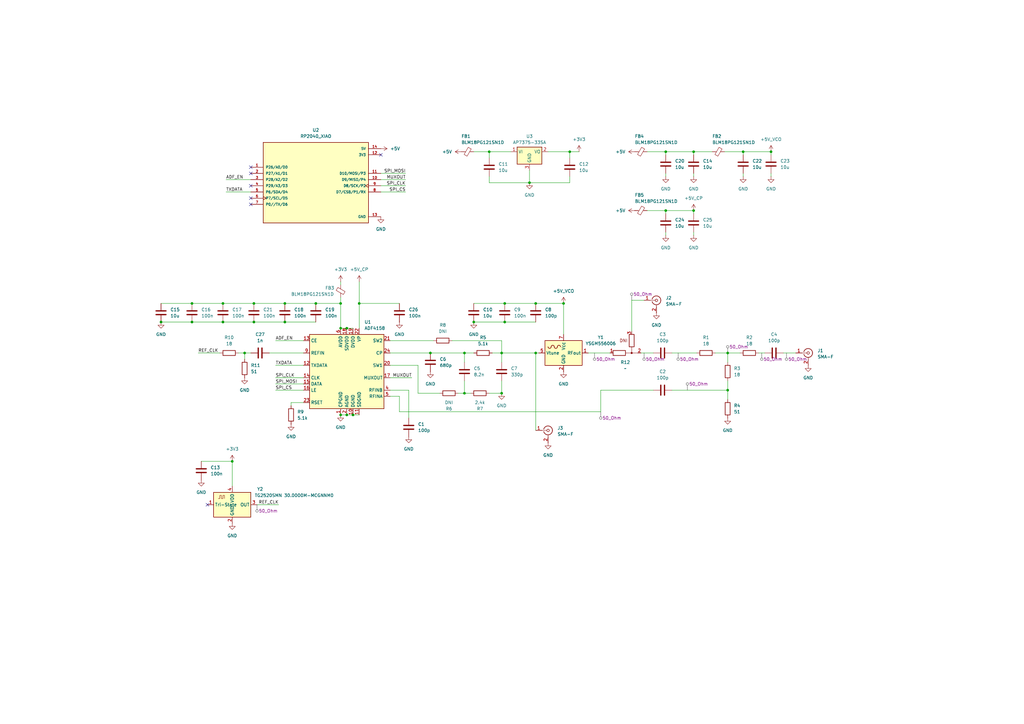
<source format=kicad_sch>
(kicad_sch
	(version 20250114)
	(generator "eeschema")
	(generator_version "9.0")
	(uuid "750c6568-1b66-43ae-917c-ebcaeed8a122")
	(paper "A3")
	(lib_symbols
		(symbol "0thaumatilib:RP2040_XIAO"
			(pin_names
				(offset 1.016)
			)
			(exclude_from_sim no)
			(in_bom yes)
			(on_board yes)
			(property "Reference" "U"
				(at -22.86 17.78 0)
				(effects
					(font
						(size 1.27 1.27)
					)
					(justify left bottom)
				)
			)
			(property "Value" "RP2040_XIAO"
				(at -22.86 -17.78 0)
				(effects
					(font
						(size 1.27 1.27)
					)
					(justify left bottom)
				)
			)
			(property "Footprint" "0thaumati-footprintslib:MODULE_102010428"
				(at 0 0 0)
				(effects
					(font
						(size 1.27 1.27)
					)
					(justify bottom)
					(hide yes)
				)
			)
			(property "Datasheet" ""
				(at 0 0 0)
				(effects
					(font
						(size 1.27 1.27)
					)
					(hide yes)
				)
			)
			(property "Description" ""
				(at 0 0 0)
				(effects
					(font
						(size 1.27 1.27)
					)
					(hide yes)
				)
			)
			(property "PARTREV" "1.3"
				(at 0 0 0)
				(effects
					(font
						(size 1.27 1.27)
					)
					(justify bottom)
					(hide yes)
				)
			)
			(property "STANDARD" "Manufacturer Recommendations"
				(at 0 0 0)
				(effects
					(font
						(size 1.27 1.27)
					)
					(justify bottom)
					(hide yes)
				)
			)
			(property "MAXIMUM_PACKAGE_HEIGHT" "N/A"
				(at 0 0 0)
				(effects
					(font
						(size 1.27 1.27)
					)
					(justify bottom)
					(hide yes)
				)
			)
			(property "MANUFACTURER" "Seeedstudio"
				(at 0 0 0)
				(effects
					(font
						(size 1.27 1.27)
					)
					(justify bottom)
					(hide yes)
				)
			)
			(symbol "RP2040_XIAO_0_0"
				(rectangle
					(start -22.86 -15.24)
					(end 20.32 17.78)
					(stroke
						(width 0.254)
						(type default)
					)
					(fill
						(type background)
					)
				)
				(pin bidirectional line
					(at -27.94 7.62 0)
					(length 5.08)
					(name "P26/A0/D0"
						(effects
							(font
								(size 1.016 1.016)
							)
						)
					)
					(number "1"
						(effects
							(font
								(size 1.016 1.016)
							)
						)
					)
				)
				(pin bidirectional line
					(at -27.94 5.08 0)
					(length 5.08)
					(name "P27/A1/D1"
						(effects
							(font
								(size 1.016 1.016)
							)
						)
					)
					(number "2"
						(effects
							(font
								(size 1.016 1.016)
							)
						)
					)
				)
				(pin bidirectional line
					(at -27.94 2.54 0)
					(length 5.08)
					(name "P28/A2/D2"
						(effects
							(font
								(size 1.016 1.016)
							)
						)
					)
					(number "3"
						(effects
							(font
								(size 1.016 1.016)
							)
						)
					)
				)
				(pin bidirectional line
					(at -27.94 0 0)
					(length 5.08)
					(name "P29/A3/D3"
						(effects
							(font
								(size 1.016 1.016)
							)
						)
					)
					(number "4"
						(effects
							(font
								(size 1.016 1.016)
							)
						)
					)
				)
				(pin bidirectional line
					(at -27.94 -2.54 0)
					(length 5.08)
					(name "P6/SDA/D4"
						(effects
							(font
								(size 1.016 1.016)
							)
						)
					)
					(number "5"
						(effects
							(font
								(size 1.016 1.016)
							)
						)
					)
				)
				(pin bidirectional clock
					(at -27.94 -5.08 0)
					(length 5.08)
					(name "P7/SCL/D5"
						(effects
							(font
								(size 1.016 1.016)
							)
						)
					)
					(number "6"
						(effects
							(font
								(size 1.016 1.016)
							)
						)
					)
				)
				(pin bidirectional line
					(at -27.94 -7.62 0)
					(length 5.08)
					(name "P0//TX/D6"
						(effects
							(font
								(size 1.016 1.016)
							)
						)
					)
					(number "7"
						(effects
							(font
								(size 1.016 1.016)
							)
						)
					)
				)
				(pin power_in line
					(at 25.4 15.24 180)
					(length 5.08)
					(name "5V"
						(effects
							(font
								(size 1.016 1.016)
							)
						)
					)
					(number "14"
						(effects
							(font
								(size 1.016 1.016)
							)
						)
					)
				)
				(pin power_in line
					(at 25.4 12.7 180)
					(length 5.08)
					(name "3V3"
						(effects
							(font
								(size 1.016 1.016)
							)
						)
					)
					(number "12"
						(effects
							(font
								(size 1.016 1.016)
							)
						)
					)
				)
				(pin bidirectional line
					(at 25.4 5.08 180)
					(length 5.08)
					(name "D10/MOSI/P3"
						(effects
							(font
								(size 1.016 1.016)
							)
						)
					)
					(number "11"
						(effects
							(font
								(size 1.016 1.016)
							)
						)
					)
				)
				(pin bidirectional line
					(at 25.4 2.54 180)
					(length 5.08)
					(name "D9/MISO/P4"
						(effects
							(font
								(size 1.016 1.016)
							)
						)
					)
					(number "10"
						(effects
							(font
								(size 1.016 1.016)
							)
						)
					)
				)
				(pin bidirectional clock
					(at 25.4 0 180)
					(length 5.08)
					(name "D8/SCK/P2"
						(effects
							(font
								(size 1.016 1.016)
							)
						)
					)
					(number "9"
						(effects
							(font
								(size 1.016 1.016)
							)
						)
					)
				)
				(pin bidirectional line
					(at 25.4 -2.54 180)
					(length 5.08)
					(name "D7/CSB/P1/RX"
						(effects
							(font
								(size 1.016 1.016)
							)
						)
					)
					(number "8"
						(effects
							(font
								(size 1.016 1.016)
							)
						)
					)
				)
				(pin power_in line
					(at 25.4 -12.7 180)
					(length 5.08)
					(name "GND"
						(effects
							(font
								(size 1.016 1.016)
							)
						)
					)
					(number "13"
						(effects
							(font
								(size 1.016 1.016)
							)
						)
					)
				)
			)
			(embedded_fonts no)
		)
		(symbol "0thaumatilib:R_Select"
			(exclude_from_sim no)
			(in_bom yes)
			(on_board yes)
			(property "Reference" "R"
				(at 4.826 2.794 0)
				(effects
					(font
						(size 1.27 1.27)
					)
				)
			)
			(property "Value" ""
				(at 3.81 -3.81 0)
				(effects
					(font
						(size 1.27 1.27)
					)
				)
			)
			(property "Footprint" "0thaumati-footprintslib:R_0402_SELECT_MIRRORED"
				(at 3.81 -3.81 0)
				(effects
					(font
						(size 1.27 1.27)
					)
					(hide yes)
				)
			)
			(property "Datasheet" ""
				(at 3.81 -3.81 0)
				(effects
					(font
						(size 1.27 1.27)
					)
					(hide yes)
				)
			)
			(property "Description" ""
				(at 3.81 -3.81 0)
				(effects
					(font
						(size 1.27 1.27)
					)
					(hide yes)
				)
			)
			(symbol "R_Select_0_1"
				(polyline
					(pts
						(xy -2.54 0) (xy 2.54 0)
					)
					(stroke
						(width 0)
						(type default)
					)
					(fill
						(type none)
					)
				)
				(rectangle
					(start -1.016 -2.54)
					(end 1.016 -7.62)
					(stroke
						(width 0.254)
						(type default)
					)
					(fill
						(type none)
					)
				)
				(polyline
					(pts
						(xy 0 -2.54) (xy 0 0)
					)
					(stroke
						(width 0)
						(type default)
					)
					(fill
						(type none)
					)
				)
				(rectangle
					(start 7.62 -1.016)
					(end 2.54 1.016)
					(stroke
						(width 0.254)
						(type default)
					)
					(fill
						(type none)
					)
				)
			)
			(symbol "R_Select_1_1"
				(circle
					(center 0 0)
					(radius 0.3176)
					(stroke
						(width 0)
						(type default)
					)
					(fill
						(type outline)
					)
				)
				(text "DNI"
					(at 3.302 -5.08 0)
					(effects
						(font
							(size 1.27 1.27)
						)
					)
				)
				(pin passive line
					(at -3.81 0 0)
					(length 1.27)
					(name "~"
						(effects
							(font
								(size 1.27 1.27)
							)
						)
					)
					(number "2"
						(effects
							(font
								(size 1.27 1.27)
							)
						)
					)
				)
				(pin passive line
					(at 0 -8.89 90)
					(length 1.27)
					(name "~"
						(effects
							(font
								(size 1.27 1.27)
							)
						)
					)
					(number "3"
						(effects
							(font
								(size 1.27 1.27)
							)
						)
					)
				)
				(pin passive line
					(at 8.89 0 180)
					(length 1.27)
					(name "~"
						(effects
							(font
								(size 1.27 1.27)
							)
						)
					)
					(number "1"
						(effects
							(font
								(size 1.27 1.27)
							)
						)
					)
				)
			)
			(embedded_fonts no)
		)
		(symbol "0thaumatilib:VCO_Innotion"
			(exclude_from_sim no)
			(in_bom yes)
			(on_board yes)
			(property "Reference" "Y"
				(at -7.62 6.35 0)
				(effects
					(font
						(size 1.27 1.27)
					)
					(justify left)
				)
			)
			(property "Value" "VCO_INNOTION"
				(at 2.54 6.35 0)
				(effects
					(font
						(size 1.27 1.27)
					)
					(justify left)
				)
			)
			(property "Footprint" "0thaumati-footprintslib:INNOTION_VCO_MODULE_7x9mm"
				(at 0 -10.16 0)
				(effects
					(font
						(size 1.27 1.27)
					)
					(hide yes)
				)
			)
			(property "Datasheet" "https://www.lcsc.com/datasheet/C52043380.pdf"
				(at -5.08 2.54 0)
				(effects
					(font
						(size 1.27 1.27)
					)
					(hide yes)
				)
			)
			(property "Description" ""
				(at 0 0 0)
				(effects
					(font
						(size 1.27 1.27)
					)
					(hide yes)
				)
			)
			(property "ki_keywords" "VCXO VCO Crystek"
				(at 0 0 0)
				(effects
					(font
						(size 1.27 1.27)
					)
					(hide yes)
				)
			)
			(property "ki_fp_filters" "Mini?Circuits*CK605*"
				(at 0 0 0)
				(effects
					(font
						(size 1.27 1.27)
					)
					(hide yes)
				)
			)
			(symbol "VCO_Innotion_0_1"
				(rectangle
					(start -7.62 5.08)
					(end 7.62 -5.08)
					(stroke
						(width 0.254)
						(type default)
					)
					(fill
						(type background)
					)
				)
				(arc
					(start -5.08 2.54)
					(mid -5.715 1.9077)
					(end -6.35 2.54)
					(stroke
						(width 0.254)
						(type default)
					)
					(fill
						(type none)
					)
				)
				(arc
					(start -5.08 2.54)
					(mid -4.445 3.1723)
					(end -3.81 2.54)
					(stroke
						(width 0.254)
						(type default)
					)
					(fill
						(type none)
					)
				)
				(arc
					(start -2.54 2.54)
					(mid -3.175 1.9077)
					(end -3.81 2.54)
					(stroke
						(width 0.254)
						(type default)
					)
					(fill
						(type none)
					)
				)
				(arc
					(start -2.54 2.54)
					(mid -1.905 3.1723)
					(end -1.27 2.54)
					(stroke
						(width 0.254)
						(type default)
					)
					(fill
						(type none)
					)
				)
			)
			(symbol "VCO_Innotion_1_1"
				(pin passive line
					(at -10.16 0 0)
					(length 2.54)
					(name "Vtune"
						(effects
							(font
								(size 1.27 1.27)
							)
						)
					)
					(number "5"
						(effects
							(font
								(size 1.27 1.27)
							)
						)
					)
				)
				(pin power_in line
					(at 0 7.62 270)
					(length 2.54)
					(name "Vcc"
						(effects
							(font
								(size 1.27 1.27)
							)
						)
					)
					(number "7"
						(effects
							(font
								(size 1.27 1.27)
							)
						)
					)
				)
				(pin power_in line
					(at 0 -7.62 90)
					(length 2.54)
					(name "GND"
						(effects
							(font
								(size 1.27 1.27)
							)
						)
					)
					(number "2"
						(effects
							(font
								(size 1.27 1.27)
							)
						)
					)
				)
				(pin power_in line
					(at 0 -7.62 90)
					(length 2.54)
					(hide yes)
					(name "GND"
						(effects
							(font
								(size 1.27 1.27)
							)
						)
					)
					(number "3"
						(effects
							(font
								(size 1.27 1.27)
							)
						)
					)
				)
				(pin power_in line
					(at 0 -7.62 90)
					(length 2.54)
					(hide yes)
					(name "GND"
						(effects
							(font
								(size 1.27 1.27)
							)
						)
					)
					(number "4"
						(effects
							(font
								(size 1.27 1.27)
							)
						)
					)
				)
				(pin power_in line
					(at 0 -7.62 90)
					(length 2.54)
					(hide yes)
					(name "GND"
						(effects
							(font
								(size 1.27 1.27)
							)
						)
					)
					(number "6"
						(effects
							(font
								(size 1.27 1.27)
							)
						)
					)
				)
				(pin power_in line
					(at 0 -7.62 90)
					(length 2.54)
					(hide yes)
					(name "GND"
						(effects
							(font
								(size 1.27 1.27)
							)
						)
					)
					(number "8"
						(effects
							(font
								(size 1.27 1.27)
							)
						)
					)
				)
				(pin output line
					(at 10.16 0 180)
					(length 2.54)
					(name "RFout"
						(effects
							(font
								(size 1.27 1.27)
							)
						)
					)
					(number "1"
						(effects
							(font
								(size 1.27 1.27)
							)
						)
					)
				)
			)
			(embedded_fonts no)
		)
		(symbol "Connector:Conn_Coaxial"
			(pin_names
				(offset 1.016)
				(hide yes)
			)
			(exclude_from_sim no)
			(in_bom yes)
			(on_board yes)
			(property "Reference" "J"
				(at 0.254 3.048 0)
				(effects
					(font
						(size 1.27 1.27)
					)
				)
			)
			(property "Value" "Conn_Coaxial"
				(at 2.921 0 90)
				(effects
					(font
						(size 1.27 1.27)
					)
				)
			)
			(property "Footprint" ""
				(at 0 0 0)
				(effects
					(font
						(size 1.27 1.27)
					)
					(hide yes)
				)
			)
			(property "Datasheet" "~"
				(at 0 0 0)
				(effects
					(font
						(size 1.27 1.27)
					)
					(hide yes)
				)
			)
			(property "Description" "coaxial connector (BNC, SMA, SMB, SMC, Cinch/RCA, LEMO, ...)"
				(at 0 0 0)
				(effects
					(font
						(size 1.27 1.27)
					)
					(hide yes)
				)
			)
			(property "ki_keywords" "BNC SMA SMB SMC LEMO coaxial connector CINCH RCA MCX MMCX U.FL UMRF"
				(at 0 0 0)
				(effects
					(font
						(size 1.27 1.27)
					)
					(hide yes)
				)
			)
			(property "ki_fp_filters" "*BNC* *SMA* *SMB* *SMC* *Cinch* *LEMO* *UMRF* *MCX* *U.FL*"
				(at 0 0 0)
				(effects
					(font
						(size 1.27 1.27)
					)
					(hide yes)
				)
			)
			(symbol "Conn_Coaxial_0_1"
				(polyline
					(pts
						(xy -2.54 0) (xy -0.508 0)
					)
					(stroke
						(width 0)
						(type default)
					)
					(fill
						(type none)
					)
				)
				(arc
					(start 1.778 0)
					(mid 0.222 -1.8079)
					(end -1.778 -0.508)
					(stroke
						(width 0.254)
						(type default)
					)
					(fill
						(type none)
					)
				)
				(arc
					(start -1.778 0.508)
					(mid 0.2221 1.8084)
					(end 1.778 0)
					(stroke
						(width 0.254)
						(type default)
					)
					(fill
						(type none)
					)
				)
				(circle
					(center 0 0)
					(radius 0.508)
					(stroke
						(width 0.2032)
						(type default)
					)
					(fill
						(type none)
					)
				)
				(polyline
					(pts
						(xy 0 -2.54) (xy 0 -1.778)
					)
					(stroke
						(width 0)
						(type default)
					)
					(fill
						(type none)
					)
				)
			)
			(symbol "Conn_Coaxial_1_1"
				(pin passive line
					(at -5.08 0 0)
					(length 2.54)
					(name "In"
						(effects
							(font
								(size 1.27 1.27)
							)
						)
					)
					(number "1"
						(effects
							(font
								(size 1.27 1.27)
							)
						)
					)
				)
				(pin passive line
					(at 0 -5.08 90)
					(length 2.54)
					(name "Ext"
						(effects
							(font
								(size 1.27 1.27)
							)
						)
					)
					(number "2"
						(effects
							(font
								(size 1.27 1.27)
							)
						)
					)
				)
			)
			(embedded_fonts no)
		)
		(symbol "Device:C"
			(pin_numbers
				(hide yes)
			)
			(pin_names
				(offset 0.254)
			)
			(exclude_from_sim no)
			(in_bom yes)
			(on_board yes)
			(property "Reference" "C"
				(at 0.635 2.54 0)
				(effects
					(font
						(size 1.27 1.27)
					)
					(justify left)
				)
			)
			(property "Value" "C"
				(at 0.635 -2.54 0)
				(effects
					(font
						(size 1.27 1.27)
					)
					(justify left)
				)
			)
			(property "Footprint" ""
				(at 0.9652 -3.81 0)
				(effects
					(font
						(size 1.27 1.27)
					)
					(hide yes)
				)
			)
			(property "Datasheet" "~"
				(at 0 0 0)
				(effects
					(font
						(size 1.27 1.27)
					)
					(hide yes)
				)
			)
			(property "Description" "Unpolarized capacitor"
				(at 0 0 0)
				(effects
					(font
						(size 1.27 1.27)
					)
					(hide yes)
				)
			)
			(property "ki_keywords" "cap capacitor"
				(at 0 0 0)
				(effects
					(font
						(size 1.27 1.27)
					)
					(hide yes)
				)
			)
			(property "ki_fp_filters" "C_*"
				(at 0 0 0)
				(effects
					(font
						(size 1.27 1.27)
					)
					(hide yes)
				)
			)
			(symbol "C_0_1"
				(polyline
					(pts
						(xy -2.032 0.762) (xy 2.032 0.762)
					)
					(stroke
						(width 0.508)
						(type default)
					)
					(fill
						(type none)
					)
				)
				(polyline
					(pts
						(xy -2.032 -0.762) (xy 2.032 -0.762)
					)
					(stroke
						(width 0.508)
						(type default)
					)
					(fill
						(type none)
					)
				)
			)
			(symbol "C_1_1"
				(pin passive line
					(at 0 3.81 270)
					(length 2.794)
					(name "~"
						(effects
							(font
								(size 1.27 1.27)
							)
						)
					)
					(number "1"
						(effects
							(font
								(size 1.27 1.27)
							)
						)
					)
				)
				(pin passive line
					(at 0 -3.81 90)
					(length 2.794)
					(name "~"
						(effects
							(font
								(size 1.27 1.27)
							)
						)
					)
					(number "2"
						(effects
							(font
								(size 1.27 1.27)
							)
						)
					)
				)
			)
			(embedded_fonts no)
		)
		(symbol "Device:FerriteBead_Small"
			(pin_numbers
				(hide yes)
			)
			(pin_names
				(offset 0)
			)
			(exclude_from_sim no)
			(in_bom yes)
			(on_board yes)
			(property "Reference" "FB"
				(at 1.905 1.27 0)
				(effects
					(font
						(size 1.27 1.27)
					)
					(justify left)
				)
			)
			(property "Value" "FerriteBead_Small"
				(at 1.905 -1.27 0)
				(effects
					(font
						(size 1.27 1.27)
					)
					(justify left)
				)
			)
			(property "Footprint" ""
				(at -1.778 0 90)
				(effects
					(font
						(size 1.27 1.27)
					)
					(hide yes)
				)
			)
			(property "Datasheet" "~"
				(at 0 0 0)
				(effects
					(font
						(size 1.27 1.27)
					)
					(hide yes)
				)
			)
			(property "Description" "Ferrite bead, small symbol"
				(at 0 0 0)
				(effects
					(font
						(size 1.27 1.27)
					)
					(hide yes)
				)
			)
			(property "ki_keywords" "L ferrite bead inductor filter"
				(at 0 0 0)
				(effects
					(font
						(size 1.27 1.27)
					)
					(hide yes)
				)
			)
			(property "ki_fp_filters" "Inductor_* L_* *Ferrite*"
				(at 0 0 0)
				(effects
					(font
						(size 1.27 1.27)
					)
					(hide yes)
				)
			)
			(symbol "FerriteBead_Small_0_1"
				(polyline
					(pts
						(xy -1.8288 0.2794) (xy -1.1176 1.4986) (xy 1.8288 -0.2032) (xy 1.1176 -1.4224) (xy -1.8288 0.2794)
					)
					(stroke
						(width 0)
						(type default)
					)
					(fill
						(type none)
					)
				)
				(polyline
					(pts
						(xy 0 0.889) (xy 0 1.2954)
					)
					(stroke
						(width 0)
						(type default)
					)
					(fill
						(type none)
					)
				)
				(polyline
					(pts
						(xy 0 -1.27) (xy 0 -0.7874)
					)
					(stroke
						(width 0)
						(type default)
					)
					(fill
						(type none)
					)
				)
			)
			(symbol "FerriteBead_Small_1_1"
				(pin passive line
					(at 0 2.54 270)
					(length 1.27)
					(name "~"
						(effects
							(font
								(size 1.27 1.27)
							)
						)
					)
					(number "1"
						(effects
							(font
								(size 1.27 1.27)
							)
						)
					)
				)
				(pin passive line
					(at 0 -2.54 90)
					(length 1.27)
					(name "~"
						(effects
							(font
								(size 1.27 1.27)
							)
						)
					)
					(number "2"
						(effects
							(font
								(size 1.27 1.27)
							)
						)
					)
				)
			)
			(embedded_fonts no)
		)
		(symbol "Device:R"
			(pin_numbers
				(hide yes)
			)
			(pin_names
				(offset 0)
			)
			(exclude_from_sim no)
			(in_bom yes)
			(on_board yes)
			(property "Reference" "R"
				(at 2.032 0 90)
				(effects
					(font
						(size 1.27 1.27)
					)
				)
			)
			(property "Value" "R"
				(at 0 0 90)
				(effects
					(font
						(size 1.27 1.27)
					)
				)
			)
			(property "Footprint" ""
				(at -1.778 0 90)
				(effects
					(font
						(size 1.27 1.27)
					)
					(hide yes)
				)
			)
			(property "Datasheet" "~"
				(at 0 0 0)
				(effects
					(font
						(size 1.27 1.27)
					)
					(hide yes)
				)
			)
			(property "Description" "Resistor"
				(at 0 0 0)
				(effects
					(font
						(size 1.27 1.27)
					)
					(hide yes)
				)
			)
			(property "ki_keywords" "R res resistor"
				(at 0 0 0)
				(effects
					(font
						(size 1.27 1.27)
					)
					(hide yes)
				)
			)
			(property "ki_fp_filters" "R_*"
				(at 0 0 0)
				(effects
					(font
						(size 1.27 1.27)
					)
					(hide yes)
				)
			)
			(symbol "R_0_1"
				(rectangle
					(start -1.016 -2.54)
					(end 1.016 2.54)
					(stroke
						(width 0.254)
						(type default)
					)
					(fill
						(type none)
					)
				)
			)
			(symbol "R_1_1"
				(pin passive line
					(at 0 3.81 270)
					(length 1.27)
					(name "~"
						(effects
							(font
								(size 1.27 1.27)
							)
						)
					)
					(number "1"
						(effects
							(font
								(size 1.27 1.27)
							)
						)
					)
				)
				(pin passive line
					(at 0 -3.81 90)
					(length 1.27)
					(name "~"
						(effects
							(font
								(size 1.27 1.27)
							)
						)
					)
					(number "2"
						(effects
							(font
								(size 1.27 1.27)
							)
						)
					)
				)
			)
			(embedded_fonts no)
		)
		(symbol "Oscillator:ASCO"
			(exclude_from_sim no)
			(in_bom yes)
			(on_board yes)
			(property "Reference" "Y"
				(at -7.62 6.35 0)
				(effects
					(font
						(size 1.27 1.27)
					)
					(justify left)
				)
			)
			(property "Value" "ASCO"
				(at 1.27 -6.35 0)
				(effects
					(font
						(size 1.27 1.27)
					)
					(justify left)
				)
			)
			(property "Footprint" "Oscillator:Oscillator_SMD_Abracon_ASCO-4Pin_1.6x1.2mm"
				(at 2.54 -8.89 0)
				(effects
					(font
						(size 1.27 1.27)
					)
					(hide yes)
				)
			)
			(property "Datasheet" "https://abracon.com/Oscillators/ASCO.pdf"
				(at -5.715 3.175 0)
				(effects
					(font
						(size 1.27 1.27)
					)
					(hide yes)
				)
			)
			(property "Description" "Crystal Clock Oscillator, Abracon ASCO"
				(at 0 0 0)
				(effects
					(font
						(size 1.27 1.27)
					)
					(hide yes)
				)
			)
			(property "ki_keywords" "Crystal Clock Oscillator"
				(at 0 0 0)
				(effects
					(font
						(size 1.27 1.27)
					)
					(hide yes)
				)
			)
			(property "ki_fp_filters" "Oscillator*Abracon*ASCO*1.6x1.2mm*"
				(at 0 0 0)
				(effects
					(font
						(size 1.27 1.27)
					)
					(hide yes)
				)
			)
			(symbol "ASCO_0_1"
				(rectangle
					(start -7.62 5.08)
					(end 7.62 -5.08)
					(stroke
						(width 0.254)
						(type default)
					)
					(fill
						(type background)
					)
				)
				(polyline
					(pts
						(xy -5.715 2.54) (xy -5.08 2.54) (xy -5.08 3.81) (xy -4.445 3.81) (xy -4.445 2.54) (xy -3.81 2.54)
						(xy -3.81 3.81) (xy -3.175 3.81) (xy -3.175 2.54)
					)
					(stroke
						(width 0)
						(type default)
					)
					(fill
						(type none)
					)
				)
			)
			(symbol "ASCO_1_1"
				(pin input line
					(at -10.16 0 0)
					(length 2.54)
					(name "Tri-State"
						(effects
							(font
								(size 1.27 1.27)
							)
						)
					)
					(number "1"
						(effects
							(font
								(size 1.27 1.27)
							)
						)
					)
				)
				(pin power_in line
					(at 0 7.62 270)
					(length 2.54)
					(name "VDD"
						(effects
							(font
								(size 1.27 1.27)
							)
						)
					)
					(number "4"
						(effects
							(font
								(size 1.27 1.27)
							)
						)
					)
				)
				(pin power_in line
					(at 0 -7.62 90)
					(length 2.54)
					(name "GND"
						(effects
							(font
								(size 1.27 1.27)
							)
						)
					)
					(number "2"
						(effects
							(font
								(size 1.27 1.27)
							)
						)
					)
				)
				(pin output line
					(at 10.16 0 180)
					(length 2.54)
					(name "OUT"
						(effects
							(font
								(size 1.27 1.27)
							)
						)
					)
					(number "3"
						(effects
							(font
								(size 1.27 1.27)
							)
						)
					)
				)
			)
			(embedded_fonts no)
		)
		(symbol "Regulator_Linear:AP7381-50SA-7"
			(exclude_from_sim no)
			(in_bom yes)
			(on_board yes)
			(property "Reference" "U"
				(at -3.81 3.175 0)
				(effects
					(font
						(size 1.27 1.27)
					)
				)
			)
			(property "Value" "AP7381-50SA-7"
				(at 0 3.175 0)
				(effects
					(font
						(size 1.27 1.27)
					)
					(justify left)
				)
			)
			(property "Footprint" "Package_TO_SOT_SMD:SOT-23"
				(at 0 -10.16 0)
				(effects
					(font
						(size 1.27 1.27)
					)
					(hide yes)
				)
			)
			(property "Datasheet" "https://www.diodes.com/assets/Datasheets/AP7381.pdf"
				(at 0 -12.7 0)
				(effects
					(font
						(size 1.27 1.27)
					)
					(hide yes)
				)
			)
			(property "Description" "150mA Low Dropout Voltage Regulator, Fixed Output 5.0V, Wide Input Voltage Range 40V, SOT-23"
				(at 0 -15.24 0)
				(effects
					(font
						(size 1.27 1.27)
					)
					(hide yes)
				)
			)
			(property "ki_keywords" "Diodes ldo"
				(at 0 0 0)
				(effects
					(font
						(size 1.27 1.27)
					)
					(hide yes)
				)
			)
			(property "ki_fp_filters" "SOT?23*"
				(at 0 0 0)
				(effects
					(font
						(size 1.27 1.27)
					)
					(hide yes)
				)
			)
			(symbol "AP7381-50SA-7_0_1"
				(rectangle
					(start -5.08 1.905)
					(end 5.08 -5.08)
					(stroke
						(width 0.254)
						(type default)
					)
					(fill
						(type background)
					)
				)
			)
			(symbol "AP7381-50SA-7_1_1"
				(pin power_in line
					(at -7.62 0 0)
					(length 2.54)
					(name "VI"
						(effects
							(font
								(size 1.27 1.27)
							)
						)
					)
					(number "1"
						(effects
							(font
								(size 1.27 1.27)
							)
						)
					)
				)
				(pin power_in line
					(at 0 -7.62 90)
					(length 2.54)
					(name "GND"
						(effects
							(font
								(size 1.27 1.27)
							)
						)
					)
					(number "3"
						(effects
							(font
								(size 1.27 1.27)
							)
						)
					)
				)
				(pin power_out line
					(at 7.62 0 180)
					(length 2.54)
					(name "VO"
						(effects
							(font
								(size 1.27 1.27)
							)
						)
					)
					(number "2"
						(effects
							(font
								(size 1.27 1.27)
							)
						)
					)
				)
			)
			(embedded_fonts no)
		)
		(symbol "Timer_PLL:ADF4158"
			(exclude_from_sim no)
			(in_bom yes)
			(on_board yes)
			(property "Reference" "U"
				(at 0 2.54 0)
				(effects
					(font
						(size 1.27 1.27)
					)
				)
			)
			(property "Value" "ADF4158"
				(at 0 0 0)
				(effects
					(font
						(size 1.27 1.27)
					)
				)
			)
			(property "Footprint" "Package_CSP:LFCSP-24-1EP_4x4mm_P0.5mm_EP2.5x2.5mm"
				(at 0 0 0)
				(effects
					(font
						(size 1.27 1.27)
					)
					(hide yes)
				)
			)
			(property "Datasheet" "https://www.analog.com/media/en/technical-documentation/data-sheets/ADF4158.pdf"
				(at 0 0 0)
				(effects
					(font
						(size 1.27 1.27)
					)
					(hide yes)
				)
			)
			(property "Description" "0.5-6.1GHz fractional-N PLL, LFCSP-24"
				(at 0 0 0)
				(effects
					(font
						(size 1.27 1.27)
					)
					(hide yes)
				)
			)
			(property "ki_keywords" "fractional-N PLL"
				(at 0 0 0)
				(effects
					(font
						(size 1.27 1.27)
					)
					(hide yes)
				)
			)
			(property "ki_fp_filters" "LFCSP*1EP*4x4mm*P0.5mm*"
				(at 0 0 0)
				(effects
					(font
						(size 1.27 1.27)
					)
					(hide yes)
				)
			)
			(symbol "ADF4158_0_1"
				(rectangle
					(start -15.24 15.24)
					(end 15.24 -15.24)
					(stroke
						(width 0.254)
						(type default)
					)
					(fill
						(type background)
					)
				)
			)
			(symbol "ADF4158_1_1"
				(pin input line
					(at -17.78 12.7 0)
					(length 2.54)
					(name "CE"
						(effects
							(font
								(size 1.27 1.27)
							)
						)
					)
					(number "13"
						(effects
							(font
								(size 1.27 1.27)
							)
						)
					)
				)
				(pin input line
					(at -17.78 7.62 0)
					(length 2.54)
					(name "REFIN"
						(effects
							(font
								(size 1.27 1.27)
							)
						)
					)
					(number "9"
						(effects
							(font
								(size 1.27 1.27)
							)
						)
					)
				)
				(pin input line
					(at -17.78 2.54 0)
					(length 2.54)
					(name "TXDATA"
						(effects
							(font
								(size 1.27 1.27)
							)
						)
					)
					(number "12"
						(effects
							(font
								(size 1.27 1.27)
							)
						)
					)
				)
				(pin input line
					(at -17.78 -2.54 0)
					(length 2.54)
					(name "CLK"
						(effects
							(font
								(size 1.27 1.27)
							)
						)
					)
					(number "14"
						(effects
							(font
								(size 1.27 1.27)
							)
						)
					)
				)
				(pin input line
					(at -17.78 -5.08 0)
					(length 2.54)
					(name "DATA"
						(effects
							(font
								(size 1.27 1.27)
							)
						)
					)
					(number "15"
						(effects
							(font
								(size 1.27 1.27)
							)
						)
					)
				)
				(pin input line
					(at -17.78 -7.62 0)
					(length 2.54)
					(name "LE"
						(effects
							(font
								(size 1.27 1.27)
							)
						)
					)
					(number "16"
						(effects
							(font
								(size 1.27 1.27)
							)
						)
					)
				)
				(pin passive line
					(at -17.78 -12.7 0)
					(length 2.54)
					(name "RSET"
						(effects
							(font
								(size 1.27 1.27)
							)
						)
					)
					(number "23"
						(effects
							(font
								(size 1.27 1.27)
							)
						)
					)
				)
				(pin power_in line
					(at -2.54 17.78 270)
					(length 2.54)
					(name "AVDD"
						(effects
							(font
								(size 1.27 1.27)
							)
						)
					)
					(number "6"
						(effects
							(font
								(size 1.27 1.27)
							)
						)
					)
				)
				(pin passive line
					(at -2.54 17.78 270)
					(length 2.54)
					(hide yes)
					(name "AVDD"
						(effects
							(font
								(size 1.27 1.27)
							)
						)
					)
					(number "7"
						(effects
							(font
								(size 1.27 1.27)
							)
						)
					)
				)
				(pin passive line
					(at -2.54 17.78 270)
					(length 2.54)
					(hide yes)
					(name "AVDD"
						(effects
							(font
								(size 1.27 1.27)
							)
						)
					)
					(number "8"
						(effects
							(font
								(size 1.27 1.27)
							)
						)
					)
				)
				(pin power_in line
					(at -2.54 -17.78 90)
					(length 2.54)
					(name "CPGND"
						(effects
							(font
								(size 1.27 1.27)
							)
						)
					)
					(number "1"
						(effects
							(font
								(size 1.27 1.27)
							)
						)
					)
				)
				(pin power_in line
					(at 0 17.78 270)
					(length 2.54)
					(name "SDVDD"
						(effects
							(font
								(size 1.27 1.27)
							)
						)
					)
					(number "18"
						(effects
							(font
								(size 1.27 1.27)
							)
						)
					)
				)
				(pin power_in line
					(at 0 -17.78 90)
					(length 2.54)
					(name "AGND"
						(effects
							(font
								(size 1.27 1.27)
							)
						)
					)
					(number "2"
						(effects
							(font
								(size 1.27 1.27)
							)
						)
					)
				)
				(pin passive line
					(at 0 -17.78 90)
					(length 2.54)
					(hide yes)
					(name "AGND"
						(effects
							(font
								(size 1.27 1.27)
							)
						)
					)
					(number "25"
						(effects
							(font
								(size 1.27 1.27)
							)
						)
					)
				)
				(pin passive line
					(at 0 -17.78 90)
					(length 2.54)
					(hide yes)
					(name "AGND"
						(effects
							(font
								(size 1.27 1.27)
							)
						)
					)
					(number "3"
						(effects
							(font
								(size 1.27 1.27)
							)
						)
					)
				)
				(pin power_in line
					(at 2.54 17.78 270)
					(length 2.54)
					(name "DVDD"
						(effects
							(font
								(size 1.27 1.27)
							)
						)
					)
					(number "19"
						(effects
							(font
								(size 1.27 1.27)
							)
						)
					)
				)
				(pin power_in line
					(at 2.54 -17.78 90)
					(length 2.54)
					(name "DGND"
						(effects
							(font
								(size 1.27 1.27)
							)
						)
					)
					(number "10"
						(effects
							(font
								(size 1.27 1.27)
							)
						)
					)
				)
				(pin power_in line
					(at 5.08 17.78 270)
					(length 2.54)
					(name "VP"
						(effects
							(font
								(size 1.27 1.27)
							)
						)
					)
					(number "22"
						(effects
							(font
								(size 1.27 1.27)
							)
						)
					)
				)
				(pin power_in line
					(at 5.08 -17.78 90)
					(length 2.54)
					(name "SDGND"
						(effects
							(font
								(size 1.27 1.27)
							)
						)
					)
					(number "11"
						(effects
							(font
								(size 1.27 1.27)
							)
						)
					)
				)
				(pin passive line
					(at 17.78 12.7 180)
					(length 2.54)
					(name "SW2"
						(effects
							(font
								(size 1.27 1.27)
							)
						)
					)
					(number "21"
						(effects
							(font
								(size 1.27 1.27)
							)
						)
					)
				)
				(pin output line
					(at 17.78 7.62 180)
					(length 2.54)
					(name "CP"
						(effects
							(font
								(size 1.27 1.27)
							)
						)
					)
					(number "24"
						(effects
							(font
								(size 1.27 1.27)
							)
						)
					)
				)
				(pin passive line
					(at 17.78 2.54 180)
					(length 2.54)
					(name "SW1"
						(effects
							(font
								(size 1.27 1.27)
							)
						)
					)
					(number "20"
						(effects
							(font
								(size 1.27 1.27)
							)
						)
					)
				)
				(pin output line
					(at 17.78 -2.54 180)
					(length 2.54)
					(name "MUXOUT"
						(effects
							(font
								(size 1.27 1.27)
							)
						)
					)
					(number "17"
						(effects
							(font
								(size 1.27 1.27)
							)
						)
					)
				)
				(pin input line
					(at 17.78 -7.62 180)
					(length 2.54)
					(name "RFINB"
						(effects
							(font
								(size 1.27 1.27)
							)
						)
					)
					(number "4"
						(effects
							(font
								(size 1.27 1.27)
							)
						)
					)
				)
				(pin input line
					(at 17.78 -10.16 180)
					(length 2.54)
					(name "RFINA"
						(effects
							(font
								(size 1.27 1.27)
							)
						)
					)
					(number "5"
						(effects
							(font
								(size 1.27 1.27)
							)
						)
					)
				)
			)
			(embedded_fonts no)
		)
		(symbol "power:+3V3"
			(power)
			(pin_numbers
				(hide yes)
			)
			(pin_names
				(offset 0)
				(hide yes)
			)
			(exclude_from_sim no)
			(in_bom yes)
			(on_board yes)
			(property "Reference" "#PWR"
				(at 0 -3.81 0)
				(effects
					(font
						(size 1.27 1.27)
					)
					(hide yes)
				)
			)
			(property "Value" "+3V3"
				(at 0 3.556 0)
				(effects
					(font
						(size 1.27 1.27)
					)
				)
			)
			(property "Footprint" ""
				(at 0 0 0)
				(effects
					(font
						(size 1.27 1.27)
					)
					(hide yes)
				)
			)
			(property "Datasheet" ""
				(at 0 0 0)
				(effects
					(font
						(size 1.27 1.27)
					)
					(hide yes)
				)
			)
			(property "Description" "Power symbol creates a global label with name \"+3V3\""
				(at 0 0 0)
				(effects
					(font
						(size 1.27 1.27)
					)
					(hide yes)
				)
			)
			(property "ki_keywords" "global power"
				(at 0 0 0)
				(effects
					(font
						(size 1.27 1.27)
					)
					(hide yes)
				)
			)
			(symbol "+3V3_0_1"
				(polyline
					(pts
						(xy -0.762 1.27) (xy 0 2.54)
					)
					(stroke
						(width 0)
						(type default)
					)
					(fill
						(type none)
					)
				)
				(polyline
					(pts
						(xy 0 2.54) (xy 0.762 1.27)
					)
					(stroke
						(width 0)
						(type default)
					)
					(fill
						(type none)
					)
				)
				(polyline
					(pts
						(xy 0 0) (xy 0 2.54)
					)
					(stroke
						(width 0)
						(type default)
					)
					(fill
						(type none)
					)
				)
			)
			(symbol "+3V3_1_1"
				(pin power_in line
					(at 0 0 90)
					(length 0)
					(name "~"
						(effects
							(font
								(size 1.27 1.27)
							)
						)
					)
					(number "1"
						(effects
							(font
								(size 1.27 1.27)
							)
						)
					)
				)
			)
			(embedded_fonts no)
		)
		(symbol "power:+5V"
			(power)
			(pin_numbers
				(hide yes)
			)
			(pin_names
				(offset 0)
				(hide yes)
			)
			(exclude_from_sim no)
			(in_bom yes)
			(on_board yes)
			(property "Reference" "#PWR"
				(at 0 -3.81 0)
				(effects
					(font
						(size 1.27 1.27)
					)
					(hide yes)
				)
			)
			(property "Value" "+5V"
				(at 0 3.556 0)
				(effects
					(font
						(size 1.27 1.27)
					)
				)
			)
			(property "Footprint" ""
				(at 0 0 0)
				(effects
					(font
						(size 1.27 1.27)
					)
					(hide yes)
				)
			)
			(property "Datasheet" ""
				(at 0 0 0)
				(effects
					(font
						(size 1.27 1.27)
					)
					(hide yes)
				)
			)
			(property "Description" "Power symbol creates a global label with name \"+5V\""
				(at 0 0 0)
				(effects
					(font
						(size 1.27 1.27)
					)
					(hide yes)
				)
			)
			(property "ki_keywords" "global power"
				(at 0 0 0)
				(effects
					(font
						(size 1.27 1.27)
					)
					(hide yes)
				)
			)
			(symbol "+5V_0_1"
				(polyline
					(pts
						(xy -0.762 1.27) (xy 0 2.54)
					)
					(stroke
						(width 0)
						(type default)
					)
					(fill
						(type none)
					)
				)
				(polyline
					(pts
						(xy 0 2.54) (xy 0.762 1.27)
					)
					(stroke
						(width 0)
						(type default)
					)
					(fill
						(type none)
					)
				)
				(polyline
					(pts
						(xy 0 0) (xy 0 2.54)
					)
					(stroke
						(width 0)
						(type default)
					)
					(fill
						(type none)
					)
				)
			)
			(symbol "+5V_1_1"
				(pin power_in line
					(at 0 0 90)
					(length 0)
					(name "~"
						(effects
							(font
								(size 1.27 1.27)
							)
						)
					)
					(number "1"
						(effects
							(font
								(size 1.27 1.27)
							)
						)
					)
				)
			)
			(embedded_fonts no)
		)
		(symbol "power:GND"
			(power)
			(pin_numbers
				(hide yes)
			)
			(pin_names
				(offset 0)
				(hide yes)
			)
			(exclude_from_sim no)
			(in_bom yes)
			(on_board yes)
			(property "Reference" "#PWR"
				(at 0 -6.35 0)
				(effects
					(font
						(size 1.27 1.27)
					)
					(hide yes)
				)
			)
			(property "Value" "GND"
				(at 0 -3.81 0)
				(effects
					(font
						(size 1.27 1.27)
					)
				)
			)
			(property "Footprint" ""
				(at 0 0 0)
				(effects
					(font
						(size 1.27 1.27)
					)
					(hide yes)
				)
			)
			(property "Datasheet" ""
				(at 0 0 0)
				(effects
					(font
						(size 1.27 1.27)
					)
					(hide yes)
				)
			)
			(property "Description" "Power symbol creates a global label with name \"GND\" , ground"
				(at 0 0 0)
				(effects
					(font
						(size 1.27 1.27)
					)
					(hide yes)
				)
			)
			(property "ki_keywords" "global power"
				(at 0 0 0)
				(effects
					(font
						(size 1.27 1.27)
					)
					(hide yes)
				)
			)
			(symbol "GND_0_1"
				(polyline
					(pts
						(xy 0 0) (xy 0 -1.27) (xy 1.27 -1.27) (xy 0 -2.54) (xy -1.27 -1.27) (xy 0 -1.27)
					)
					(stroke
						(width 0)
						(type default)
					)
					(fill
						(type none)
					)
				)
			)
			(symbol "GND_1_1"
				(pin power_in line
					(at 0 0 270)
					(length 0)
					(name "~"
						(effects
							(font
								(size 1.27 1.27)
							)
						)
					)
					(number "1"
						(effects
							(font
								(size 1.27 1.27)
							)
						)
					)
				)
			)
			(embedded_fonts no)
		)
	)
	(junction
		(at 116.84 124.46)
		(diameter 0)
		(color 0 0 0 0)
		(uuid "0244281b-3318-43ff-a09a-85d58b3e471f")
	)
	(junction
		(at 205.74 161.29)
		(diameter 0)
		(color 0 0 0 0)
		(uuid "03d7fc4a-dcd0-42d5-a1a7-4bbbdfa66dea")
	)
	(junction
		(at 104.14 132.08)
		(diameter 0)
		(color 0 0 0 0)
		(uuid "05311cf5-e9b7-4f75-9097-90a214894a13")
	)
	(junction
		(at 147.32 124.46)
		(diameter 0)
		(color 0 0 0 0)
		(uuid "194fd9d2-67d7-44e6-b905-100340358fe9")
	)
	(junction
		(at 129.54 124.46)
		(diameter 0)
		(color 0 0 0 0)
		(uuid "200fd6e1-b32a-45be-9608-198af029d49a")
	)
	(junction
		(at 231.14 124.46)
		(diameter 0)
		(color 0 0 0 0)
		(uuid "24367e69-e287-46a5-a338-b188a3ed4962")
	)
	(junction
		(at 142.24 170.18)
		(diameter 0)
		(color 0 0 0 0)
		(uuid "28f494ec-55ba-40fc-84bd-901f53e6acbb")
	)
	(junction
		(at 190.5 144.78)
		(diameter 0)
		(color 0 0 0 0)
		(uuid "299f889c-6e53-43af-aba9-77fbe08d8017")
	)
	(junction
		(at 194.31 132.08)
		(diameter 0)
		(color 0 0 0 0)
		(uuid "2ba455e5-5c42-4d2d-8fee-9c48209295fe")
	)
	(junction
		(at 298.45 144.78)
		(diameter 0)
		(color 0 0 0 0)
		(uuid "2eb52f5f-8cb3-442e-80e4-31c285e402f3")
	)
	(junction
		(at 273.05 62.23)
		(diameter 0)
		(color 0 0 0 0)
		(uuid "3777b557-de24-4725-98ac-95946100f600")
	)
	(junction
		(at 233.68 62.23)
		(diameter 0)
		(color 0 0 0 0)
		(uuid "3cad2712-0934-4cc6-bc2a-9ee78f6f99d1")
	)
	(junction
		(at 217.17 74.93)
		(diameter 0)
		(color 0 0 0 0)
		(uuid "458e16a0-031a-475b-904f-2e71312f6258")
	)
	(junction
		(at 78.74 132.08)
		(diameter 0)
		(color 0 0 0 0)
		(uuid "5b6052bb-0566-44d3-848e-ffa1a794ecc7")
	)
	(junction
		(at 273.05 86.36)
		(diameter 0)
		(color 0 0 0 0)
		(uuid "5b96c043-4b2e-47e3-b591-9bccb16e46aa")
	)
	(junction
		(at 139.7 124.46)
		(diameter 0)
		(color 0 0 0 0)
		(uuid "5e522573-e5c5-4209-8e70-35567a58b9fe")
	)
	(junction
		(at 298.45 160.02)
		(diameter 0)
		(color 0 0 0 0)
		(uuid "6030b6e2-ba5b-4c05-8f7a-249d90bd2df0")
	)
	(junction
		(at 207.01 124.46)
		(diameter 0)
		(color 0 0 0 0)
		(uuid "6877b868-881b-4693-9cb5-b77112419780")
	)
	(junction
		(at 139.7 134.62)
		(diameter 0)
		(color 0 0 0 0)
		(uuid "78c860dc-5447-4d2d-9e34-2fae640fec96")
	)
	(junction
		(at 139.7 170.18)
		(diameter 0)
		(color 0 0 0 0)
		(uuid "89731994-9bce-4119-9a2c-f0969ab1482d")
	)
	(junction
		(at 284.48 86.36)
		(diameter 0)
		(color 0 0 0 0)
		(uuid "8cbc92ad-b184-4a5f-9a02-c6b8bee88b32")
	)
	(junction
		(at 207.01 132.08)
		(diameter 0)
		(color 0 0 0 0)
		(uuid "8d345651-7579-48de-bcf6-74dd241d8ce5")
	)
	(junction
		(at 190.5 161.29)
		(diameter 0)
		(color 0 0 0 0)
		(uuid "8dd451b1-20fc-4f5c-aa47-7a93655a9af8")
	)
	(junction
		(at 91.44 132.08)
		(diameter 0)
		(color 0 0 0 0)
		(uuid "8e0bcde0-128c-403a-bdcc-741393a301eb")
	)
	(junction
		(at 100.33 144.78)
		(diameter 0)
		(color 0 0 0 0)
		(uuid "8e555974-6a4f-4b30-88b6-4f582d09ef00")
	)
	(junction
		(at 176.53 144.78)
		(diameter 0)
		(color 0 0 0 0)
		(uuid "9125c340-e4cb-4b7a-a1c8-3c6cb9e39cb8")
	)
	(junction
		(at 219.71 144.78)
		(diameter 0)
		(color 0 0 0 0)
		(uuid "9d817006-c218-4fb8-9d77-b037beb812d7")
	)
	(junction
		(at 316.23 62.23)
		(diameter 0)
		(color 0 0 0 0)
		(uuid "9f446314-35b4-40ab-a3e9-24dd293e5fe3")
	)
	(junction
		(at 304.8 62.23)
		(diameter 0)
		(color 0 0 0 0)
		(uuid "a0cd55c4-d950-4e8d-b02d-61324a8a105c")
	)
	(junction
		(at 144.78 170.18)
		(diameter 0)
		(color 0 0 0 0)
		(uuid "a4c488ec-b5ee-435b-a8c3-2335539f2324")
	)
	(junction
		(at 66.04 132.08)
		(diameter 0)
		(color 0 0 0 0)
		(uuid "a522650d-6202-4407-9f93-16eb77a60082")
	)
	(junction
		(at 219.71 124.46)
		(diameter 0)
		(color 0 0 0 0)
		(uuid "b0b3ff71-6beb-44ae-9910-940b9208ca90")
	)
	(junction
		(at 78.74 124.46)
		(diameter 0)
		(color 0 0 0 0)
		(uuid "bcf4ef6f-a646-4639-988d-9ab4347121a0")
	)
	(junction
		(at 284.48 62.23)
		(diameter 0)
		(color 0 0 0 0)
		(uuid "c9fea975-bdc8-49b0-b84a-ec4d1aaa6042")
	)
	(junction
		(at 91.44 124.46)
		(diameter 0)
		(color 0 0 0 0)
		(uuid "cae65bf7-56fa-44ee-a787-08a2e36ff6e6")
	)
	(junction
		(at 95.25 189.23)
		(diameter 0)
		(color 0 0 0 0)
		(uuid "cc0d63a1-b183-4b18-a415-bc31f858a5c4")
	)
	(junction
		(at 116.84 132.08)
		(diameter 0)
		(color 0 0 0 0)
		(uuid "d8f4e0cc-01f4-42f0-b171-080af201dd63")
	)
	(junction
		(at 200.66 62.23)
		(diameter 0)
		(color 0 0 0 0)
		(uuid "ef7ca635-1993-4eb9-80a7-d1d9416dfad9")
	)
	(junction
		(at 104.14 124.46)
		(diameter 0)
		(color 0 0 0 0)
		(uuid "f225c7d2-a33c-4031-849b-abaee2024ec0")
	)
	(junction
		(at 142.24 134.62)
		(diameter 0)
		(color 0 0 0 0)
		(uuid "f37879f3-141d-401e-a0d9-354fbfa80821")
	)
	(junction
		(at 205.74 144.78)
		(diameter 0)
		(color 0 0 0 0)
		(uuid "f96ab387-f47a-43b3-823b-37ae58bfa1a3")
	)
	(no_connect
		(at 102.87 83.82)
		(uuid "0727f52d-9e6c-4da6-8457-b2a718f4e9b2")
	)
	(no_connect
		(at 102.87 71.12)
		(uuid "4e068434-9781-439d-a850-702650f9203c")
	)
	(no_connect
		(at 102.87 76.2)
		(uuid "55a74015-f02e-4ed3-b666-d925b20c8a3c")
	)
	(no_connect
		(at 102.87 68.58)
		(uuid "56653917-3485-4a02-9486-46c83c363467")
	)
	(no_connect
		(at 156.21 63.5)
		(uuid "576d75ac-c838-48c6-810b-32e7304d9e42")
	)
	(no_connect
		(at 85.09 207.01)
		(uuid "93733e00-1336-427e-a64f-2d30885c4d5d")
	)
	(no_connect
		(at 102.87 81.28)
		(uuid "ada41f2f-125e-4405-8fb7-65ebe7eaba61")
	)
	(wire
		(pts
			(xy 124.46 165.1) (xy 119.38 165.1)
		)
		(stroke
			(width 0)
			(type default)
		)
		(uuid "00bd3206-cbeb-4661-85eb-a95774cfed87")
	)
	(wire
		(pts
			(xy 100.33 144.78) (xy 100.33 147.32)
		)
		(stroke
			(width 0)
			(type default)
		)
		(uuid "00efa310-7b40-4796-9f83-82ab7ca93e65")
	)
	(wire
		(pts
			(xy 264.16 123.19) (xy 259.08 123.19)
		)
		(stroke
			(width 0)
			(type default)
		)
		(uuid "03f2068e-f5a5-47b1-84ac-848d1350e410")
	)
	(wire
		(pts
			(xy 205.74 144.78) (xy 201.93 144.78)
		)
		(stroke
			(width 0)
			(type default)
		)
		(uuid "047c1797-bd4b-48b0-b2bd-b9d682f94981")
	)
	(wire
		(pts
			(xy 144.78 170.18) (xy 147.32 170.18)
		)
		(stroke
			(width 0)
			(type default)
		)
		(uuid "053a91fc-75d6-412e-916c-aae4c9e32260")
	)
	(wire
		(pts
			(xy 207.01 132.08) (xy 219.71 132.08)
		)
		(stroke
			(width 0)
			(type default)
		)
		(uuid "05c32aea-173a-4545-9c71-8a1b244480ef")
	)
	(wire
		(pts
			(xy 81.28 144.78) (xy 90.17 144.78)
		)
		(stroke
			(width 0)
			(type default)
		)
		(uuid "05cd03d3-3dea-4bf9-aa3b-37bb72507f91")
	)
	(wire
		(pts
			(xy 241.3 144.78) (xy 250.19 144.78)
		)
		(stroke
			(width 0)
			(type default)
		)
		(uuid "06db7e5f-617f-4618-afa1-8d0a27f4795a")
	)
	(wire
		(pts
			(xy 273.05 96.52) (xy 273.05 95.25)
		)
		(stroke
			(width 0)
			(type default)
		)
		(uuid "08102a11-ecd7-43ed-8121-0ded03a4c10d")
	)
	(wire
		(pts
			(xy 284.48 62.23) (xy 292.1 62.23)
		)
		(stroke
			(width 0)
			(type default)
		)
		(uuid "09119a88-c957-4c68-9eaf-d8c56fc5cd4a")
	)
	(wire
		(pts
			(xy 113.03 149.86) (xy 124.46 149.86)
		)
		(stroke
			(width 0)
			(type default)
		)
		(uuid "0bdeb7b2-c824-4add-b0e5-ec4209fefcfa")
	)
	(wire
		(pts
			(xy 246.38 168.91) (xy 246.38 160.02)
		)
		(stroke
			(width 0)
			(type default)
		)
		(uuid "0e62bbe9-24a7-4807-a1f0-f6e608147e22")
	)
	(wire
		(pts
			(xy 66.04 124.46) (xy 78.74 124.46)
		)
		(stroke
			(width 0)
			(type default)
		)
		(uuid "1089b9e6-7132-4009-aee9-d4811417a426")
	)
	(wire
		(pts
			(xy 304.8 62.23) (xy 316.23 62.23)
		)
		(stroke
			(width 0)
			(type default)
		)
		(uuid "13c8d38a-a49a-47fd-a558-4cc09169433c")
	)
	(wire
		(pts
			(xy 265.43 62.23) (xy 273.05 62.23)
		)
		(stroke
			(width 0)
			(type default)
		)
		(uuid "13efdf2f-39f1-4193-8466-01f501fb2a9d")
	)
	(wire
		(pts
			(xy 205.74 156.21) (xy 205.74 161.29)
		)
		(stroke
			(width 0)
			(type default)
		)
		(uuid "145c9e6a-6c5e-4b6a-9254-33f7c26c6c87")
	)
	(wire
		(pts
			(xy 97.79 144.78) (xy 100.33 144.78)
		)
		(stroke
			(width 0)
			(type default)
		)
		(uuid "1557f99e-1682-42f5-9149-fbc092eddd57")
	)
	(wire
		(pts
			(xy 104.14 124.46) (xy 116.84 124.46)
		)
		(stroke
			(width 0)
			(type default)
		)
		(uuid "18c0492e-f729-42b4-b9fa-218c81db2031")
	)
	(wire
		(pts
			(xy 190.5 161.29) (xy 187.96 161.29)
		)
		(stroke
			(width 0)
			(type default)
		)
		(uuid "19137331-6215-416e-9e0c-b1b08718da7b")
	)
	(wire
		(pts
			(xy 219.71 144.78) (xy 219.71 176.53)
		)
		(stroke
			(width 0)
			(type default)
		)
		(uuid "1a2dce10-5942-4c84-8a75-29b3b54b4e29")
	)
	(wire
		(pts
			(xy 311.15 144.78) (xy 313.69 144.78)
		)
		(stroke
			(width 0)
			(type default)
		)
		(uuid "1cf16c47-a900-491b-94a0-bf8c5acab6c7")
	)
	(wire
		(pts
			(xy 110.49 144.78) (xy 124.46 144.78)
		)
		(stroke
			(width 0)
			(type default)
		)
		(uuid "1f9a91c4-82f3-4aaa-a379-3c20b18c9372")
	)
	(wire
		(pts
			(xy 163.83 162.56) (xy 163.83 168.91)
		)
		(stroke
			(width 0)
			(type default)
		)
		(uuid "2218c9ca-c0c8-4eca-a878-02765c41579d")
	)
	(wire
		(pts
			(xy 273.05 72.39) (xy 273.05 71.12)
		)
		(stroke
			(width 0)
			(type default)
		)
		(uuid "256592bb-687a-4147-8268-8ef7813989e3")
	)
	(wire
		(pts
			(xy 205.74 139.7) (xy 205.74 144.78)
		)
		(stroke
			(width 0)
			(type default)
		)
		(uuid "2ba92251-f03e-474c-b492-e33ae5846884")
	)
	(wire
		(pts
			(xy 176.53 144.78) (xy 190.5 144.78)
		)
		(stroke
			(width 0)
			(type default)
		)
		(uuid "2c3c51ab-c222-4d14-990d-90445b25a798")
	)
	(wire
		(pts
			(xy 275.59 160.02) (xy 298.45 160.02)
		)
		(stroke
			(width 0)
			(type default)
		)
		(uuid "2d338eb2-6a21-4042-bc0a-2ac55ba7b47a")
	)
	(wire
		(pts
			(xy 91.44 132.08) (xy 104.14 132.08)
		)
		(stroke
			(width 0)
			(type default)
		)
		(uuid "2ebca899-5a46-4ee4-ace1-5fb949f6cc1c")
	)
	(wire
		(pts
			(xy 194.31 62.23) (xy 200.66 62.23)
		)
		(stroke
			(width 0)
			(type default)
		)
		(uuid "30feaeb9-d0d3-4e30-8a01-6d668e0bc410")
	)
	(wire
		(pts
			(xy 167.64 160.02) (xy 160.02 160.02)
		)
		(stroke
			(width 0)
			(type default)
		)
		(uuid "3119c05e-a046-4668-8bd5-58bcc9f3306d")
	)
	(wire
		(pts
			(xy 139.7 170.18) (xy 142.24 170.18)
		)
		(stroke
			(width 0)
			(type default)
		)
		(uuid "32717882-9590-4bb7-a355-1f7830724161")
	)
	(wire
		(pts
			(xy 171.45 161.29) (xy 171.45 149.86)
		)
		(stroke
			(width 0)
			(type default)
		)
		(uuid "336b95d9-0115-4f30-8b5a-70dd10efdc89")
	)
	(wire
		(pts
			(xy 224.79 62.23) (xy 233.68 62.23)
		)
		(stroke
			(width 0)
			(type default)
		)
		(uuid "3680150d-0646-48f5-adbf-6aecec7abc4e")
	)
	(wire
		(pts
			(xy 233.68 74.93) (xy 217.17 74.93)
		)
		(stroke
			(width 0)
			(type default)
		)
		(uuid "36ce0799-3b7b-49e1-8e07-bf4c3cf964ef")
	)
	(wire
		(pts
			(xy 142.24 170.18) (xy 144.78 170.18)
		)
		(stroke
			(width 0)
			(type default)
		)
		(uuid "3805882d-1dd9-4ea1-8173-4e6734ab50a5")
	)
	(wire
		(pts
			(xy 217.17 74.93) (xy 200.66 74.93)
		)
		(stroke
			(width 0)
			(type default)
		)
		(uuid "38e0e481-5325-4357-afe0-2bfd292f51fc")
	)
	(wire
		(pts
			(xy 139.7 134.62) (xy 142.24 134.62)
		)
		(stroke
			(width 0)
			(type default)
		)
		(uuid "3a143d26-e2f4-4b05-9cdc-cdf7de7b8229")
	)
	(wire
		(pts
			(xy 113.03 139.7) (xy 124.46 139.7)
		)
		(stroke
			(width 0)
			(type default)
		)
		(uuid "3b1c5cba-7ab8-41ec-94aa-ea29292ada8b")
	)
	(wire
		(pts
			(xy 92.71 78.74) (xy 102.87 78.74)
		)
		(stroke
			(width 0)
			(type default)
		)
		(uuid "3c2f405f-f630-4855-9ca2-6c2db1286464")
	)
	(wire
		(pts
			(xy 139.7 121.92) (xy 139.7 124.46)
		)
		(stroke
			(width 0)
			(type default)
		)
		(uuid "3fea9146-3357-4660-a26e-47a5b71ac775")
	)
	(wire
		(pts
			(xy 190.5 156.21) (xy 190.5 161.29)
		)
		(stroke
			(width 0)
			(type default)
		)
		(uuid "458b9433-69b6-43ae-a1e0-0ba3d2e041df")
	)
	(wire
		(pts
			(xy 129.54 124.46) (xy 139.7 124.46)
		)
		(stroke
			(width 0)
			(type default)
		)
		(uuid "45ac1cbb-2d8e-4d6a-89b5-94ec6a3b6f73")
	)
	(wire
		(pts
			(xy 104.14 132.08) (xy 116.84 132.08)
		)
		(stroke
			(width 0)
			(type default)
		)
		(uuid "4643adab-6b8c-4f84-9bfe-0331b1032db1")
	)
	(wire
		(pts
			(xy 163.83 168.91) (xy 246.38 168.91)
		)
		(stroke
			(width 0)
			(type default)
		)
		(uuid "467bb884-7926-4649-8439-869c0218ec41")
	)
	(wire
		(pts
			(xy 91.44 124.46) (xy 104.14 124.46)
		)
		(stroke
			(width 0)
			(type default)
		)
		(uuid "490d8eac-66db-4804-8a0a-bea550a3c443")
	)
	(wire
		(pts
			(xy 163.83 162.56) (xy 160.02 162.56)
		)
		(stroke
			(width 0)
			(type default)
		)
		(uuid "4a39a155-4e1d-4735-ab5a-54f6909652b9")
	)
	(wire
		(pts
			(xy 105.41 207.01) (xy 114.3 207.01)
		)
		(stroke
			(width 0)
			(type default)
		)
		(uuid "4a9040a4-d5ca-492a-9c9f-4e1273642482")
	)
	(wire
		(pts
			(xy 116.84 124.46) (xy 129.54 124.46)
		)
		(stroke
			(width 0)
			(type default)
		)
		(uuid "4b0b3380-fc84-4ae7-be21-91d76e4ff6e3")
	)
	(wire
		(pts
			(xy 171.45 161.29) (xy 180.34 161.29)
		)
		(stroke
			(width 0)
			(type default)
		)
		(uuid "4b3e3f03-dc33-426a-8e14-f6a6f6dde7cd")
	)
	(wire
		(pts
			(xy 219.71 124.46) (xy 207.01 124.46)
		)
		(stroke
			(width 0)
			(type default)
		)
		(uuid "4c404cd3-57da-4d05-8eee-d3ba83be1d5e")
	)
	(wire
		(pts
			(xy 78.74 124.46) (xy 91.44 124.46)
		)
		(stroke
			(width 0)
			(type default)
		)
		(uuid "4e9198f0-f29f-4ca4-8df7-36c5abaceac1")
	)
	(wire
		(pts
			(xy 316.23 63.5) (xy 316.23 62.23)
		)
		(stroke
			(width 0)
			(type default)
		)
		(uuid "515d405d-6bb3-46f4-bf56-2f327341c513")
	)
	(wire
		(pts
			(xy 262.89 144.78) (xy 267.97 144.78)
		)
		(stroke
			(width 0)
			(type default)
		)
		(uuid "538030f1-cf5c-4e3a-9930-c000292a1ff7")
	)
	(wire
		(pts
			(xy 100.33 144.78) (xy 102.87 144.78)
		)
		(stroke
			(width 0)
			(type default)
		)
		(uuid "539cefc4-9464-490b-b58d-10047d792ff7")
	)
	(wire
		(pts
			(xy 298.45 156.21) (xy 298.45 160.02)
		)
		(stroke
			(width 0)
			(type default)
		)
		(uuid "56f8cfd2-c0b6-4028-a0be-8092a2f6b2fe")
	)
	(wire
		(pts
			(xy 82.55 189.23) (xy 95.25 189.23)
		)
		(stroke
			(width 0)
			(type default)
		)
		(uuid "58552d53-518b-4d58-90cf-18dd7bd8b670")
	)
	(wire
		(pts
			(xy 190.5 161.29) (xy 193.04 161.29)
		)
		(stroke
			(width 0)
			(type default)
		)
		(uuid "5a5c0007-5036-4377-9020-b098c894fb48")
	)
	(wire
		(pts
			(xy 78.74 132.08) (xy 91.44 132.08)
		)
		(stroke
			(width 0)
			(type default)
		)
		(uuid "5d2665fd-f725-429d-b30e-55a6bca93a53")
	)
	(wire
		(pts
			(xy 116.84 132.08) (xy 129.54 132.08)
		)
		(stroke
			(width 0)
			(type default)
		)
		(uuid "6433a848-40c5-4f7a-a007-de9d8543131e")
	)
	(wire
		(pts
			(xy 298.45 144.78) (xy 303.53 144.78)
		)
		(stroke
			(width 0)
			(type default)
		)
		(uuid "646a7885-d274-42d1-b19c-d347e84a2329")
	)
	(wire
		(pts
			(xy 304.8 63.5) (xy 304.8 62.23)
		)
		(stroke
			(width 0)
			(type default)
		)
		(uuid "6a6e9be8-6260-4a0a-b1aa-851e4e9dc6df")
	)
	(wire
		(pts
			(xy 233.68 72.39) (xy 233.68 74.93)
		)
		(stroke
			(width 0)
			(type default)
		)
		(uuid "6c94c9b0-3b4b-41c0-b6df-5bce235238b9")
	)
	(wire
		(pts
			(xy 284.48 87.63) (xy 284.48 86.36)
		)
		(stroke
			(width 0)
			(type default)
		)
		(uuid "7075e867-b28f-4d0c-9282-33dabb581980")
	)
	(wire
		(pts
			(xy 273.05 87.63) (xy 273.05 86.36)
		)
		(stroke
			(width 0)
			(type default)
		)
		(uuid "710f129b-f09e-467f-a743-d925294ba708")
	)
	(wire
		(pts
			(xy 142.24 134.62) (xy 144.78 134.62)
		)
		(stroke
			(width 0)
			(type default)
		)
		(uuid "7427d735-0f5c-49a0-88fb-beb9e5c81b8f")
	)
	(wire
		(pts
			(xy 95.25 189.23) (xy 95.25 199.39)
		)
		(stroke
			(width 0)
			(type default)
		)
		(uuid "7460ae61-b6da-4c81-bd59-7f4f9612760b")
	)
	(wire
		(pts
			(xy 284.48 72.39) (xy 284.48 71.12)
		)
		(stroke
			(width 0)
			(type default)
		)
		(uuid "74bd2393-720a-4690-b073-07db53fd20d1")
	)
	(wire
		(pts
			(xy 185.42 139.7) (xy 205.74 139.7)
		)
		(stroke
			(width 0)
			(type default)
		)
		(uuid "787ff2fd-dee8-4279-8188-882a044422a3")
	)
	(wire
		(pts
			(xy 200.66 64.77) (xy 200.66 62.23)
		)
		(stroke
			(width 0)
			(type default)
		)
		(uuid "7b2a83e3-7c99-4cb3-a87e-e9f31983cd28")
	)
	(wire
		(pts
			(xy 231.14 137.16) (xy 231.14 124.46)
		)
		(stroke
			(width 0)
			(type default)
		)
		(uuid "7dd08dab-f627-4ba6-ae83-622442b23849")
	)
	(wire
		(pts
			(xy 156.21 71.12) (xy 166.37 71.12)
		)
		(stroke
			(width 0)
			(type default)
		)
		(uuid "7f8f0c27-cf58-406f-95ca-960829997d4a")
	)
	(wire
		(pts
			(xy 316.23 72.39) (xy 316.23 71.12)
		)
		(stroke
			(width 0)
			(type default)
		)
		(uuid "81661e24-2d2a-4ad2-a3ad-9a18831d15b7")
	)
	(wire
		(pts
			(xy 147.32 124.46) (xy 147.32 134.62)
		)
		(stroke
			(width 0)
			(type default)
		)
		(uuid "850a46fe-53b1-48f7-823a-588008a4e698")
	)
	(wire
		(pts
			(xy 156.21 78.74) (xy 166.37 78.74)
		)
		(stroke
			(width 0)
			(type default)
		)
		(uuid "88d68b62-2023-4bdc-a210-e8d857cc4740")
	)
	(wire
		(pts
			(xy 113.03 160.02) (xy 124.46 160.02)
		)
		(stroke
			(width 0)
			(type default)
		)
		(uuid "8a039df7-1237-4b3b-8d28-dae2acb65847")
	)
	(wire
		(pts
			(xy 297.18 62.23) (xy 304.8 62.23)
		)
		(stroke
			(width 0)
			(type default)
		)
		(uuid "8f80ab9f-8d39-4008-8e20-1bb96b8aaab2")
	)
	(wire
		(pts
			(xy 298.45 160.02) (xy 298.45 163.83)
		)
		(stroke
			(width 0)
			(type default)
		)
		(uuid "99981411-1d35-49a7-8f28-6fe7966aa875")
	)
	(wire
		(pts
			(xy 273.05 86.36) (xy 284.48 86.36)
		)
		(stroke
			(width 0)
			(type default)
		)
		(uuid "9ac60424-9970-4655-a5d5-b93db860ce70")
	)
	(wire
		(pts
			(xy 207.01 124.46) (xy 194.31 124.46)
		)
		(stroke
			(width 0)
			(type default)
		)
		(uuid "9f5a9079-f69d-4829-bb19-e80150dc90b1")
	)
	(wire
		(pts
			(xy 113.03 154.94) (xy 124.46 154.94)
		)
		(stroke
			(width 0)
			(type default)
		)
		(uuid "a2ac01cc-55aa-48da-8e51-aea48b615f17")
	)
	(wire
		(pts
			(xy 284.48 96.52) (xy 284.48 95.25)
		)
		(stroke
			(width 0)
			(type default)
		)
		(uuid "a4686467-b961-4d6c-b87f-3c67919a5eeb")
	)
	(wire
		(pts
			(xy 66.04 132.08) (xy 78.74 132.08)
		)
		(stroke
			(width 0)
			(type default)
		)
		(uuid "a9ac4b0a-e4fa-443f-b34f-a2fa2da5d4f2")
	)
	(wire
		(pts
			(xy 304.8 72.39) (xy 304.8 71.12)
		)
		(stroke
			(width 0)
			(type default)
		)
		(uuid "aa6e3595-3976-4bd4-82a0-82695afbdd06")
	)
	(wire
		(pts
			(xy 156.21 73.66) (xy 166.37 73.66)
		)
		(stroke
			(width 0)
			(type default)
		)
		(uuid "aae4ef40-d8de-4a0f-b207-b17c9dc0a182")
	)
	(wire
		(pts
			(xy 233.68 62.23) (xy 233.68 64.77)
		)
		(stroke
			(width 0)
			(type default)
		)
		(uuid "af904efa-82af-452f-a979-996feada1e05")
	)
	(wire
		(pts
			(xy 139.7 124.46) (xy 139.7 134.62)
		)
		(stroke
			(width 0)
			(type default)
		)
		(uuid "b04ae696-c41a-40ba-b874-a269e8606539")
	)
	(wire
		(pts
			(xy 246.38 160.02) (xy 267.97 160.02)
		)
		(stroke
			(width 0)
			(type default)
		)
		(uuid "b2c40ce8-5440-4e3e-83a7-fc9cd8c7b5a7")
	)
	(wire
		(pts
			(xy 205.74 144.78) (xy 219.71 144.78)
		)
		(stroke
			(width 0)
			(type default)
		)
		(uuid "b408dcd0-a816-46d0-8e5f-28593dac28d8")
	)
	(wire
		(pts
			(xy 167.64 171.45) (xy 167.64 160.02)
		)
		(stroke
			(width 0)
			(type default)
		)
		(uuid "b4a2e64c-6724-4b02-a546-061704460b87")
	)
	(wire
		(pts
			(xy 259.08 123.19) (xy 259.08 135.89)
		)
		(stroke
			(width 0)
			(type default)
		)
		(uuid "b7ee5270-370f-49f1-bd3a-be9a404bb701")
	)
	(wire
		(pts
			(xy 231.14 124.46) (xy 219.71 124.46)
		)
		(stroke
			(width 0)
			(type default)
		)
		(uuid "b9bf7bd9-6373-4667-83de-210e74586214")
	)
	(wire
		(pts
			(xy 190.5 148.59) (xy 190.5 144.78)
		)
		(stroke
			(width 0)
			(type default)
		)
		(uuid "ba6a4db3-d83e-4369-8526-7a9e3732be1f")
	)
	(wire
		(pts
			(xy 273.05 62.23) (xy 284.48 62.23)
		)
		(stroke
			(width 0)
			(type default)
		)
		(uuid "bbf8d80b-0361-4baf-a6db-bbaa863233a3")
	)
	(wire
		(pts
			(xy 205.74 161.29) (xy 200.66 161.29)
		)
		(stroke
			(width 0)
			(type default)
		)
		(uuid "bf06123e-c39b-46ec-9207-aa6605044f02")
	)
	(wire
		(pts
			(xy 171.45 149.86) (xy 160.02 149.86)
		)
		(stroke
			(width 0)
			(type default)
		)
		(uuid "c070c598-51f3-402f-b90c-ee859187a91d")
	)
	(wire
		(pts
			(xy 237.49 62.23) (xy 233.68 62.23)
		)
		(stroke
			(width 0)
			(type default)
		)
		(uuid "c28e2eb1-eedb-4530-8adb-7b95d78583f4")
	)
	(wire
		(pts
			(xy 160.02 144.78) (xy 176.53 144.78)
		)
		(stroke
			(width 0)
			(type default)
		)
		(uuid "c538ce06-e6a5-4f89-aac3-4703d8673eb9")
	)
	(wire
		(pts
			(xy 163.83 124.46) (xy 147.32 124.46)
		)
		(stroke
			(width 0)
			(type default)
		)
		(uuid "c5a4c8b5-d716-4159-ae32-6d8960f744fc")
	)
	(wire
		(pts
			(xy 200.66 62.23) (xy 209.55 62.23)
		)
		(stroke
			(width 0)
			(type default)
		)
		(uuid "c79dfa98-b044-43c8-a6f4-3d26b3167d1c")
	)
	(wire
		(pts
			(xy 273.05 63.5) (xy 273.05 62.23)
		)
		(stroke
			(width 0)
			(type default)
		)
		(uuid "c8f4531f-fa59-4ea6-99d1-c9bca04ca259")
	)
	(wire
		(pts
			(xy 190.5 144.78) (xy 194.31 144.78)
		)
		(stroke
			(width 0)
			(type default)
		)
		(uuid "cb9a12bb-d5f6-467b-b8b6-e64701511250")
	)
	(wire
		(pts
			(xy 200.66 74.93) (xy 200.66 72.39)
		)
		(stroke
			(width 0)
			(type default)
		)
		(uuid "d0d0ee9b-4705-4270-b817-a6b7494b8481")
	)
	(wire
		(pts
			(xy 119.38 165.1) (xy 119.38 166.37)
		)
		(stroke
			(width 0)
			(type default)
		)
		(uuid "d32c8993-68b2-4ad1-bb92-4377e20a8c9c")
	)
	(wire
		(pts
			(xy 205.74 148.59) (xy 205.74 144.78)
		)
		(stroke
			(width 0)
			(type default)
		)
		(uuid "d55d801e-3274-480b-812b-039eeb954932")
	)
	(wire
		(pts
			(xy 265.43 86.36) (xy 273.05 86.36)
		)
		(stroke
			(width 0)
			(type default)
		)
		(uuid "d60ddd4b-4c54-48bb-b941-b9cfb257a5ae")
	)
	(wire
		(pts
			(xy 113.03 157.48) (xy 124.46 157.48)
		)
		(stroke
			(width 0)
			(type default)
		)
		(uuid "d766d299-e779-4dce-a854-9297c50d9be3")
	)
	(wire
		(pts
			(xy 275.59 144.78) (xy 285.75 144.78)
		)
		(stroke
			(width 0)
			(type default)
		)
		(uuid "db9cddee-4e7a-4ee7-91f5-56f8dff81008")
	)
	(wire
		(pts
			(xy 147.32 115.57) (xy 147.32 124.46)
		)
		(stroke
			(width 0)
			(type default)
		)
		(uuid "dc29e6ce-88c9-4bc3-9645-fb90ec3d678e")
	)
	(wire
		(pts
			(xy 326.39 144.78) (xy 321.31 144.78)
		)
		(stroke
			(width 0)
			(type default)
		)
		(uuid "dcca3c8f-da67-49ae-ac66-e1d878322902")
	)
	(wire
		(pts
			(xy 284.48 63.5) (xy 284.48 62.23)
		)
		(stroke
			(width 0)
			(type default)
		)
		(uuid "e085079d-9c21-4d7d-977c-39a149579650")
	)
	(wire
		(pts
			(xy 293.37 144.78) (xy 298.45 144.78)
		)
		(stroke
			(width 0)
			(type default)
		)
		(uuid "e3c0be45-82b0-4b07-a6db-21eb2584a197")
	)
	(wire
		(pts
			(xy 92.71 73.66) (xy 102.87 73.66)
		)
		(stroke
			(width 0)
			(type default)
		)
		(uuid "e4ed4c3d-1d15-4bae-b777-2dda94e2393d")
	)
	(wire
		(pts
			(xy 217.17 69.85) (xy 217.17 74.93)
		)
		(stroke
			(width 0)
			(type default)
		)
		(uuid "e6cf1fff-cd6e-42a9-93d6-b7e4091dcad7")
	)
	(wire
		(pts
			(xy 219.71 144.78) (xy 220.98 144.78)
		)
		(stroke
			(width 0)
			(type default)
		)
		(uuid "e91b79a1-1d4c-484b-bf1d-971c528ca6bf")
	)
	(wire
		(pts
			(xy 156.21 76.2) (xy 166.37 76.2)
		)
		(stroke
			(width 0)
			(type default)
		)
		(uuid "e9f1acf2-0490-4019-bb03-8cef4f077c3d")
	)
	(wire
		(pts
			(xy 160.02 139.7) (xy 177.8 139.7)
		)
		(stroke
			(width 0)
			(type default)
		)
		(uuid "ec775e52-366b-486a-87c3-4509cc07fffa")
	)
	(wire
		(pts
			(xy 139.7 115.57) (xy 139.7 116.84)
		)
		(stroke
			(width 0)
			(type default)
		)
		(uuid "ef9cb4d7-7215-4351-aa52-fa4452bcb094")
	)
	(wire
		(pts
			(xy 298.45 144.78) (xy 298.45 148.59)
		)
		(stroke
			(width 0)
			(type default)
		)
		(uuid "f2470ab2-2fb5-431b-af19-d3ede0efbe4f")
	)
	(wire
		(pts
			(xy 160.02 154.94) (xy 168.91 154.94)
		)
		(stroke
			(width 0)
			(type default)
		)
		(uuid "fd2b39da-144c-4372-9ae2-067131e3959c")
	)
	(wire
		(pts
			(xy 194.31 132.08) (xy 207.01 132.08)
		)
		(stroke
			(width 0)
			(type default)
		)
		(uuid "ffe0f50e-12db-4eb5-997d-7ae0025a0c49")
	)
	(label "SPI_MOSI"
		(at 166.37 71.12 180)
		(effects
			(font
				(size 1.27 1.27)
			)
			(justify right bottom)
		)
		(uuid "0ffb460d-a727-42d3-ba57-c09f3c9d176d")
	)
	(label "REF_CLK"
		(at 81.28 144.78 0)
		(effects
			(font
				(size 1.27 1.27)
			)
			(justify left bottom)
		)
		(uuid "14a80b1c-362e-4418-b750-4048362550bf")
	)
	(label "SPI_CLK"
		(at 113.03 154.94 0)
		(effects
			(font
				(size 1.27 1.27)
			)
			(justify left bottom)
		)
		(uuid "1b35716a-d5cf-4f18-8705-ded1b8ec42ce")
	)
	(label "MUXOUT"
		(at 166.37 73.66 180)
		(effects
			(font
				(size 1.27 1.27)
			)
			(justify right bottom)
		)
		(uuid "314983a1-83ad-4b72-803e-d743b4a50106")
	)
	(label "TXDATA"
		(at 92.71 78.74 0)
		(effects
			(font
				(size 1.27 1.27)
			)
			(justify left bottom)
		)
		(uuid "490fdec4-5db7-4233-9404-8bd5f192b75d")
	)
	(label "SPI_MOSI"
		(at 113.03 157.48 0)
		(effects
			(font
				(size 1.27 1.27)
			)
			(justify left bottom)
		)
		(uuid "561ffc45-ec35-4ec7-a560-4286c0f4a134")
	)
	(label "ADF_EN"
		(at 92.71 73.66 0)
		(effects
			(font
				(size 1.27 1.27)
			)
			(justify left bottom)
		)
		(uuid "5c5f6b65-70e5-4627-8250-d141cb75a094")
	)
	(label "SPI_CLK"
		(at 166.37 76.2 180)
		(effects
			(font
				(size 1.27 1.27)
			)
			(justify right bottom)
		)
		(uuid "7d2cb31f-c076-41ee-b026-472cd978dc64")
	)
	(label "SPI_CS"
		(at 166.37 78.74 180)
		(effects
			(font
				(size 1.27 1.27)
			)
			(justify right bottom)
		)
		(uuid "82e2c557-411d-4d6e-a53b-e0b3537aeae1")
	)
	(label "SPI_CS"
		(at 113.03 160.02 0)
		(effects
			(font
				(size 1.27 1.27)
			)
			(justify left bottom)
		)
		(uuid "942eeea4-a3c7-4ea0-9258-da240178b600")
	)
	(label "ADF_EN"
		(at 113.03 139.7 0)
		(effects
			(font
				(size 1.27 1.27)
			)
			(justify left bottom)
		)
		(uuid "bf048682-034c-4610-97a1-26a8fc810065")
	)
	(label "TXDATA"
		(at 113.03 149.86 0)
		(effects
			(font
				(size 1.27 1.27)
			)
			(justify left bottom)
		)
		(uuid "d2b3d8d3-9c1d-4cf2-88f1-788a02ed542e")
	)
	(label "MUXOUT"
		(at 168.91 154.94 180)
		(effects
			(font
				(size 1.27 1.27)
			)
			(justify right bottom)
		)
		(uuid "db78aac1-54e0-4e0a-a0e9-ddd9d8dc2bf9")
	)
	(label "REF_CLK"
		(at 114.3 207.01 180)
		(effects
			(font
				(size 1.27 1.27)
			)
			(justify right bottom)
		)
		(uuid "e5cbf486-b8ad-493d-a69b-6985874d4274")
	)
	(netclass_flag ""
		(length 2.54)
		(shape round)
		(at 243.84 144.78 180)
		(fields_autoplaced yes)
		(effects
			(font
				(size 1.27 1.27)
			)
			(justify right bottom)
		)
		(uuid "03ce7fab-8647-4eb2-88b2-7c32107258d9")
		(property "Netclass" "50_Ohm"
			(at 244.5385 147.32 0)
			(effects
				(font
					(size 1.27 1.27)
				)
				(justify left)
			)
		)
		(property "Component Class" ""
			(at 10.16 57.15 0)
			(effects
				(font
					(size 1.27 1.27)
					(italic yes)
				)
			)
		)
	)
	(netclass_flag ""
		(length 2.54)
		(shape round)
		(at 264.16 144.78 180)
		(fields_autoplaced yes)
		(effects
			(font
				(size 1.27 1.27)
			)
			(justify right bottom)
		)
		(uuid "171826b0-6c0f-40e4-a47b-2b342dc8d18c")
		(property "Netclass" "50_Ohm"
			(at 264.8585 147.32 0)
			(effects
				(font
					(size 1.27 1.27)
				)
				(justify left)
			)
		)
		(property "Component Class" ""
			(at 30.48 57.15 0)
			(effects
				(font
					(size 1.27 1.27)
					(italic yes)
				)
			)
		)
	)
	(netclass_flag ""
		(length 2.54)
		(shape round)
		(at 278.13 144.78 180)
		(fields_autoplaced yes)
		(effects
			(font
				(size 1.27 1.27)
			)
			(justify right bottom)
		)
		(uuid "1ecb2236-c1e9-431e-9f2a-71f47e3fa53a")
		(property "Netclass" "50_Ohm"
			(at 278.8285 147.32 0)
			(effects
				(font
					(size 1.27 1.27)
				)
				(justify left)
			)
		)
		(property "Component Class" ""
			(at 44.45 57.15 0)
			(effects
				(font
					(size 1.27 1.27)
					(italic yes)
				)
			)
		)
	)
	(netclass_flag ""
		(length 2.54)
		(shape round)
		(at 259.08 123.19 0)
		(fields_autoplaced yes)
		(effects
			(font
				(size 1.27 1.27)
			)
			(justify left bottom)
		)
		(uuid "38034657-6466-4e96-8bd9-fca7efc938da")
		(property "Netclass" "50_Ohm"
			(at 259.7785 120.65 0)
			(effects
				(font
					(size 1.27 1.27)
				)
				(justify left)
			)
		)
		(property "Component Class" ""
			(at 25.4 35.56 0)
			(effects
				(font
					(size 1.27 1.27)
					(italic yes)
				)
			)
		)
	)
	(netclass_flag ""
		(length 2.54)
		(shape round)
		(at 105.41 207.01 180)
		(fields_autoplaced yes)
		(effects
			(font
				(size 1.27 1.27)
			)
			(justify right bottom)
		)
		(uuid "75c93a2f-2e9e-4347-995c-7f87213395af")
		(property "Netclass" "50_Ohm"
			(at 106.1085 209.55 0)
			(effects
				(font
					(size 1.27 1.27)
				)
				(justify left)
			)
		)
		(property "Component Class" ""
			(at -128.27 119.38 0)
			(effects
				(font
					(size 1.27 1.27)
					(italic yes)
				)
			)
		)
	)
	(netclass_flag ""
		(length 2.54)
		(shape round)
		(at 298.45 144.78 0)
		(fields_autoplaced yes)
		(effects
			(font
				(size 1.27 1.27)
			)
			(justify left bottom)
		)
		(uuid "80fd7699-6c36-4dd3-9855-347b26618ea5")
		(property "Netclass" "50_Ohm"
			(at 299.1485 142.24 0)
			(effects
				(font
					(size 1.27 1.27)
				)
				(justify left)
			)
		)
		(property "Component Class" ""
			(at 64.77 57.15 0)
			(effects
				(font
					(size 1.27 1.27)
					(italic yes)
				)
			)
		)
	)
	(netclass_flag ""
		(length 2.54)
		(shape round)
		(at 281.94 160.02 0)
		(fields_autoplaced yes)
		(effects
			(font
				(size 1.27 1.27)
			)
			(justify left bottom)
		)
		(uuid "85957627-449b-4480-b03f-a4dfc63db5b9")
		(property "Netclass" "50_Ohm"
			(at 282.6385 157.48 0)
			(effects
				(font
					(size 1.27 1.27)
				)
				(justify left)
			)
		)
		(property "Component Class" ""
			(at 48.26 72.39 0)
			(effects
				(font
					(size 1.27 1.27)
					(italic yes)
				)
			)
		)
	)
	(netclass_flag ""
		(length 2.54)
		(shape round)
		(at 246.38 168.91 180)
		(fields_autoplaced yes)
		(effects
			(font
				(size 1.27 1.27)
			)
			(justify right bottom)
		)
		(uuid "864e062a-26f3-4a3d-9176-101deb72b4c9")
		(property "Netclass" "50_Ohm"
			(at 247.0785 171.45 0)
			(effects
				(font
					(size 1.27 1.27)
				)
				(justify left)
			)
		)
		(property "Component Class" ""
			(at 12.7 81.28 0)
			(effects
				(font
					(size 1.27 1.27)
					(italic yes)
				)
			)
		)
	)
	(netclass_flag ""
		(length 2.54)
		(shape round)
		(at 312.42 144.78 180)
		(fields_autoplaced yes)
		(effects
			(font
				(size 1.27 1.27)
			)
			(justify right bottom)
		)
		(uuid "a5e2c7c9-8cc8-4086-aa1a-732e06f9b4d9")
		(property "Netclass" "50_Ohm"
			(at 313.1185 147.32 0)
			(effects
				(font
					(size 1.27 1.27)
				)
				(justify left)
			)
		)
		(property "Component Class" ""
			(at 78.74 57.15 0)
			(effects
				(font
					(size 1.27 1.27)
					(italic yes)
				)
			)
		)
	)
	(netclass_flag ""
		(length 2.54)
		(shape round)
		(at 322.58 144.78 180)
		(fields_autoplaced yes)
		(effects
			(font
				(size 1.27 1.27)
			)
			(justify right bottom)
		)
		(uuid "f608c16c-3c6d-4782-849e-3105cae3d7bc")
		(property "Netclass" "50_Ohm"
			(at 323.2785 147.32 0)
			(effects
				(font
					(size 1.27 1.27)
				)
				(justify left)
			)
		)
		(property "Component Class" ""
			(at 88.9 57.15 0)
			(effects
				(font
					(size 1.27 1.27)
					(italic yes)
				)
			)
		)
	)
	(symbol
		(lib_id "power:GND")
		(at 269.24 128.27 0)
		(unit 1)
		(exclude_from_sim no)
		(in_bom yes)
		(on_board yes)
		(dnp no)
		(fields_autoplaced yes)
		(uuid "02506b3b-79f4-4c87-81f8-7e32324ebd9a")
		(property "Reference" "#PWR034"
			(at 269.24 134.62 0)
			(effects
				(font
					(size 1.27 1.27)
				)
				(hide yes)
			)
		)
		(property "Value" "GND"
			(at 269.24 133.35 0)
			(effects
				(font
					(size 1.27 1.27)
				)
			)
		)
		(property "Footprint" ""
			(at 269.24 128.27 0)
			(effects
				(font
					(size 1.27 1.27)
				)
				(hide yes)
			)
		)
		(property "Datasheet" ""
			(at 269.24 128.27 0)
			(effects
				(font
					(size 1.27 1.27)
				)
				(hide yes)
			)
		)
		(property "Description" "Power symbol creates a global label with name \"GND\" , ground"
			(at 269.24 128.27 0)
			(effects
				(font
					(size 1.27 1.27)
				)
				(hide yes)
			)
		)
		(pin "1"
			(uuid "726d119e-e7ad-4967-9ea8-87ea77df8586")
		)
		(instances
			(project "innotion-pll"
				(path "/750c6568-1b66-43ae-917c-ebcaeed8a122"
					(reference "#PWR034")
					(unit 1)
				)
			)
		)
	)
	(symbol
		(lib_id "power:+3V3")
		(at 139.7 115.57 0)
		(unit 1)
		(exclude_from_sim no)
		(in_bom yes)
		(on_board yes)
		(dnp no)
		(fields_autoplaced yes)
		(uuid "03b97d5d-574c-4bda-a6f6-454793358990")
		(property "Reference" "#PWR019"
			(at 139.7 119.38 0)
			(effects
				(font
					(size 1.27 1.27)
				)
				(hide yes)
			)
		)
		(property "Value" "+3V3"
			(at 139.7 110.49 0)
			(effects
				(font
					(size 1.27 1.27)
				)
			)
		)
		(property "Footprint" ""
			(at 139.7 115.57 0)
			(effects
				(font
					(size 1.27 1.27)
				)
				(hide yes)
			)
		)
		(property "Datasheet" ""
			(at 139.7 115.57 0)
			(effects
				(font
					(size 1.27 1.27)
				)
				(hide yes)
			)
		)
		(property "Description" "Power symbol creates a global label with name \"+3V3\""
			(at 139.7 115.57 0)
			(effects
				(font
					(size 1.27 1.27)
				)
				(hide yes)
			)
		)
		(pin "1"
			(uuid "bc993af8-8d7f-428e-a9e0-e380655a27cc")
		)
		(instances
			(project "innotion-pll"
				(path "/750c6568-1b66-43ae-917c-ebcaeed8a122"
					(reference "#PWR019")
					(unit 1)
				)
			)
		)
	)
	(symbol
		(lib_id "Device:C")
		(at 106.68 144.78 270)
		(unit 1)
		(exclude_from_sim no)
		(in_bom yes)
		(on_board yes)
		(dnp no)
		(fields_autoplaced yes)
		(uuid "046b71fc-e2ea-4423-b0d9-7e5396000439")
		(property "Reference" "C27"
			(at 106.68 137.16 90)
			(effects
				(font
					(size 1.27 1.27)
				)
			)
		)
		(property "Value" "1n"
			(at 106.68 139.7 90)
			(effects
				(font
					(size 1.27 1.27)
				)
			)
		)
		(property "Footprint" "Capacitor_SMD:C_0402_1005Metric"
			(at 102.87 145.7452 0)
			(effects
				(font
					(size 1.27 1.27)
				)
				(hide yes)
			)
		)
		(property "Datasheet" "~"
			(at 106.68 144.78 0)
			(effects
				(font
					(size 1.27 1.27)
				)
				(hide yes)
			)
		)
		(property "Description" "Unpolarized capacitor"
			(at 106.68 144.78 0)
			(effects
				(font
					(size 1.27 1.27)
				)
				(hide yes)
			)
		)
		(pin "2"
			(uuid "16586cd0-f62f-4b53-b088-ec6da7ff3a8a")
		)
		(pin "1"
			(uuid "69313efa-0dcb-4495-a234-a263de029845")
		)
		(instances
			(project "innotion-pll"
				(path "/750c6568-1b66-43ae-917c-ebcaeed8a122"
					(reference "C27")
					(unit 1)
				)
			)
		)
	)
	(symbol
		(lib_id "power:+3V3")
		(at 237.49 62.23 0)
		(unit 1)
		(exclude_from_sim no)
		(in_bom yes)
		(on_board yes)
		(dnp no)
		(fields_autoplaced yes)
		(uuid "0621f18a-010e-4de1-9dde-2e75858acdcd")
		(property "Reference" "#PWR017"
			(at 237.49 66.04 0)
			(effects
				(font
					(size 1.27 1.27)
				)
				(hide yes)
			)
		)
		(property "Value" "+3V3"
			(at 237.49 57.15 0)
			(effects
				(font
					(size 1.27 1.27)
				)
			)
		)
		(property "Footprint" ""
			(at 237.49 62.23 0)
			(effects
				(font
					(size 1.27 1.27)
				)
				(hide yes)
			)
		)
		(property "Datasheet" ""
			(at 237.49 62.23 0)
			(effects
				(font
					(size 1.27 1.27)
				)
				(hide yes)
			)
		)
		(property "Description" "Power symbol creates a global label with name \"+3V3\""
			(at 237.49 62.23 0)
			(effects
				(font
					(size 1.27 1.27)
				)
				(hide yes)
			)
		)
		(pin "1"
			(uuid "c9ba6d92-21a3-4b71-9350-36c05552f68f")
		)
		(instances
			(project ""
				(path "/750c6568-1b66-43ae-917c-ebcaeed8a122"
					(reference "#PWR017")
					(unit 1)
				)
			)
		)
	)
	(symbol
		(lib_id "power:GND")
		(at 304.8 72.39 0)
		(unit 1)
		(exclude_from_sim no)
		(in_bom yes)
		(on_board yes)
		(dnp no)
		(fields_autoplaced yes)
		(uuid "0814d432-8635-4333-a440-28a636d0b193")
		(property "Reference" "#PWR024"
			(at 304.8 78.74 0)
			(effects
				(font
					(size 1.27 1.27)
				)
				(hide yes)
			)
		)
		(property "Value" "GND"
			(at 304.8 77.47 0)
			(effects
				(font
					(size 1.27 1.27)
				)
			)
		)
		(property "Footprint" ""
			(at 304.8 72.39 0)
			(effects
				(font
					(size 1.27 1.27)
				)
				(hide yes)
			)
		)
		(property "Datasheet" ""
			(at 304.8 72.39 0)
			(effects
				(font
					(size 1.27 1.27)
				)
				(hide yes)
			)
		)
		(property "Description" "Power symbol creates a global label with name \"GND\" , ground"
			(at 304.8 72.39 0)
			(effects
				(font
					(size 1.27 1.27)
				)
				(hide yes)
			)
		)
		(pin "1"
			(uuid "040a0721-f942-49c8-a8ed-a7fd8c54feb4")
		)
		(instances
			(project "innotion-pll"
				(path "/750c6568-1b66-43ae-917c-ebcaeed8a122"
					(reference "#PWR024")
					(unit 1)
				)
			)
		)
	)
	(symbol
		(lib_id "power:GND")
		(at 273.05 96.52 0)
		(unit 1)
		(exclude_from_sim no)
		(in_bom yes)
		(on_board yes)
		(dnp no)
		(fields_autoplaced yes)
		(uuid "0dc948ea-39b0-4f05-8cac-b4b030ac1088")
		(property "Reference" "#PWR027"
			(at 273.05 102.87 0)
			(effects
				(font
					(size 1.27 1.27)
				)
				(hide yes)
			)
		)
		(property "Value" "GND"
			(at 273.05 101.6 0)
			(effects
				(font
					(size 1.27 1.27)
				)
			)
		)
		(property "Footprint" ""
			(at 273.05 96.52 0)
			(effects
				(font
					(size 1.27 1.27)
				)
				(hide yes)
			)
		)
		(property "Datasheet" ""
			(at 273.05 96.52 0)
			(effects
				(font
					(size 1.27 1.27)
				)
				(hide yes)
			)
		)
		(property "Description" "Power symbol creates a global label with name \"GND\" , ground"
			(at 273.05 96.52 0)
			(effects
				(font
					(size 1.27 1.27)
				)
				(hide yes)
			)
		)
		(pin "1"
			(uuid "7dfa2f83-f05d-4772-82ce-b41164aef5d3")
		)
		(instances
			(project "innotion-pll"
				(path "/750c6568-1b66-43ae-917c-ebcaeed8a122"
					(reference "#PWR027")
					(unit 1)
				)
			)
		)
	)
	(symbol
		(lib_id "Device:C")
		(at 194.31 128.27 180)
		(unit 1)
		(exclude_from_sim no)
		(in_bom yes)
		(on_board yes)
		(dnp no)
		(fields_autoplaced yes)
		(uuid "0e716d7c-7f9c-4d81-abd9-8b42a217caf3")
		(property "Reference" "C10"
			(at 198.12 126.9999 0)
			(effects
				(font
					(size 1.27 1.27)
				)
				(justify right)
			)
		)
		(property "Value" "10u"
			(at 198.12 129.5399 0)
			(effects
				(font
					(size 1.27 1.27)
				)
				(justify right)
			)
		)
		(property "Footprint" "Capacitor_SMD:C_0805_2012Metric"
			(at 193.3448 124.46 0)
			(effects
				(font
					(size 1.27 1.27)
				)
				(hide yes)
			)
		)
		(property "Datasheet" "~"
			(at 194.31 128.27 0)
			(effects
				(font
					(size 1.27 1.27)
				)
				(hide yes)
			)
		)
		(property "Description" "Unpolarized capacitor"
			(at 194.31 128.27 0)
			(effects
				(font
					(size 1.27 1.27)
				)
				(hide yes)
			)
		)
		(pin "2"
			(uuid "0be880e4-465e-47b5-ae30-7feb96e3d89d")
		)
		(pin "1"
			(uuid "9e3eb317-42a8-4177-b3f4-627025522a0e")
		)
		(instances
			(project "innotion-pll"
				(path "/750c6568-1b66-43ae-917c-ebcaeed8a122"
					(reference "C10")
					(unit 1)
				)
			)
		)
	)
	(symbol
		(lib_id "power:+5V")
		(at 231.14 124.46 0)
		(unit 1)
		(exclude_from_sim no)
		(in_bom yes)
		(on_board yes)
		(dnp no)
		(fields_autoplaced yes)
		(uuid "122592a8-3ec9-4574-89e9-c1a7551f229e")
		(property "Reference" "#PWR011"
			(at 231.14 128.27 0)
			(effects
				(font
					(size 1.27 1.27)
				)
				(hide yes)
			)
		)
		(property "Value" "+5V_VCO"
			(at 231.14 119.38 0)
			(effects
				(font
					(size 1.27 1.27)
				)
			)
		)
		(property "Footprint" ""
			(at 231.14 124.46 0)
			(effects
				(font
					(size 1.27 1.27)
				)
				(hide yes)
			)
		)
		(property "Datasheet" ""
			(at 231.14 124.46 0)
			(effects
				(font
					(size 1.27 1.27)
				)
				(hide yes)
			)
		)
		(property "Description" "Power symbol creates a global label with name \"+5V\""
			(at 231.14 124.46 0)
			(effects
				(font
					(size 1.27 1.27)
				)
				(hide yes)
			)
		)
		(pin "1"
			(uuid "4ad580c8-4690-479d-af3e-379a49272f99")
		)
		(instances
			(project "innotion-pll"
				(path "/750c6568-1b66-43ae-917c-ebcaeed8a122"
					(reference "#PWR011")
					(unit 1)
				)
			)
		)
	)
	(symbol
		(lib_id "Device:C")
		(at 66.04 128.27 180)
		(unit 1)
		(exclude_from_sim no)
		(in_bom yes)
		(on_board yes)
		(dnp no)
		(fields_autoplaced yes)
		(uuid "14562e9d-1b33-4c30-b65c-c9f8589c3841")
		(property "Reference" "C15"
			(at 69.85 126.9999 0)
			(effects
				(font
					(size 1.27 1.27)
				)
				(justify right)
			)
		)
		(property "Value" "10u"
			(at 69.85 129.5399 0)
			(effects
				(font
					(size 1.27 1.27)
				)
				(justify right)
			)
		)
		(property "Footprint" "Capacitor_SMD:C_0805_2012Metric"
			(at 65.0748 124.46 0)
			(effects
				(font
					(size 1.27 1.27)
				)
				(hide yes)
			)
		)
		(property "Datasheet" "~"
			(at 66.04 128.27 0)
			(effects
				(font
					(size 1.27 1.27)
				)
				(hide yes)
			)
		)
		(property "Description" "Unpolarized capacitor"
			(at 66.04 128.27 0)
			(effects
				(font
					(size 1.27 1.27)
				)
				(hide yes)
			)
		)
		(pin "2"
			(uuid "606a3602-7146-4a6a-8135-53ce58180071")
		)
		(pin "1"
			(uuid "18bdafed-6f35-48bf-a7c6-f5caeec842ca")
		)
		(instances
			(project "innotion-pll"
				(path "/750c6568-1b66-43ae-917c-ebcaeed8a122"
					(reference "C15")
					(unit 1)
				)
			)
		)
	)
	(symbol
		(lib_id "Device:C")
		(at 78.74 128.27 180)
		(unit 1)
		(exclude_from_sim no)
		(in_bom yes)
		(on_board yes)
		(dnp no)
		(fields_autoplaced yes)
		(uuid "1486bdf2-d40d-40e4-ad31-347bb02162d1")
		(property "Reference" "C16"
			(at 82.55 126.9999 0)
			(effects
				(font
					(size 1.27 1.27)
				)
				(justify right)
			)
		)
		(property "Value" "100n"
			(at 82.55 129.5399 0)
			(effects
				(font
					(size 1.27 1.27)
				)
				(justify right)
			)
		)
		(property "Footprint" "Capacitor_SMD:C_0402_1005Metric"
			(at 77.7748 124.46 0)
			(effects
				(font
					(size 1.27 1.27)
				)
				(hide yes)
			)
		)
		(property "Datasheet" "~"
			(at 78.74 128.27 0)
			(effects
				(font
					(size 1.27 1.27)
				)
				(hide yes)
			)
		)
		(property "Description" "Unpolarized capacitor"
			(at 78.74 128.27 0)
			(effects
				(font
					(size 1.27 1.27)
				)
				(hide yes)
			)
		)
		(pin "2"
			(uuid "170d212a-675e-41e7-accb-df73fa7733f9")
		)
		(pin "1"
			(uuid "f67eee7d-b998-4f5b-9eea-0558620fffc1")
		)
		(instances
			(project "innotion-pll"
				(path "/750c6568-1b66-43ae-917c-ebcaeed8a122"
					(reference "C16")
					(unit 1)
				)
			)
		)
	)
	(symbol
		(lib_id "power:GND")
		(at 176.53 152.4 0)
		(unit 1)
		(exclude_from_sim no)
		(in_bom yes)
		(on_board yes)
		(dnp no)
		(fields_autoplaced yes)
		(uuid "17117769-dab9-495b-8115-b2bf45b28d58")
		(property "Reference" "#PWR04"
			(at 176.53 158.75 0)
			(effects
				(font
					(size 1.27 1.27)
				)
				(hide yes)
			)
		)
		(property "Value" "GND"
			(at 176.53 157.48 0)
			(effects
				(font
					(size 1.27 1.27)
				)
			)
		)
		(property "Footprint" ""
			(at 176.53 152.4 0)
			(effects
				(font
					(size 1.27 1.27)
				)
				(hide yes)
			)
		)
		(property "Datasheet" ""
			(at 176.53 152.4 0)
			(effects
				(font
					(size 1.27 1.27)
				)
				(hide yes)
			)
		)
		(property "Description" "Power symbol creates a global label with name \"GND\" , ground"
			(at 176.53 152.4 0)
			(effects
				(font
					(size 1.27 1.27)
				)
				(hide yes)
			)
		)
		(pin "1"
			(uuid "3dfee2c9-1cc4-440f-8e82-9db7f3aab208")
		)
		(instances
			(project "innotion-pll"
				(path "/750c6568-1b66-43ae-917c-ebcaeed8a122"
					(reference "#PWR04")
					(unit 1)
				)
			)
		)
	)
	(symbol
		(lib_id "Device:R")
		(at 289.56 144.78 90)
		(unit 1)
		(exclude_from_sim no)
		(in_bom yes)
		(on_board yes)
		(dnp no)
		(fields_autoplaced yes)
		(uuid "19d034a6-0ed5-4165-9dfe-927555a3f433")
		(property "Reference" "R1"
			(at 289.56 138.43 90)
			(effects
				(font
					(size 1.27 1.27)
				)
			)
		)
		(property "Value" "18"
			(at 289.56 140.97 90)
			(effects
				(font
					(size 1.27 1.27)
				)
			)
		)
		(property "Footprint" "Resistor_SMD:R_0402_1005Metric"
			(at 289.56 146.558 90)
			(effects
				(font
					(size 1.27 1.27)
				)
				(hide yes)
			)
		)
		(property "Datasheet" "~"
			(at 289.56 144.78 0)
			(effects
				(font
					(size 1.27 1.27)
				)
				(hide yes)
			)
		)
		(property "Description" "Resistor"
			(at 289.56 144.78 0)
			(effects
				(font
					(size 1.27 1.27)
				)
				(hide yes)
			)
		)
		(pin "1"
			(uuid "2b166f2b-fb19-43b9-8df0-117aa7b7fea9")
		)
		(pin "2"
			(uuid "ea030ece-c45a-4c74-8af4-fb6223fde6e0")
		)
		(instances
			(project ""
				(path "/750c6568-1b66-43ae-917c-ebcaeed8a122"
					(reference "R1")
					(unit 1)
				)
			)
		)
	)
	(symbol
		(lib_id "power:+3V3")
		(at 95.25 189.23 0)
		(unit 1)
		(exclude_from_sim no)
		(in_bom yes)
		(on_board yes)
		(dnp no)
		(fields_autoplaced yes)
		(uuid "1ead7b2f-ea48-4533-a12a-9bbb44f469cf")
		(property "Reference" "#PWR022"
			(at 95.25 193.04 0)
			(effects
				(font
					(size 1.27 1.27)
				)
				(hide yes)
			)
		)
		(property "Value" "+3V3"
			(at 95.25 184.15 0)
			(effects
				(font
					(size 1.27 1.27)
				)
			)
		)
		(property "Footprint" ""
			(at 95.25 189.23 0)
			(effects
				(font
					(size 1.27 1.27)
				)
				(hide yes)
			)
		)
		(property "Datasheet" ""
			(at 95.25 189.23 0)
			(effects
				(font
					(size 1.27 1.27)
				)
				(hide yes)
			)
		)
		(property "Description" "Power symbol creates a global label with name \"+3V3\""
			(at 95.25 189.23 0)
			(effects
				(font
					(size 1.27 1.27)
				)
				(hide yes)
			)
		)
		(pin "1"
			(uuid "d71cc19a-4c61-4cb1-a3c0-1709524b9cfc")
		)
		(instances
			(project "innotion-pll"
				(path "/750c6568-1b66-43ae-917c-ebcaeed8a122"
					(reference "#PWR022")
					(unit 1)
				)
			)
		)
	)
	(symbol
		(lib_id "Device:R")
		(at 298.45 167.64 180)
		(unit 1)
		(exclude_from_sim no)
		(in_bom yes)
		(on_board yes)
		(dnp no)
		(fields_autoplaced yes)
		(uuid "230b4e29-854c-4be3-bff5-cf9dbbbbae46")
		(property "Reference" "R4"
			(at 300.99 166.3699 0)
			(effects
				(font
					(size 1.27 1.27)
				)
				(justify right)
			)
		)
		(property "Value" "51"
			(at 300.99 168.9099 0)
			(effects
				(font
					(size 1.27 1.27)
				)
				(justify right)
			)
		)
		(property "Footprint" "Resistor_SMD:R_0402_1005Metric"
			(at 300.228 167.64 90)
			(effects
				(font
					(size 1.27 1.27)
				)
				(hide yes)
			)
		)
		(property "Datasheet" "~"
			(at 298.45 167.64 0)
			(effects
				(font
					(size 1.27 1.27)
				)
				(hide yes)
			)
		)
		(property "Description" "Resistor"
			(at 298.45 167.64 0)
			(effects
				(font
					(size 1.27 1.27)
				)
				(hide yes)
			)
		)
		(pin "1"
			(uuid "ae85ed43-7a61-4205-b105-eb2c3d313fc7")
		)
		(pin "2"
			(uuid "ddec6ac5-0173-43f7-8a83-48c0706a3c8c")
		)
		(instances
			(project "innotion-pll"
				(path "/750c6568-1b66-43ae-917c-ebcaeed8a122"
					(reference "R4")
					(unit 1)
				)
			)
		)
	)
	(symbol
		(lib_id "Device:C")
		(at 271.78 144.78 90)
		(unit 1)
		(exclude_from_sim no)
		(in_bom yes)
		(on_board yes)
		(dnp no)
		(fields_autoplaced yes)
		(uuid "23b8617e-b4b8-4585-a3c3-03b5a0e1612e")
		(property "Reference" "C3"
			(at 271.78 137.16 90)
			(effects
				(font
					(size 1.27 1.27)
				)
			)
		)
		(property "Value" "100p"
			(at 271.78 139.7 90)
			(effects
				(font
					(size 1.27 1.27)
				)
			)
		)
		(property "Footprint" "Capacitor_SMD:C_0402_1005Metric"
			(at 275.59 143.8148 0)
			(effects
				(font
					(size 1.27 1.27)
				)
				(hide yes)
			)
		)
		(property "Datasheet" "~"
			(at 271.78 144.78 0)
			(effects
				(font
					(size 1.27 1.27)
				)
				(hide yes)
			)
		)
		(property "Description" "Unpolarized capacitor"
			(at 271.78 144.78 0)
			(effects
				(font
					(size 1.27 1.27)
				)
				(hide yes)
			)
		)
		(pin "2"
			(uuid "69b1705b-d81f-4104-bedd-c24384639b92")
		)
		(pin "1"
			(uuid "79443af8-d97f-4b6d-85fe-f54a53380c32")
		)
		(instances
			(project "innotion-pll"
				(path "/750c6568-1b66-43ae-917c-ebcaeed8a122"
					(reference "C3")
					(unit 1)
				)
			)
		)
	)
	(symbol
		(lib_id "Device:R")
		(at 198.12 144.78 270)
		(unit 1)
		(exclude_from_sim no)
		(in_bom yes)
		(on_board yes)
		(dnp no)
		(fields_autoplaced yes)
		(uuid "24b76e08-27a5-4c0b-ae0e-68c9b90db710")
		(property "Reference" "R5"
			(at 198.12 138.43 90)
			(effects
				(font
					(size 1.27 1.27)
				)
			)
		)
		(property "Value" "5.1k"
			(at 198.12 140.97 90)
			(effects
				(font
					(size 1.27 1.27)
				)
			)
		)
		(property "Footprint" "Resistor_SMD:R_0402_1005Metric"
			(at 198.12 143.002 90)
			(effects
				(font
					(size 1.27 1.27)
				)
				(hide yes)
			)
		)
		(property "Datasheet" "~"
			(at 198.12 144.78 0)
			(effects
				(font
					(size 1.27 1.27)
				)
				(hide yes)
			)
		)
		(property "Description" "Resistor"
			(at 198.12 144.78 0)
			(effects
				(font
					(size 1.27 1.27)
				)
				(hide yes)
			)
		)
		(pin "1"
			(uuid "79e1eb4d-081b-4eee-83e1-73105724c70e")
		)
		(pin "2"
			(uuid "9eb1485c-04a1-4f53-bb27-4ff25bbe9bcf")
		)
		(instances
			(project "innotion-pll"
				(path "/750c6568-1b66-43ae-917c-ebcaeed8a122"
					(reference "R5")
					(unit 1)
				)
			)
		)
	)
	(symbol
		(lib_id "power:+5V")
		(at 260.35 86.36 90)
		(unit 1)
		(exclude_from_sim no)
		(in_bom yes)
		(on_board yes)
		(dnp no)
		(fields_autoplaced yes)
		(uuid "24bde811-5a8c-4277-88f3-366deb58843a")
		(property "Reference" "#PWR026"
			(at 264.16 86.36 0)
			(effects
				(font
					(size 1.27 1.27)
				)
				(hide yes)
			)
		)
		(property "Value" "+5V"
			(at 256.54 86.3599 90)
			(effects
				(font
					(size 1.27 1.27)
				)
				(justify left)
			)
		)
		(property "Footprint" ""
			(at 260.35 86.36 0)
			(effects
				(font
					(size 1.27 1.27)
				)
				(hide yes)
			)
		)
		(property "Datasheet" ""
			(at 260.35 86.36 0)
			(effects
				(font
					(size 1.27 1.27)
				)
				(hide yes)
			)
		)
		(property "Description" "Power symbol creates a global label with name \"+5V\""
			(at 260.35 86.36 0)
			(effects
				(font
					(size 1.27 1.27)
				)
				(hide yes)
			)
		)
		(pin "1"
			(uuid "2ad95b59-a21d-425c-b82d-133652014c0e")
		)
		(instances
			(project "innotion-pll"
				(path "/750c6568-1b66-43ae-917c-ebcaeed8a122"
					(reference "#PWR026")
					(unit 1)
				)
			)
		)
	)
	(symbol
		(lib_id "power:+5V")
		(at 284.48 86.36 0)
		(unit 1)
		(exclude_from_sim no)
		(in_bom yes)
		(on_board yes)
		(dnp no)
		(fields_autoplaced yes)
		(uuid "2d118a9b-112e-4e6b-98d6-7209d403bf3f")
		(property "Reference" "#PWR029"
			(at 284.48 90.17 0)
			(effects
				(font
					(size 1.27 1.27)
				)
				(hide yes)
			)
		)
		(property "Value" "+5V_CP"
			(at 284.48 81.28 0)
			(effects
				(font
					(size 1.27 1.27)
				)
			)
		)
		(property "Footprint" ""
			(at 284.48 86.36 0)
			(effects
				(font
					(size 1.27 1.27)
				)
				(hide yes)
			)
		)
		(property "Datasheet" ""
			(at 284.48 86.36 0)
			(effects
				(font
					(size 1.27 1.27)
				)
				(hide yes)
			)
		)
		(property "Description" "Power symbol creates a global label with name \"+5V\""
			(at 284.48 86.36 0)
			(effects
				(font
					(size 1.27 1.27)
				)
				(hide yes)
			)
		)
		(pin "1"
			(uuid "2c2682aa-d720-498f-9c00-fec0a5b1493a")
		)
		(instances
			(project "innotion-pll"
				(path "/750c6568-1b66-43ae-917c-ebcaeed8a122"
					(reference "#PWR029")
					(unit 1)
				)
			)
		)
	)
	(symbol
		(lib_id "power:GND")
		(at 284.48 72.39 0)
		(unit 1)
		(exclude_from_sim no)
		(in_bom yes)
		(on_board yes)
		(dnp no)
		(fields_autoplaced yes)
		(uuid "30da2b75-2ff3-45b2-b9df-78bc28c2ae18")
		(property "Reference" "#PWR023"
			(at 284.48 78.74 0)
			(effects
				(font
					(size 1.27 1.27)
				)
				(hide yes)
			)
		)
		(property "Value" "GND"
			(at 284.48 77.47 0)
			(effects
				(font
					(size 1.27 1.27)
				)
			)
		)
		(property "Footprint" ""
			(at 284.48 72.39 0)
			(effects
				(font
					(size 1.27 1.27)
				)
				(hide yes)
			)
		)
		(property "Datasheet" ""
			(at 284.48 72.39 0)
			(effects
				(font
					(size 1.27 1.27)
				)
				(hide yes)
			)
		)
		(property "Description" "Power symbol creates a global label with name \"GND\" , ground"
			(at 284.48 72.39 0)
			(effects
				(font
					(size 1.27 1.27)
				)
				(hide yes)
			)
		)
		(pin "1"
			(uuid "fbf55d73-0615-4381-b717-20e4588f62c6")
		)
		(instances
			(project "innotion-pll"
				(path "/750c6568-1b66-43ae-917c-ebcaeed8a122"
					(reference "#PWR023")
					(unit 1)
				)
			)
		)
	)
	(symbol
		(lib_id "Timer_PLL:ADF4158")
		(at 142.24 152.4 0)
		(unit 1)
		(exclude_from_sim no)
		(in_bom yes)
		(on_board yes)
		(dnp no)
		(fields_autoplaced yes)
		(uuid "33af1c67-5013-44bf-a0ed-126271b3182d")
		(property "Reference" "U1"
			(at 149.4633 132.08 0)
			(effects
				(font
					(size 1.27 1.27)
				)
				(justify left)
			)
		)
		(property "Value" "ADF4158"
			(at 149.4633 134.62 0)
			(effects
				(font
					(size 1.27 1.27)
				)
				(justify left)
			)
		)
		(property "Footprint" "Package_CSP:LFCSP-24-1EP_4x4mm_P0.5mm_EP2.5x2.5mm"
			(at 142.24 152.4 0)
			(effects
				(font
					(size 1.27 1.27)
				)
				(hide yes)
			)
		)
		(property "Datasheet" "https://www.analog.com/media/en/technical-documentation/data-sheets/ADF4158.pdf"
			(at 142.24 152.4 0)
			(effects
				(font
					(size 1.27 1.27)
				)
				(hide yes)
			)
		)
		(property "Description" "0.5-6.1GHz fractional-N PLL, LFCSP-24"
			(at 142.24 152.4 0)
			(effects
				(font
					(size 1.27 1.27)
				)
				(hide yes)
			)
		)
		(pin "14"
			(uuid "8ab23609-f889-42f8-a333-f8a55bb71cc3")
		)
		(pin "1"
			(uuid "e8b60177-457e-4e4d-ad47-e395222f8f04")
		)
		(pin "13"
			(uuid "8a022c71-a01d-4aea-89a0-254567c17e81")
		)
		(pin "9"
			(uuid "ba7a6974-3e2f-43f1-9500-30fd4d0cce70")
		)
		(pin "8"
			(uuid "565ca58e-0283-4aa0-9cf8-ce4afd1ebcfe")
		)
		(pin "12"
			(uuid "bf4a12c6-4777-41de-a2f3-e2a9ffd12b5e")
		)
		(pin "15"
			(uuid "564e3870-4b59-4af2-ba4b-f2cddda646ef")
		)
		(pin "16"
			(uuid "cf65fb0c-0305-40e6-9f82-4a4f82d2d5c5")
		)
		(pin "23"
			(uuid "42096336-c5dd-468d-9517-47b97bdf0c39")
		)
		(pin "6"
			(uuid "2e4ef794-d186-4702-b8bf-d0b72ad89c6f")
		)
		(pin "7"
			(uuid "a5d79e55-b359-4f9f-bc0d-31937d7b4ae0")
		)
		(pin "17"
			(uuid "57765e72-c3fd-4f9b-a57d-66b764644c4d")
		)
		(pin "4"
			(uuid "a775e09c-c3ff-42c9-947f-c89a0d79d99c")
		)
		(pin "3"
			(uuid "f8b38ec6-ae0e-4370-8493-b45c0abc3b02")
		)
		(pin "25"
			(uuid "63bddc7f-5c13-4ee1-91f5-1d12cb2410ea")
		)
		(pin "5"
			(uuid "5abe6b4b-1009-4010-9faa-6e61b2dc164a")
		)
		(pin "11"
			(uuid "2e153c31-46af-40fc-96ca-9ccfac535e74")
		)
		(pin "22"
			(uuid "07475e6e-772d-428a-bb96-b525dbe9792e")
		)
		(pin "18"
			(uuid "49ff4675-f8e1-498f-9969-b73878ceff85")
		)
		(pin "24"
			(uuid "3ec36348-3e7f-41de-85d2-1ba8a4d93d83")
		)
		(pin "10"
			(uuid "d5838489-a8a2-40ec-9ab5-0f23482883d4")
		)
		(pin "2"
			(uuid "de7d988b-0ce9-41f1-87dd-e03da181ff64")
		)
		(pin "19"
			(uuid "65e0bbaf-3b5e-4b8e-8581-37237dcfe95d")
		)
		(pin "21"
			(uuid "42283132-8496-4b6f-ae8f-cd9e67907298")
		)
		(pin "20"
			(uuid "82103acb-1ae8-420c-a60a-7c6422d3ef3f")
		)
		(instances
			(project ""
				(path "/750c6568-1b66-43ae-917c-ebcaeed8a122"
					(reference "U1")
					(unit 1)
				)
			)
		)
	)
	(symbol
		(lib_id "Device:R")
		(at 93.98 144.78 90)
		(unit 1)
		(exclude_from_sim no)
		(in_bom yes)
		(on_board yes)
		(dnp no)
		(fields_autoplaced yes)
		(uuid "3464b20c-148e-4285-b1d8-51c5efc37924")
		(property "Reference" "R10"
			(at 93.98 138.43 90)
			(effects
				(font
					(size 1.27 1.27)
				)
			)
		)
		(property "Value" "18"
			(at 93.98 140.97 90)
			(effects
				(font
					(size 1.27 1.27)
				)
			)
		)
		(property "Footprint" "Resistor_SMD:R_0402_1005Metric"
			(at 93.98 146.558 90)
			(effects
				(font
					(size 1.27 1.27)
				)
				(hide yes)
			)
		)
		(property "Datasheet" "~"
			(at 93.98 144.78 0)
			(effects
				(font
					(size 1.27 1.27)
				)
				(hide yes)
			)
		)
		(property "Description" "Resistor"
			(at 93.98 144.78 0)
			(effects
				(font
					(size 1.27 1.27)
				)
				(hide yes)
			)
		)
		(pin "1"
			(uuid "7dc7ad48-6f66-412e-a0e9-07dfd33ab0dc")
		)
		(pin "2"
			(uuid "e72f78ee-be36-42cc-aef6-4430e3f17a03")
		)
		(instances
			(project "innotion-pll"
				(path "/750c6568-1b66-43ae-917c-ebcaeed8a122"
					(reference "R10")
					(unit 1)
				)
			)
		)
	)
	(symbol
		(lib_id "power:GND")
		(at 284.48 96.52 0)
		(unit 1)
		(exclude_from_sim no)
		(in_bom yes)
		(on_board yes)
		(dnp no)
		(fields_autoplaced yes)
		(uuid "3838082c-fc8f-45f4-8fd9-48f45b79fb25")
		(property "Reference" "#PWR028"
			(at 284.48 102.87 0)
			(effects
				(font
					(size 1.27 1.27)
				)
				(hide yes)
			)
		)
		(property "Value" "GND"
			(at 284.48 101.6 0)
			(effects
				(font
					(size 1.27 1.27)
				)
			)
		)
		(property "Footprint" ""
			(at 284.48 96.52 0)
			(effects
				(font
					(size 1.27 1.27)
				)
				(hide yes)
			)
		)
		(property "Datasheet" ""
			(at 284.48 96.52 0)
			(effects
				(font
					(size 1.27 1.27)
				)
				(hide yes)
			)
		)
		(property "Description" "Power symbol creates a global label with name \"GND\" , ground"
			(at 284.48 96.52 0)
			(effects
				(font
					(size 1.27 1.27)
				)
				(hide yes)
			)
		)
		(pin "1"
			(uuid "5f933dbe-da47-4251-adee-c8fd632f2844")
		)
		(instances
			(project "innotion-pll"
				(path "/750c6568-1b66-43ae-917c-ebcaeed8a122"
					(reference "#PWR028")
					(unit 1)
				)
			)
		)
	)
	(symbol
		(lib_id "Device:FerriteBead_Small")
		(at 262.89 86.36 270)
		(unit 1)
		(exclude_from_sim no)
		(in_bom yes)
		(on_board yes)
		(dnp no)
		(uuid "395123b7-ff4d-48f3-9c99-93c5cc9c9eff")
		(property "Reference" "FB5"
			(at 260.35 80.01 90)
			(effects
				(font
					(size 1.27 1.27)
				)
				(justify left)
			)
		)
		(property "Value" "BLM18PG121SN1D"
			(at 260.35 82.55 90)
			(effects
				(font
					(size 1.27 1.27)
				)
				(justify left)
			)
		)
		(property "Footprint" "Inductor_SMD:L_0603_1608Metric_Pad1.05x0.95mm_HandSolder"
			(at 262.89 84.582 90)
			(effects
				(font
					(size 1.27 1.27)
				)
				(hide yes)
			)
		)
		(property "Datasheet" "~"
			(at 262.89 86.36 0)
			(effects
				(font
					(size 1.27 1.27)
				)
				(hide yes)
			)
		)
		(property "Description" "Ferrite bead, small symbol"
			(at 262.89 86.36 0)
			(effects
				(font
					(size 1.27 1.27)
				)
				(hide yes)
			)
		)
		(pin "1"
			(uuid "5c1adfab-4e43-4611-8b4b-d50cb4ff8823")
		)
		(pin "2"
			(uuid "87c9a0c2-ec96-4529-985a-21f216710ecb")
		)
		(instances
			(project "innotion-pll"
				(path "/750c6568-1b66-43ae-917c-ebcaeed8a122"
					(reference "FB5")
					(unit 1)
				)
			)
		)
	)
	(symbol
		(lib_id "power:GND")
		(at 139.7 170.18 0)
		(unit 1)
		(exclude_from_sim no)
		(in_bom yes)
		(on_board yes)
		(dnp no)
		(fields_autoplaced yes)
		(uuid "3c482765-ebc6-450a-8f2c-fdd3a66657e5")
		(property "Reference" "#PWR06"
			(at 139.7 176.53 0)
			(effects
				(font
					(size 1.27 1.27)
				)
				(hide yes)
			)
		)
		(property "Value" "GND"
			(at 139.7 175.26 0)
			(effects
				(font
					(size 1.27 1.27)
				)
			)
		)
		(property "Footprint" ""
			(at 139.7 170.18 0)
			(effects
				(font
					(size 1.27 1.27)
				)
				(hide yes)
			)
		)
		(property "Datasheet" ""
			(at 139.7 170.18 0)
			(effects
				(font
					(size 1.27 1.27)
				)
				(hide yes)
			)
		)
		(property "Description" "Power symbol creates a global label with name \"GND\" , ground"
			(at 139.7 170.18 0)
			(effects
				(font
					(size 1.27 1.27)
				)
				(hide yes)
			)
		)
		(pin "1"
			(uuid "db22057a-932f-4e78-b950-2d9b5fb62158")
		)
		(instances
			(project "innotion-pll"
				(path "/750c6568-1b66-43ae-917c-ebcaeed8a122"
					(reference "#PWR06")
					(unit 1)
				)
			)
		)
	)
	(symbol
		(lib_id "Device:C")
		(at 163.83 128.27 180)
		(unit 1)
		(exclude_from_sim no)
		(in_bom yes)
		(on_board yes)
		(dnp no)
		(fields_autoplaced yes)
		(uuid "3e684fb6-dbd3-4e6e-aebf-940e2ec304d7")
		(property "Reference" "C26"
			(at 167.64 126.9999 0)
			(effects
				(font
					(size 1.27 1.27)
				)
				(justify right)
			)
		)
		(property "Value" "100n"
			(at 167.64 129.5399 0)
			(effects
				(font
					(size 1.27 1.27)
				)
				(justify right)
			)
		)
		(property "Footprint" "Capacitor_SMD:C_0402_1005Metric"
			(at 162.8648 124.46 0)
			(effects
				(font
					(size 1.27 1.27)
				)
				(hide yes)
			)
		)
		(property "Datasheet" "~"
			(at 163.83 128.27 0)
			(effects
				(font
					(size 1.27 1.27)
				)
				(hide yes)
			)
		)
		(property "Description" "Unpolarized capacitor"
			(at 163.83 128.27 0)
			(effects
				(font
					(size 1.27 1.27)
				)
				(hide yes)
			)
		)
		(pin "2"
			(uuid "4eb7280e-8f62-4228-85b8-a3c51ba3d5a5")
		)
		(pin "1"
			(uuid "26dd58f0-4241-4c46-a84d-55310981301c")
		)
		(instances
			(project "innotion-pll"
				(path "/750c6568-1b66-43ae-917c-ebcaeed8a122"
					(reference "C26")
					(unit 1)
				)
			)
		)
	)
	(symbol
		(lib_id "Device:C")
		(at 317.5 144.78 90)
		(unit 1)
		(exclude_from_sim no)
		(in_bom yes)
		(on_board yes)
		(dnp no)
		(fields_autoplaced yes)
		(uuid "40d41cb0-fd27-4b99-b3f1-cbbfe6999ddc")
		(property "Reference" "C4"
			(at 317.5 137.16 90)
			(effects
				(font
					(size 1.27 1.27)
				)
			)
		)
		(property "Value" "100p"
			(at 317.5 139.7 90)
			(effects
				(font
					(size 1.27 1.27)
				)
			)
		)
		(property "Footprint" "Capacitor_SMD:C_0402_1005Metric"
			(at 321.31 143.8148 0)
			(effects
				(font
					(size 1.27 1.27)
				)
				(hide yes)
			)
		)
		(property "Datasheet" "~"
			(at 317.5 144.78 0)
			(effects
				(font
					(size 1.27 1.27)
				)
				(hide yes)
			)
		)
		(property "Description" "Unpolarized capacitor"
			(at 317.5 144.78 0)
			(effects
				(font
					(size 1.27 1.27)
				)
				(hide yes)
			)
		)
		(pin "2"
			(uuid "a4ec4bc6-b7ea-4531-80d2-939ed4ef6909")
		)
		(pin "1"
			(uuid "5ef9e64b-f0c5-49e9-b9e9-1a06f6c677ff")
		)
		(instances
			(project "innotion-pll"
				(path "/750c6568-1b66-43ae-917c-ebcaeed8a122"
					(reference "C4")
					(unit 1)
				)
			)
		)
	)
	(symbol
		(lib_id "Device:FerriteBead_Small")
		(at 294.64 62.23 270)
		(unit 1)
		(exclude_from_sim no)
		(in_bom yes)
		(on_board yes)
		(dnp no)
		(uuid "44960115-ccd6-460f-9c95-e3fe35e23534")
		(property "Reference" "FB2"
			(at 292.1 55.88 90)
			(effects
				(font
					(size 1.27 1.27)
				)
				(justify left)
			)
		)
		(property "Value" "BLM18PG121SN1D"
			(at 292.1 58.42 90)
			(effects
				(font
					(size 1.27 1.27)
				)
				(justify left)
			)
		)
		(property "Footprint" "Inductor_SMD:L_0603_1608Metric_Pad1.05x0.95mm_HandSolder"
			(at 294.64 60.452 90)
			(effects
				(font
					(size 1.27 1.27)
				)
				(hide yes)
			)
		)
		(property "Datasheet" "~"
			(at 294.64 62.23 0)
			(effects
				(font
					(size 1.27 1.27)
				)
				(hide yes)
			)
		)
		(property "Description" "Ferrite bead, small symbol"
			(at 294.64 62.23 0)
			(effects
				(font
					(size 1.27 1.27)
				)
				(hide yes)
			)
		)
		(pin "1"
			(uuid "bafc140f-758d-46b3-9230-33b7998e3eec")
		)
		(pin "2"
			(uuid "a35b2c61-d363-4657-9288-7f6fe98e27c2")
		)
		(instances
			(project "innotion-pll"
				(path "/750c6568-1b66-43ae-917c-ebcaeed8a122"
					(reference "FB2")
					(unit 1)
				)
			)
		)
	)
	(symbol
		(lib_id "0thaumatilib:R_Select")
		(at 259.08 144.78 180)
		(unit 1)
		(exclude_from_sim no)
		(in_bom yes)
		(on_board yes)
		(dnp no)
		(fields_autoplaced yes)
		(uuid "46e3999e-c4f6-4287-b3d5-d727e155a200")
		(property "Reference" "R12"
			(at 256.4765 148.59 0)
			(effects
				(font
					(size 1.27 1.27)
				)
			)
		)
		(property "Value" "~"
			(at 256.4765 151.13 0)
			(effects
				(font
					(size 1.27 1.27)
				)
			)
		)
		(property "Footprint" "0thaumati-footprintslib:R_0402_SELECT_MIRRORED"
			(at 255.27 140.97 0)
			(effects
				(font
					(size 1.27 1.27)
				)
				(hide yes)
			)
		)
		(property "Datasheet" ""
			(at 255.27 140.97 0)
			(effects
				(font
					(size 1.27 1.27)
				)
				(hide yes)
			)
		)
		(property "Description" ""
			(at 255.27 140.97 0)
			(effects
				(font
					(size 1.27 1.27)
				)
				(hide yes)
			)
		)
		(pin "3"
			(uuid "f7310b2b-532d-4d8c-bc62-90f0bbc03ebc")
		)
		(pin "2"
			(uuid "6fce34cc-a351-4b28-b59a-04411e3dea0b")
		)
		(pin "1"
			(uuid "f02fb3e0-6552-4b86-9156-9f33987721ef")
		)
		(instances
			(project ""
				(path "/750c6568-1b66-43ae-917c-ebcaeed8a122"
					(reference "R12")
					(unit 1)
				)
			)
		)
	)
	(symbol
		(lib_id "Device:R")
		(at 184.15 161.29 270)
		(mirror x)
		(unit 1)
		(exclude_from_sim no)
		(in_bom yes)
		(on_board yes)
		(dnp no)
		(uuid "474e1ac5-5d68-4ab3-87f7-3cb28c0641ce")
		(property "Reference" "R6"
			(at 184.15 167.64 90)
			(effects
				(font
					(size 1.27 1.27)
				)
			)
		)
		(property "Value" "DNI"
			(at 184.15 165.1 90)
			(effects
				(font
					(size 1.27 1.27)
				)
			)
		)
		(property "Footprint" "Resistor_SMD:R_0402_1005Metric"
			(at 184.15 163.068 90)
			(effects
				(font
					(size 1.27 1.27)
				)
				(hide yes)
			)
		)
		(property "Datasheet" "~"
			(at 184.15 161.29 0)
			(effects
				(font
					(size 1.27 1.27)
				)
				(hide yes)
			)
		)
		(property "Description" "Resistor"
			(at 184.15 161.29 0)
			(effects
				(font
					(size 1.27 1.27)
				)
				(hide yes)
			)
		)
		(pin "1"
			(uuid "dff6251a-fc4a-4a09-9551-7e561f090141")
		)
		(pin "2"
			(uuid "7610facb-1079-4cf0-8a62-2a7c773395a7")
		)
		(instances
			(project "innotion-pll"
				(path "/750c6568-1b66-43ae-917c-ebcaeed8a122"
					(reference "R6")
					(unit 1)
				)
			)
		)
	)
	(symbol
		(lib_id "Device:C")
		(at 91.44 128.27 180)
		(unit 1)
		(exclude_from_sim no)
		(in_bom yes)
		(on_board yes)
		(dnp no)
		(fields_autoplaced yes)
		(uuid "48cd7782-afef-4e7b-96b9-fd17c66750c0")
		(property "Reference" "C17"
			(at 95.25 126.9999 0)
			(effects
				(font
					(size 1.27 1.27)
				)
				(justify right)
			)
		)
		(property "Value" "100n"
			(at 95.25 129.5399 0)
			(effects
				(font
					(size 1.27 1.27)
				)
				(justify right)
			)
		)
		(property "Footprint" "Capacitor_SMD:C_0402_1005Metric"
			(at 90.4748 124.46 0)
			(effects
				(font
					(size 1.27 1.27)
				)
				(hide yes)
			)
		)
		(property "Datasheet" "~"
			(at 91.44 128.27 0)
			(effects
				(font
					(size 1.27 1.27)
				)
				(hide yes)
			)
		)
		(property "Description" "Unpolarized capacitor"
			(at 91.44 128.27 0)
			(effects
				(font
					(size 1.27 1.27)
				)
				(hide yes)
			)
		)
		(pin "2"
			(uuid "e589c655-c68e-423c-88a3-7f6161b84b8b")
		)
		(pin "1"
			(uuid "62c6cfd7-68c9-4662-bbd1-f34558af0ea2")
		)
		(instances
			(project "innotion-pll"
				(path "/750c6568-1b66-43ae-917c-ebcaeed8a122"
					(reference "C17")
					(unit 1)
				)
			)
		)
	)
	(symbol
		(lib_id "power:GND")
		(at 66.04 132.08 0)
		(unit 1)
		(exclude_from_sim no)
		(in_bom yes)
		(on_board yes)
		(dnp no)
		(fields_autoplaced yes)
		(uuid "57ca43d1-9cb3-4b2f-b2e6-353f65265e78")
		(property "Reference" "#PWR018"
			(at 66.04 138.43 0)
			(effects
				(font
					(size 1.27 1.27)
				)
				(hide yes)
			)
		)
		(property "Value" "GND"
			(at 66.04 137.16 0)
			(effects
				(font
					(size 1.27 1.27)
				)
			)
		)
		(property "Footprint" ""
			(at 66.04 132.08 0)
			(effects
				(font
					(size 1.27 1.27)
				)
				(hide yes)
			)
		)
		(property "Datasheet" ""
			(at 66.04 132.08 0)
			(effects
				(font
					(size 1.27 1.27)
				)
				(hide yes)
			)
		)
		(property "Description" "Power symbol creates a global label with name \"GND\" , ground"
			(at 66.04 132.08 0)
			(effects
				(font
					(size 1.27 1.27)
				)
				(hide yes)
			)
		)
		(pin "1"
			(uuid "fd6a245e-f7ac-4b8d-bd55-218b49eae7cd")
		)
		(instances
			(project "innotion-pll"
				(path "/750c6568-1b66-43ae-917c-ebcaeed8a122"
					(reference "#PWR018")
					(unit 1)
				)
			)
		)
	)
	(symbol
		(lib_id "0thaumatilib:RP2040_XIAO")
		(at 130.81 76.2 0)
		(unit 1)
		(exclude_from_sim no)
		(in_bom yes)
		(on_board yes)
		(dnp no)
		(fields_autoplaced yes)
		(uuid "5a182c66-a9a7-4fd2-b34c-ac35b7eb1514")
		(property "Reference" "U2"
			(at 129.54 53.34 0)
			(effects
				(font
					(size 1.27 1.27)
				)
			)
		)
		(property "Value" "RP2040_XIAO"
			(at 129.54 55.88 0)
			(effects
				(font
					(size 1.27 1.27)
				)
			)
		)
		(property "Footprint" "0thaumati-footprintslib:MODULE_102010428"
			(at 130.81 76.2 0)
			(effects
				(font
					(size 1.27 1.27)
				)
				(justify bottom)
				(hide yes)
			)
		)
		(property "Datasheet" ""
			(at 130.81 76.2 0)
			(effects
				(font
					(size 1.27 1.27)
				)
				(hide yes)
			)
		)
		(property "Description" ""
			(at 130.81 76.2 0)
			(effects
				(font
					(size 1.27 1.27)
				)
				(hide yes)
			)
		)
		(property "PARTREV" "1.3"
			(at 130.81 76.2 0)
			(effects
				(font
					(size 1.27 1.27)
				)
				(justify bottom)
				(hide yes)
			)
		)
		(property "STANDARD" "Manufacturer Recommendations"
			(at 130.81 76.2 0)
			(effects
				(font
					(size 1.27 1.27)
				)
				(justify bottom)
				(hide yes)
			)
		)
		(property "MAXIMUM_PACKAGE_HEIGHT" "N/A"
			(at 130.81 76.2 0)
			(effects
				(font
					(size 1.27 1.27)
				)
				(justify bottom)
				(hide yes)
			)
		)
		(property "MANUFACTURER" "Seeedstudio"
			(at 130.81 76.2 0)
			(effects
				(font
					(size 1.27 1.27)
				)
				(justify bottom)
				(hide yes)
			)
		)
		(pin "6"
			(uuid "bde4924b-7cf7-4742-9b5e-ec3d1f1ed013")
		)
		(pin "8"
			(uuid "cbfcaee8-f533-482c-b939-c51778e1f50b")
		)
		(pin "13"
			(uuid "981fcef1-594a-4ac6-be2d-b8671665f334")
		)
		(pin "4"
			(uuid "cd13d9b9-b04d-44fa-9154-39c1048c3a24")
		)
		(pin "3"
			(uuid "0552ff79-d629-4321-aa88-f3a0d5ff9288")
		)
		(pin "7"
			(uuid "976de887-3e2f-49e3-8f14-0ed5f5935747")
		)
		(pin "1"
			(uuid "24afa842-b64b-4a92-80fc-f3a42149af64")
		)
		(pin "2"
			(uuid "cdeebf70-16c5-4085-bd87-558f02e4d402")
		)
		(pin "5"
			(uuid "5fa876be-e917-4a59-9474-21b2ef7796c3")
		)
		(pin "14"
			(uuid "7c792040-de7c-408a-b424-aab01c27d5bc")
		)
		(pin "11"
			(uuid "b22ff3e2-a64a-4360-b3b4-1031e0873533")
		)
		(pin "12"
			(uuid "cbc20ae4-ec9e-4c9a-a650-67802d851b1d")
		)
		(pin "9"
			(uuid "55a66356-5db4-4613-98bc-84ce8e20d6e1")
		)
		(pin "10"
			(uuid "07166f85-9b0d-4a1b-9dbe-0530027c2d26")
		)
		(instances
			(project ""
				(path "/750c6568-1b66-43ae-917c-ebcaeed8a122"
					(reference "U2")
					(unit 1)
				)
			)
		)
	)
	(symbol
		(lib_id "Device:C")
		(at 116.84 128.27 180)
		(unit 1)
		(exclude_from_sim no)
		(in_bom yes)
		(on_board yes)
		(dnp no)
		(fields_autoplaced yes)
		(uuid "5bf5a5d5-032d-4b33-94a7-4d3f39c7b2c3")
		(property "Reference" "C18"
			(at 120.65 126.9999 0)
			(effects
				(font
					(size 1.27 1.27)
				)
				(justify right)
			)
		)
		(property "Value" "100n"
			(at 120.65 129.5399 0)
			(effects
				(font
					(size 1.27 1.27)
				)
				(justify right)
			)
		)
		(property "Footprint" "Capacitor_SMD:C_0402_1005Metric"
			(at 115.8748 124.46 0)
			(effects
				(font
					(size 1.27 1.27)
				)
				(hide yes)
			)
		)
		(property "Datasheet" "~"
			(at 116.84 128.27 0)
			(effects
				(font
					(size 1.27 1.27)
				)
				(hide yes)
			)
		)
		(property "Description" "Unpolarized capacitor"
			(at 116.84 128.27 0)
			(effects
				(font
					(size 1.27 1.27)
				)
				(hide yes)
			)
		)
		(pin "2"
			(uuid "336336fe-9875-4576-aa69-704cefa634d5")
		)
		(pin "1"
			(uuid "10b49d99-70c7-4a82-9eb1-16c964004953")
		)
		(instances
			(project "innotion-pll"
				(path "/750c6568-1b66-43ae-917c-ebcaeed8a122"
					(reference "C18")
					(unit 1)
				)
			)
		)
	)
	(symbol
		(lib_id "power:GND")
		(at 163.83 132.08 0)
		(unit 1)
		(exclude_from_sim no)
		(in_bom yes)
		(on_board yes)
		(dnp no)
		(fields_autoplaced yes)
		(uuid "5f344187-3115-4421-b896-6a9d05ebfcb5")
		(property "Reference" "#PWR031"
			(at 163.83 138.43 0)
			(effects
				(font
					(size 1.27 1.27)
				)
				(hide yes)
			)
		)
		(property "Value" "GND"
			(at 163.83 137.16 0)
			(effects
				(font
					(size 1.27 1.27)
				)
			)
		)
		(property "Footprint" ""
			(at 163.83 132.08 0)
			(effects
				(font
					(size 1.27 1.27)
				)
				(hide yes)
			)
		)
		(property "Datasheet" ""
			(at 163.83 132.08 0)
			(effects
				(font
					(size 1.27 1.27)
				)
				(hide yes)
			)
		)
		(property "Description" "Power symbol creates a global label with name \"GND\" , ground"
			(at 163.83 132.08 0)
			(effects
				(font
					(size 1.27 1.27)
				)
				(hide yes)
			)
		)
		(pin "1"
			(uuid "441b824e-7a83-422c-8330-ff0c4c39a1bf")
		)
		(instances
			(project "innotion-pll"
				(path "/750c6568-1b66-43ae-917c-ebcaeed8a122"
					(reference "#PWR031")
					(unit 1)
				)
			)
		)
	)
	(symbol
		(lib_id "power:GND")
		(at 167.64 179.07 0)
		(unit 1)
		(exclude_from_sim no)
		(in_bom yes)
		(on_board yes)
		(dnp no)
		(fields_autoplaced yes)
		(uuid "62a7a772-4530-4ef9-93f4-74bbca43f5ba")
		(property "Reference" "#PWR01"
			(at 167.64 185.42 0)
			(effects
				(font
					(size 1.27 1.27)
				)
				(hide yes)
			)
		)
		(property "Value" "GND"
			(at 167.64 184.15 0)
			(effects
				(font
					(size 1.27 1.27)
				)
			)
		)
		(property "Footprint" ""
			(at 167.64 179.07 0)
			(effects
				(font
					(size 1.27 1.27)
				)
				(hide yes)
			)
		)
		(property "Datasheet" ""
			(at 167.64 179.07 0)
			(effects
				(font
					(size 1.27 1.27)
				)
				(hide yes)
			)
		)
		(property "Description" "Power symbol creates a global label with name \"GND\" , ground"
			(at 167.64 179.07 0)
			(effects
				(font
					(size 1.27 1.27)
				)
				(hide yes)
			)
		)
		(pin "1"
			(uuid "9d6ad07f-af6e-4e2c-9a8a-3906f4a956b2")
		)
		(instances
			(project "innotion-pll"
				(path "/750c6568-1b66-43ae-917c-ebcaeed8a122"
					(reference "#PWR01")
					(unit 1)
				)
			)
		)
	)
	(symbol
		(lib_id "Device:C")
		(at 205.74 152.4 180)
		(unit 1)
		(exclude_from_sim no)
		(in_bom yes)
		(on_board yes)
		(dnp no)
		(fields_autoplaced yes)
		(uuid "6372d970-792a-4805-b0ca-13245836fb38")
		(property "Reference" "C7"
			(at 209.55 151.1299 0)
			(effects
				(font
					(size 1.27 1.27)
				)
				(justify right)
			)
		)
		(property "Value" "330p"
			(at 209.55 153.6699 0)
			(effects
				(font
					(size 1.27 1.27)
				)
				(justify right)
			)
		)
		(property "Footprint" "Capacitor_SMD:C_0402_1005Metric"
			(at 204.7748 148.59 0)
			(effects
				(font
					(size 1.27 1.27)
				)
				(hide yes)
			)
		)
		(property "Datasheet" "~"
			(at 205.74 152.4 0)
			(effects
				(font
					(size 1.27 1.27)
				)
				(hide yes)
			)
		)
		(property "Description" "Unpolarized capacitor"
			(at 205.74 152.4 0)
			(effects
				(font
					(size 1.27 1.27)
				)
				(hide yes)
			)
		)
		(pin "2"
			(uuid "fd18e53c-91b1-4a0b-bf0b-f5397f8cd2e7")
		)
		(pin "1"
			(uuid "743143f8-232a-4e01-9645-c75898388136")
		)
		(instances
			(project "innotion-pll"
				(path "/750c6568-1b66-43ae-917c-ebcaeed8a122"
					(reference "C7")
					(unit 1)
				)
			)
		)
	)
	(symbol
		(lib_id "power:GND")
		(at 119.38 173.99 0)
		(unit 1)
		(exclude_from_sim no)
		(in_bom yes)
		(on_board yes)
		(dnp no)
		(fields_autoplaced yes)
		(uuid "6946e084-66b3-47e5-8fdb-03a77b7d9f6d")
		(property "Reference" "#PWR07"
			(at 119.38 180.34 0)
			(effects
				(font
					(size 1.27 1.27)
				)
				(hide yes)
			)
		)
		(property "Value" "GND"
			(at 119.38 179.07 0)
			(effects
				(font
					(size 1.27 1.27)
				)
			)
		)
		(property "Footprint" ""
			(at 119.38 173.99 0)
			(effects
				(font
					(size 1.27 1.27)
				)
				(hide yes)
			)
		)
		(property "Datasheet" ""
			(at 119.38 173.99 0)
			(effects
				(font
					(size 1.27 1.27)
				)
				(hide yes)
			)
		)
		(property "Description" "Power symbol creates a global label with name \"GND\" , ground"
			(at 119.38 173.99 0)
			(effects
				(font
					(size 1.27 1.27)
				)
				(hide yes)
			)
		)
		(pin "1"
			(uuid "9bcc99fa-97ec-4b8b-9a2f-2c280e1014ee")
		)
		(instances
			(project "innotion-pll"
				(path "/750c6568-1b66-43ae-917c-ebcaeed8a122"
					(reference "#PWR07")
					(unit 1)
				)
			)
		)
	)
	(symbol
		(lib_id "Device:C")
		(at 129.54 128.27 180)
		(unit 1)
		(exclude_from_sim no)
		(in_bom yes)
		(on_board yes)
		(dnp no)
		(fields_autoplaced yes)
		(uuid "6c249adb-8839-41fa-b451-8ab2de919db2")
		(property "Reference" "C19"
			(at 133.35 126.9999 0)
			(effects
				(font
					(size 1.27 1.27)
				)
				(justify right)
			)
		)
		(property "Value" "100n"
			(at 133.35 129.5399 0)
			(effects
				(font
					(size 1.27 1.27)
				)
				(justify right)
			)
		)
		(property "Footprint" "Capacitor_SMD:C_0402_1005Metric"
			(at 128.5748 124.46 0)
			(effects
				(font
					(size 1.27 1.27)
				)
				(hide yes)
			)
		)
		(property "Datasheet" "~"
			(at 129.54 128.27 0)
			(effects
				(font
					(size 1.27 1.27)
				)
				(hide yes)
			)
		)
		(property "Description" "Unpolarized capacitor"
			(at 129.54 128.27 0)
			(effects
				(font
					(size 1.27 1.27)
				)
				(hide yes)
			)
		)
		(pin "2"
			(uuid "3420cc5c-98e6-43e3-9c8d-8b603efe79f9")
		)
		(pin "1"
			(uuid "b3879104-a145-4e10-b22a-bb7422265f27")
		)
		(instances
			(project "innotion-pll"
				(path "/750c6568-1b66-43ae-917c-ebcaeed8a122"
					(reference "C19")
					(unit 1)
				)
			)
		)
	)
	(symbol
		(lib_id "power:GND")
		(at 95.25 214.63 0)
		(unit 1)
		(exclude_from_sim no)
		(in_bom yes)
		(on_board yes)
		(dnp no)
		(fields_autoplaced yes)
		(uuid "6dc26e11-b9b1-4cb1-8a36-722e31c14f4a")
		(property "Reference" "#PWR016"
			(at 95.25 220.98 0)
			(effects
				(font
					(size 1.27 1.27)
				)
				(hide yes)
			)
		)
		(property "Value" "GND"
			(at 95.25 219.71 0)
			(effects
				(font
					(size 1.27 1.27)
				)
			)
		)
		(property "Footprint" ""
			(at 95.25 214.63 0)
			(effects
				(font
					(size 1.27 1.27)
				)
				(hide yes)
			)
		)
		(property "Datasheet" ""
			(at 95.25 214.63 0)
			(effects
				(font
					(size 1.27 1.27)
				)
				(hide yes)
			)
		)
		(property "Description" "Power symbol creates a global label with name \"GND\" , ground"
			(at 95.25 214.63 0)
			(effects
				(font
					(size 1.27 1.27)
				)
				(hide yes)
			)
		)
		(pin "1"
			(uuid "decf68a2-ce87-4dd3-a9e8-06aedbc65f62")
		)
		(instances
			(project "innotion-pll"
				(path "/750c6568-1b66-43ae-917c-ebcaeed8a122"
					(reference "#PWR016")
					(unit 1)
				)
			)
		)
	)
	(symbol
		(lib_id "power:GND")
		(at 224.79 181.61 0)
		(unit 1)
		(exclude_from_sim no)
		(in_bom yes)
		(on_board yes)
		(dnp no)
		(fields_autoplaced yes)
		(uuid "6f776abf-2a66-4d9d-9a7a-88ac29b8b67c")
		(property "Reference" "#PWR035"
			(at 224.79 187.96 0)
			(effects
				(font
					(size 1.27 1.27)
				)
				(hide yes)
			)
		)
		(property "Value" "GND"
			(at 224.79 186.69 0)
			(effects
				(font
					(size 1.27 1.27)
				)
			)
		)
		(property "Footprint" ""
			(at 224.79 181.61 0)
			(effects
				(font
					(size 1.27 1.27)
				)
				(hide yes)
			)
		)
		(property "Datasheet" ""
			(at 224.79 181.61 0)
			(effects
				(font
					(size 1.27 1.27)
				)
				(hide yes)
			)
		)
		(property "Description" "Power symbol creates a global label with name \"GND\" , ground"
			(at 224.79 181.61 0)
			(effects
				(font
					(size 1.27 1.27)
				)
				(hide yes)
			)
		)
		(pin "1"
			(uuid "9bbd5c66-c51e-4c26-a2a6-468d1c3f4ddf")
		)
		(instances
			(project "innotion-pll"
				(path "/750c6568-1b66-43ae-917c-ebcaeed8a122"
					(reference "#PWR035")
					(unit 1)
				)
			)
		)
	)
	(symbol
		(lib_id "Device:C")
		(at 190.5 152.4 180)
		(unit 1)
		(exclude_from_sim no)
		(in_bom yes)
		(on_board yes)
		(dnp no)
		(fields_autoplaced yes)
		(uuid "722c28d9-2375-4a29-99bb-0917fad9dc4a")
		(property "Reference" "C5"
			(at 194.31 151.1299 0)
			(effects
				(font
					(size 1.27 1.27)
				)
				(justify right)
			)
		)
		(property "Value" "8.2n"
			(at 194.31 153.6699 0)
			(effects
				(font
					(size 1.27 1.27)
				)
				(justify right)
			)
		)
		(property "Footprint" "Capacitor_SMD:C_0402_1005Metric"
			(at 189.5348 148.59 0)
			(effects
				(font
					(size 1.27 1.27)
				)
				(hide yes)
			)
		)
		(property "Datasheet" "~"
			(at 190.5 152.4 0)
			(effects
				(font
					(size 1.27 1.27)
				)
				(hide yes)
			)
		)
		(property "Description" "Unpolarized capacitor"
			(at 190.5 152.4 0)
			(effects
				(font
					(size 1.27 1.27)
				)
				(hide yes)
			)
		)
		(pin "2"
			(uuid "eda966d1-b587-4d3b-a91a-703900b6deb7")
		)
		(pin "1"
			(uuid "cf882610-a514-42cd-99a7-77e5a20c4079")
		)
		(instances
			(project "innotion-pll"
				(path "/750c6568-1b66-43ae-917c-ebcaeed8a122"
					(reference "C5")
					(unit 1)
				)
			)
		)
	)
	(symbol
		(lib_id "power:GND")
		(at 194.31 132.08 0)
		(unit 1)
		(exclude_from_sim no)
		(in_bom yes)
		(on_board yes)
		(dnp no)
		(fields_autoplaced yes)
		(uuid "74d31acb-81c1-44bb-92fc-7adc60e3700a")
		(property "Reference" "#PWR09"
			(at 194.31 138.43 0)
			(effects
				(font
					(size 1.27 1.27)
				)
				(hide yes)
			)
		)
		(property "Value" "GND"
			(at 194.31 137.16 0)
			(effects
				(font
					(size 1.27 1.27)
				)
			)
		)
		(property "Footprint" ""
			(at 194.31 132.08 0)
			(effects
				(font
					(size 1.27 1.27)
				)
				(hide yes)
			)
		)
		(property "Datasheet" ""
			(at 194.31 132.08 0)
			(effects
				(font
					(size 1.27 1.27)
				)
				(hide yes)
			)
		)
		(property "Description" "Power symbol creates a global label with name \"GND\" , ground"
			(at 194.31 132.08 0)
			(effects
				(font
					(size 1.27 1.27)
				)
				(hide yes)
			)
		)
		(pin "1"
			(uuid "fcb53349-94b3-4bef-a050-357df499ee3e")
		)
		(instances
			(project "innotion-pll"
				(path "/750c6568-1b66-43ae-917c-ebcaeed8a122"
					(reference "#PWR09")
					(unit 1)
				)
			)
		)
	)
	(symbol
		(lib_id "Connector:Conn_Coaxial")
		(at 331.47 144.78 0)
		(unit 1)
		(exclude_from_sim no)
		(in_bom yes)
		(on_board yes)
		(dnp no)
		(fields_autoplaced yes)
		(uuid "76e4f340-af1e-45f9-bb3a-c485ece4319f")
		(property "Reference" "J1"
			(at 335.28 143.8031 0)
			(effects
				(font
					(size 1.27 1.27)
				)
				(justify left)
			)
		)
		(property "Value" "SMA-F"
			(at 335.28 146.3431 0)
			(effects
				(font
					(size 1.27 1.27)
				)
				(justify left)
			)
		)
		(property "Footprint" "0thaumati-footprintslib:ADAMTECH_RF2-143-T-17-50-G"
			(at 331.47 144.78 0)
			(effects
				(font
					(size 1.27 1.27)
				)
				(hide yes)
			)
		)
		(property "Datasheet" "~"
			(at 331.47 144.78 0)
			(effects
				(font
					(size 1.27 1.27)
				)
				(hide yes)
			)
		)
		(property "Description" "coaxial connector (BNC, SMA, SMB, SMC, Cinch/RCA, LEMO, ...)"
			(at 331.47 144.78 0)
			(effects
				(font
					(size 1.27 1.27)
				)
				(hide yes)
			)
		)
		(pin "1"
			(uuid "52068c7f-4fc5-46d5-a3a8-5e50dac69d4f")
		)
		(pin "2"
			(uuid "ac106f94-0c63-4506-b4aa-5d361046a227")
		)
		(instances
			(project ""
				(path "/750c6568-1b66-43ae-917c-ebcaeed8a122"
					(reference "J1")
					(unit 1)
				)
			)
		)
	)
	(symbol
		(lib_id "power:GND")
		(at 298.45 171.45 0)
		(unit 1)
		(exclude_from_sim no)
		(in_bom yes)
		(on_board yes)
		(dnp no)
		(fields_autoplaced yes)
		(uuid "7b2dd0ec-b09a-4ae4-bf32-08c314549f02")
		(property "Reference" "#PWR03"
			(at 298.45 177.8 0)
			(effects
				(font
					(size 1.27 1.27)
				)
				(hide yes)
			)
		)
		(property "Value" "GND"
			(at 298.45 176.53 0)
			(effects
				(font
					(size 1.27 1.27)
				)
			)
		)
		(property "Footprint" ""
			(at 298.45 171.45 0)
			(effects
				(font
					(size 1.27 1.27)
				)
				(hide yes)
			)
		)
		(property "Datasheet" ""
			(at 298.45 171.45 0)
			(effects
				(font
					(size 1.27 1.27)
				)
				(hide yes)
			)
		)
		(property "Description" "Power symbol creates a global label with name \"GND\" , ground"
			(at 298.45 171.45 0)
			(effects
				(font
					(size 1.27 1.27)
				)
				(hide yes)
			)
		)
		(pin "1"
			(uuid "323c919f-7e4b-4765-ae89-87add921dfe3")
		)
		(instances
			(project "innotion-pll"
				(path "/750c6568-1b66-43ae-917c-ebcaeed8a122"
					(reference "#PWR03")
					(unit 1)
				)
			)
		)
	)
	(symbol
		(lib_id "power:GND")
		(at 156.21 88.9 0)
		(unit 1)
		(exclude_from_sim no)
		(in_bom yes)
		(on_board yes)
		(dnp no)
		(fields_autoplaced yes)
		(uuid "7c08eb17-c1c3-40da-a570-d95c4c4da792")
		(property "Reference" "#PWR033"
			(at 156.21 95.25 0)
			(effects
				(font
					(size 1.27 1.27)
				)
				(hide yes)
			)
		)
		(property "Value" "GND"
			(at 156.21 93.98 0)
			(effects
				(font
					(size 1.27 1.27)
				)
			)
		)
		(property "Footprint" ""
			(at 156.21 88.9 0)
			(effects
				(font
					(size 1.27 1.27)
				)
				(hide yes)
			)
		)
		(property "Datasheet" ""
			(at 156.21 88.9 0)
			(effects
				(font
					(size 1.27 1.27)
				)
				(hide yes)
			)
		)
		(property "Description" "Power symbol creates a global label with name \"GND\" , ground"
			(at 156.21 88.9 0)
			(effects
				(font
					(size 1.27 1.27)
				)
				(hide yes)
			)
		)
		(pin "1"
			(uuid "f39268c7-bb30-4cbb-8118-92d51bc5ceb5")
		)
		(instances
			(project "innotion-pll"
				(path "/750c6568-1b66-43ae-917c-ebcaeed8a122"
					(reference "#PWR033")
					(unit 1)
				)
			)
		)
	)
	(symbol
		(lib_id "power:GND")
		(at 100.33 154.94 0)
		(unit 1)
		(exclude_from_sim no)
		(in_bom yes)
		(on_board yes)
		(dnp no)
		(fields_autoplaced yes)
		(uuid "7ee2fa0e-d74b-4271-acf3-e01ae3d6e9f2")
		(property "Reference" "#PWR032"
			(at 100.33 161.29 0)
			(effects
				(font
					(size 1.27 1.27)
				)
				(hide yes)
			)
		)
		(property "Value" "GND"
			(at 100.33 160.02 0)
			(effects
				(font
					(size 1.27 1.27)
				)
			)
		)
		(property "Footprint" ""
			(at 100.33 154.94 0)
			(effects
				(font
					(size 1.27 1.27)
				)
				(hide yes)
			)
		)
		(property "Datasheet" ""
			(at 100.33 154.94 0)
			(effects
				(font
					(size 1.27 1.27)
				)
				(hide yes)
			)
		)
		(property "Description" "Power symbol creates a global label with name \"GND\" , ground"
			(at 100.33 154.94 0)
			(effects
				(font
					(size 1.27 1.27)
				)
				(hide yes)
			)
		)
		(pin "1"
			(uuid "299e52d1-243f-4b10-b797-060a8941146c")
		)
		(instances
			(project "innotion-pll"
				(path "/750c6568-1b66-43ae-917c-ebcaeed8a122"
					(reference "#PWR032")
					(unit 1)
				)
			)
		)
	)
	(symbol
		(lib_id "Device:C")
		(at 284.48 67.31 180)
		(unit 1)
		(exclude_from_sim no)
		(in_bom yes)
		(on_board yes)
		(dnp no)
		(fields_autoplaced yes)
		(uuid "82ff1b73-d6e2-452a-b6f8-9c68204811b2")
		(property "Reference" "C14"
			(at 288.29 66.0399 0)
			(effects
				(font
					(size 1.27 1.27)
				)
				(justify right)
			)
		)
		(property "Value" "10u"
			(at 288.29 68.5799 0)
			(effects
				(font
					(size 1.27 1.27)
				)
				(justify right)
			)
		)
		(property "Footprint" "Capacitor_SMD:C_0805_2012Metric"
			(at 283.5148 63.5 0)
			(effects
				(font
					(size 1.27 1.27)
				)
				(hide yes)
			)
		)
		(property "Datasheet" "~"
			(at 284.48 67.31 0)
			(effects
				(font
					(size 1.27 1.27)
				)
				(hide yes)
			)
		)
		(property "Description" "Unpolarized capacitor"
			(at 284.48 67.31 0)
			(effects
				(font
					(size 1.27 1.27)
				)
				(hide yes)
			)
		)
		(pin "2"
			(uuid "7668aa9a-3a9b-4d43-b709-7e123f0de69f")
		)
		(pin "1"
			(uuid "0bacb325-d671-467f-9421-892911427e34")
		)
		(instances
			(project "innotion-pll"
				(path "/750c6568-1b66-43ae-917c-ebcaeed8a122"
					(reference "C14")
					(unit 1)
				)
			)
		)
	)
	(symbol
		(lib_id "power:GND")
		(at 82.55 196.85 0)
		(unit 1)
		(exclude_from_sim no)
		(in_bom yes)
		(on_board yes)
		(dnp no)
		(fields_autoplaced yes)
		(uuid "8ddbfbc2-7ba7-45b4-a973-1a51d6152456")
		(property "Reference" "#PWR015"
			(at 82.55 203.2 0)
			(effects
				(font
					(size 1.27 1.27)
				)
				(hide yes)
			)
		)
		(property "Value" "GND"
			(at 82.55 201.93 0)
			(effects
				(font
					(size 1.27 1.27)
				)
			)
		)
		(property "Footprint" ""
			(at 82.55 196.85 0)
			(effects
				(font
					(size 1.27 1.27)
				)
				(hide yes)
			)
		)
		(property "Datasheet" ""
			(at 82.55 196.85 0)
			(effects
				(font
					(size 1.27 1.27)
				)
				(hide yes)
			)
		)
		(property "Description" "Power symbol creates a global label with name \"GND\" , ground"
			(at 82.55 196.85 0)
			(effects
				(font
					(size 1.27 1.27)
				)
				(hide yes)
			)
		)
		(pin "1"
			(uuid "df7838e8-626b-44e3-91ce-a721aa835462")
		)
		(instances
			(project "innotion-pll"
				(path "/750c6568-1b66-43ae-917c-ebcaeed8a122"
					(reference "#PWR015")
					(unit 1)
				)
			)
		)
	)
	(symbol
		(lib_id "Device:FerriteBead_Small")
		(at 191.77 62.23 270)
		(unit 1)
		(exclude_from_sim no)
		(in_bom yes)
		(on_board yes)
		(dnp no)
		(uuid "8ed25ecd-c4a1-4c4c-8688-e10704c7130b")
		(property "Reference" "FB1"
			(at 189.23 55.88 90)
			(effects
				(font
					(size 1.27 1.27)
				)
				(justify left)
			)
		)
		(property "Value" "BLM18PG121SN1D"
			(at 189.23 58.42 90)
			(effects
				(font
					(size 1.27 1.27)
				)
				(justify left)
			)
		)
		(property "Footprint" "Inductor_SMD:L_0603_1608Metric_Pad1.05x0.95mm_HandSolder"
			(at 191.77 60.452 90)
			(effects
				(font
					(size 1.27 1.27)
				)
				(hide yes)
			)
		)
		(property "Datasheet" "~"
			(at 191.77 62.23 0)
			(effects
				(font
					(size 1.27 1.27)
				)
				(hide yes)
			)
		)
		(property "Description" "Ferrite bead, small symbol"
			(at 191.77 62.23 0)
			(effects
				(font
					(size 1.27 1.27)
				)
				(hide yes)
			)
		)
		(pin "1"
			(uuid "6b5a4d15-7fb7-43b4-ab65-a67b693a8ba4")
		)
		(pin "2"
			(uuid "8fcd6c86-dd02-4260-8917-403902756535")
		)
		(instances
			(project "innotion-pll"
				(path "/750c6568-1b66-43ae-917c-ebcaeed8a122"
					(reference "FB1")
					(unit 1)
				)
			)
		)
	)
	(symbol
		(lib_id "Device:R")
		(at 307.34 144.78 270)
		(unit 1)
		(exclude_from_sim no)
		(in_bom yes)
		(on_board yes)
		(dnp no)
		(fields_autoplaced yes)
		(uuid "98c89979-9ad6-42f2-8868-b5ced1c82b77")
		(property "Reference" "R2"
			(at 307.34 138.43 90)
			(effects
				(font
					(size 1.27 1.27)
				)
			)
		)
		(property "Value" "18"
			(at 307.34 140.97 90)
			(effects
				(font
					(size 1.27 1.27)
				)
			)
		)
		(property "Footprint" "Resistor_SMD:R_0402_1005Metric"
			(at 307.34 143.002 90)
			(effects
				(font
					(size 1.27 1.27)
				)
				(hide yes)
			)
		)
		(property "Datasheet" "~"
			(at 307.34 144.78 0)
			(effects
				(font
					(size 1.27 1.27)
				)
				(hide yes)
			)
		)
		(property "Description" "Resistor"
			(at 307.34 144.78 0)
			(effects
				(font
					(size 1.27 1.27)
				)
				(hide yes)
			)
		)
		(pin "1"
			(uuid "1c3ec414-cee8-4587-addc-6d7127802631")
		)
		(pin "2"
			(uuid "d8a9f2e0-6915-4910-a8d7-9e9fad7248f5")
		)
		(instances
			(project "innotion-pll"
				(path "/750c6568-1b66-43ae-917c-ebcaeed8a122"
					(reference "R2")
					(unit 1)
				)
			)
		)
	)
	(symbol
		(lib_id "Device:C")
		(at 273.05 67.31 180)
		(unit 1)
		(exclude_from_sim no)
		(in_bom yes)
		(on_board yes)
		(dnp no)
		(fields_autoplaced yes)
		(uuid "9c7418a4-3d5f-4cc9-85f6-1c6c149aca8e")
		(property "Reference" "C20"
			(at 276.86 66.0399 0)
			(effects
				(font
					(size 1.27 1.27)
				)
				(justify right)
			)
		)
		(property "Value" "10u"
			(at 276.86 68.5799 0)
			(effects
				(font
					(size 1.27 1.27)
				)
				(justify right)
			)
		)
		(property "Footprint" "Capacitor_SMD:C_0805_2012Metric"
			(at 272.0848 63.5 0)
			(effects
				(font
					(size 1.27 1.27)
				)
				(hide yes)
			)
		)
		(property "Datasheet" "~"
			(at 273.05 67.31 0)
			(effects
				(font
					(size 1.27 1.27)
				)
				(hide yes)
			)
		)
		(property "Description" "Unpolarized capacitor"
			(at 273.05 67.31 0)
			(effects
				(font
					(size 1.27 1.27)
				)
				(hide yes)
			)
		)
		(pin "2"
			(uuid "9c7d57d3-f9a6-4a30-814d-ebfe956ae506")
		)
		(pin "1"
			(uuid "bb185f24-d8a8-4ee7-aa79-2dfa58566b56")
		)
		(instances
			(project "innotion-pll"
				(path "/750c6568-1b66-43ae-917c-ebcaeed8a122"
					(reference "C20")
					(unit 1)
				)
			)
		)
	)
	(symbol
		(lib_id "power:+5V")
		(at 316.23 62.23 0)
		(unit 1)
		(exclude_from_sim no)
		(in_bom yes)
		(on_board yes)
		(dnp no)
		(fields_autoplaced yes)
		(uuid "9d9aaf34-d048-4a54-b97f-4693d256ef28")
		(property "Reference" "#PWR012"
			(at 316.23 66.04 0)
			(effects
				(font
					(size 1.27 1.27)
				)
				(hide yes)
			)
		)
		(property "Value" "+5V_VCO"
			(at 316.23 57.15 0)
			(effects
				(font
					(size 1.27 1.27)
				)
			)
		)
		(property "Footprint" ""
			(at 316.23 62.23 0)
			(effects
				(font
					(size 1.27 1.27)
				)
				(hide yes)
			)
		)
		(property "Datasheet" ""
			(at 316.23 62.23 0)
			(effects
				(font
					(size 1.27 1.27)
				)
				(hide yes)
			)
		)
		(property "Description" "Power symbol creates a global label with name \"+5V\""
			(at 316.23 62.23 0)
			(effects
				(font
					(size 1.27 1.27)
				)
				(hide yes)
			)
		)
		(pin "1"
			(uuid "ba902804-7743-4571-9c64-7eadccb28cb2")
		)
		(instances
			(project ""
				(path "/750c6568-1b66-43ae-917c-ebcaeed8a122"
					(reference "#PWR012")
					(unit 1)
				)
			)
		)
	)
	(symbol
		(lib_id "Device:FerriteBead_Small")
		(at 262.89 62.23 270)
		(unit 1)
		(exclude_from_sim no)
		(in_bom yes)
		(on_board yes)
		(dnp no)
		(uuid "a0800b5d-10ec-4fed-a13d-4504ad7047bb")
		(property "Reference" "FB4"
			(at 260.35 55.88 90)
			(effects
				(font
					(size 1.27 1.27)
				)
				(justify left)
			)
		)
		(property "Value" "BLM18PG121SN1D"
			(at 260.35 58.42 90)
			(effects
				(font
					(size 1.27 1.27)
				)
				(justify left)
			)
		)
		(property "Footprint" "Inductor_SMD:L_0603_1608Metric_Pad1.05x0.95mm_HandSolder"
			(at 262.89 60.452 90)
			(effects
				(font
					(size 1.27 1.27)
				)
				(hide yes)
			)
		)
		(property "Datasheet" "~"
			(at 262.89 62.23 0)
			(effects
				(font
					(size 1.27 1.27)
				)
				(hide yes)
			)
		)
		(property "Description" "Ferrite bead, small symbol"
			(at 262.89 62.23 0)
			(effects
				(font
					(size 1.27 1.27)
				)
				(hide yes)
			)
		)
		(pin "1"
			(uuid "b738fd18-7ec4-405a-88a9-2a25ded4415c")
		)
		(pin "2"
			(uuid "31a95301-2a71-42a2-8aff-54778f141646")
		)
		(instances
			(project "innotion-pll"
				(path "/750c6568-1b66-43ae-917c-ebcaeed8a122"
					(reference "FB4")
					(unit 1)
				)
			)
		)
	)
	(symbol
		(lib_id "Connector:Conn_Coaxial")
		(at 224.79 176.53 0)
		(unit 1)
		(exclude_from_sim no)
		(in_bom yes)
		(on_board yes)
		(dnp no)
		(fields_autoplaced yes)
		(uuid "a1211e61-4eb6-4afd-9a8c-a286a4c40ce0")
		(property "Reference" "J3"
			(at 228.6 175.5531 0)
			(effects
				(font
					(size 1.27 1.27)
				)
				(justify left)
			)
		)
		(property "Value" "SMA-F"
			(at 228.6 178.0931 0)
			(effects
				(font
					(size 1.27 1.27)
				)
				(justify left)
			)
		)
		(property "Footprint" "0thaumati-footprintslib:ADAMTECH_RF2-143-T-17-50-G"
			(at 224.79 176.53 0)
			(effects
				(font
					(size 1.27 1.27)
				)
				(hide yes)
			)
		)
		(property "Datasheet" "~"
			(at 224.79 176.53 0)
			(effects
				(font
					(size 1.27 1.27)
				)
				(hide yes)
			)
		)
		(property "Description" "coaxial connector (BNC, SMA, SMB, SMC, Cinch/RCA, LEMO, ...)"
			(at 224.79 176.53 0)
			(effects
				(font
					(size 1.27 1.27)
				)
				(hide yes)
			)
		)
		(pin "1"
			(uuid "4340a473-c7f3-4265-bc82-3ef3447ff15c")
		)
		(pin "2"
			(uuid "f01f85f8-3e7a-40d7-936f-b07956cfc725")
		)
		(instances
			(project "innotion-pll"
				(path "/750c6568-1b66-43ae-917c-ebcaeed8a122"
					(reference "J3")
					(unit 1)
				)
			)
		)
	)
	(symbol
		(lib_id "power:GND")
		(at 273.05 72.39 0)
		(unit 1)
		(exclude_from_sim no)
		(in_bom yes)
		(on_board yes)
		(dnp no)
		(fields_autoplaced yes)
		(uuid "a76c3966-8f25-4240-a9ba-8644df1c1a2b")
		(property "Reference" "#PWR021"
			(at 273.05 78.74 0)
			(effects
				(font
					(size 1.27 1.27)
				)
				(hide yes)
			)
		)
		(property "Value" "GND"
			(at 273.05 77.47 0)
			(effects
				(font
					(size 1.27 1.27)
				)
			)
		)
		(property "Footprint" ""
			(at 273.05 72.39 0)
			(effects
				(font
					(size 1.27 1.27)
				)
				(hide yes)
			)
		)
		(property "Datasheet" ""
			(at 273.05 72.39 0)
			(effects
				(font
					(size 1.27 1.27)
				)
				(hide yes)
			)
		)
		(property "Description" "Power symbol creates a global label with name \"GND\" , ground"
			(at 273.05 72.39 0)
			(effects
				(font
					(size 1.27 1.27)
				)
				(hide yes)
			)
		)
		(pin "1"
			(uuid "716b758c-4680-4836-9110-414e27ef468d")
		)
		(instances
			(project "innotion-pll"
				(path "/750c6568-1b66-43ae-917c-ebcaeed8a122"
					(reference "#PWR021")
					(unit 1)
				)
			)
		)
	)
	(symbol
		(lib_id "Device:C")
		(at 233.68 68.58 180)
		(unit 1)
		(exclude_from_sim no)
		(in_bom yes)
		(on_board yes)
		(dnp no)
		(fields_autoplaced yes)
		(uuid "aaeb0648-0e1b-461e-b7f5-637d774dc7f1")
		(property "Reference" "C12"
			(at 237.49 67.3099 0)
			(effects
				(font
					(size 1.27 1.27)
				)
				(justify right)
			)
		)
		(property "Value" "10u"
			(at 237.49 69.8499 0)
			(effects
				(font
					(size 1.27 1.27)
				)
				(justify right)
			)
		)
		(property "Footprint" "Capacitor_SMD:C_0805_2012Metric"
			(at 232.7148 64.77 0)
			(effects
				(font
					(size 1.27 1.27)
				)
				(hide yes)
			)
		)
		(property "Datasheet" "~"
			(at 233.68 68.58 0)
			(effects
				(font
					(size 1.27 1.27)
				)
				(hide yes)
			)
		)
		(property "Description" "Unpolarized capacitor"
			(at 233.68 68.58 0)
			(effects
				(font
					(size 1.27 1.27)
				)
				(hide yes)
			)
		)
		(pin "2"
			(uuid "374781a0-a31e-42f3-bac9-fc220bb84fa5")
		)
		(pin "1"
			(uuid "14042897-1810-4933-9a33-fa52e1e5dda7")
		)
		(instances
			(project "innotion-pll"
				(path "/750c6568-1b66-43ae-917c-ebcaeed8a122"
					(reference "C12")
					(unit 1)
				)
			)
		)
	)
	(symbol
		(lib_id "Device:C")
		(at 284.48 91.44 180)
		(unit 1)
		(exclude_from_sim no)
		(in_bom yes)
		(on_board yes)
		(dnp no)
		(fields_autoplaced yes)
		(uuid "b3de1eae-aaee-4e7d-b70b-c61309e43bd3")
		(property "Reference" "C25"
			(at 288.29 90.1699 0)
			(effects
				(font
					(size 1.27 1.27)
				)
				(justify right)
			)
		)
		(property "Value" "10u"
			(at 288.29 92.7099 0)
			(effects
				(font
					(size 1.27 1.27)
				)
				(justify right)
			)
		)
		(property "Footprint" "Capacitor_SMD:C_0805_2012Metric"
			(at 283.5148 87.63 0)
			(effects
				(font
					(size 1.27 1.27)
				)
				(hide yes)
			)
		)
		(property "Datasheet" "~"
			(at 284.48 91.44 0)
			(effects
				(font
					(size 1.27 1.27)
				)
				(hide yes)
			)
		)
		(property "Description" "Unpolarized capacitor"
			(at 284.48 91.44 0)
			(effects
				(font
					(size 1.27 1.27)
				)
				(hide yes)
			)
		)
		(pin "2"
			(uuid "ca385b34-209f-42a7-8fa4-e2d78f38611a")
		)
		(pin "1"
			(uuid "c0ba5f28-0281-4cdb-b4ae-f860fdc10ed0")
		)
		(instances
			(project "innotion-pll"
				(path "/750c6568-1b66-43ae-917c-ebcaeed8a122"
					(reference "C25")
					(unit 1)
				)
			)
		)
	)
	(symbol
		(lib_id "power:GND")
		(at 331.47 149.86 0)
		(unit 1)
		(exclude_from_sim no)
		(in_bom yes)
		(on_board yes)
		(dnp no)
		(fields_autoplaced yes)
		(uuid "bc377d03-ea98-4620-82d7-f00a803a4c2a")
		(property "Reference" "#PWR08"
			(at 331.47 156.21 0)
			(effects
				(font
					(size 1.27 1.27)
				)
				(hide yes)
			)
		)
		(property "Value" "GND"
			(at 331.47 154.94 0)
			(effects
				(font
					(size 1.27 1.27)
				)
			)
		)
		(property "Footprint" ""
			(at 331.47 149.86 0)
			(effects
				(font
					(size 1.27 1.27)
				)
				(hide yes)
			)
		)
		(property "Datasheet" ""
			(at 331.47 149.86 0)
			(effects
				(font
					(size 1.27 1.27)
				)
				(hide yes)
			)
		)
		(property "Description" "Power symbol creates a global label with name \"GND\" , ground"
			(at 331.47 149.86 0)
			(effects
				(font
					(size 1.27 1.27)
				)
				(hide yes)
			)
		)
		(pin "1"
			(uuid "3241455a-49c4-4686-9486-86f1b8c9450c")
		)
		(instances
			(project "innotion-pll"
				(path "/750c6568-1b66-43ae-917c-ebcaeed8a122"
					(reference "#PWR08")
					(unit 1)
				)
			)
		)
	)
	(symbol
		(lib_id "Device:C")
		(at 207.01 128.27 180)
		(unit 1)
		(exclude_from_sim no)
		(in_bom yes)
		(on_board yes)
		(dnp no)
		(fields_autoplaced yes)
		(uuid "c1d89d32-839d-4d90-88eb-286c677eeeea")
		(property "Reference" "C9"
			(at 210.82 126.9999 0)
			(effects
				(font
					(size 1.27 1.27)
				)
				(justify right)
			)
		)
		(property "Value" "100n"
			(at 210.82 129.5399 0)
			(effects
				(font
					(size 1.27 1.27)
				)
				(justify right)
			)
		)
		(property "Footprint" "Capacitor_SMD:C_0402_1005Metric"
			(at 206.0448 124.46 0)
			(effects
				(font
					(size 1.27 1.27)
				)
				(hide yes)
			)
		)
		(property "Datasheet" "~"
			(at 207.01 128.27 0)
			(effects
				(font
					(size 1.27 1.27)
				)
				(hide yes)
			)
		)
		(property "Description" "Unpolarized capacitor"
			(at 207.01 128.27 0)
			(effects
				(font
					(size 1.27 1.27)
				)
				(hide yes)
			)
		)
		(pin "2"
			(uuid "8a4e3736-64df-4bef-898f-c47475b1be58")
		)
		(pin "1"
			(uuid "2cb45fdd-876c-447b-bca8-42740ae28086")
		)
		(instances
			(project "innotion-pll"
				(path "/750c6568-1b66-43ae-917c-ebcaeed8a122"
					(reference "C9")
					(unit 1)
				)
			)
		)
	)
	(symbol
		(lib_id "power:+5V")
		(at 260.35 62.23 90)
		(unit 1)
		(exclude_from_sim no)
		(in_bom yes)
		(on_board yes)
		(dnp no)
		(fields_autoplaced yes)
		(uuid "c329817f-ce4d-422c-9f9b-4f15a76ae6a3")
		(property "Reference" "#PWR020"
			(at 264.16 62.23 0)
			(effects
				(font
					(size 1.27 1.27)
				)
				(hide yes)
			)
		)
		(property "Value" "+5V"
			(at 256.54 62.2299 90)
			(effects
				(font
					(size 1.27 1.27)
				)
				(justify left)
			)
		)
		(property "Footprint" ""
			(at 260.35 62.23 0)
			(effects
				(font
					(size 1.27 1.27)
				)
				(hide yes)
			)
		)
		(property "Datasheet" ""
			(at 260.35 62.23 0)
			(effects
				(font
					(size 1.27 1.27)
				)
				(hide yes)
			)
		)
		(property "Description" "Power symbol creates a global label with name \"+5V\""
			(at 260.35 62.23 0)
			(effects
				(font
					(size 1.27 1.27)
				)
				(hide yes)
			)
		)
		(pin "1"
			(uuid "94fa819a-91bb-4542-95a5-bf7fb3e112e2")
		)
		(instances
			(project "innotion-pll"
				(path "/750c6568-1b66-43ae-917c-ebcaeed8a122"
					(reference "#PWR020")
					(unit 1)
				)
			)
		)
	)
	(symbol
		(lib_id "Device:C")
		(at 273.05 91.44 180)
		(unit 1)
		(exclude_from_sim no)
		(in_bom yes)
		(on_board yes)
		(dnp no)
		(fields_autoplaced yes)
		(uuid "c4c3b39c-94dd-4ab6-9ab7-701d50b171cb")
		(property "Reference" "C24"
			(at 276.86 90.1699 0)
			(effects
				(font
					(size 1.27 1.27)
				)
				(justify right)
			)
		)
		(property "Value" "10u"
			(at 276.86 92.7099 0)
			(effects
				(font
					(size 1.27 1.27)
				)
				(justify right)
			)
		)
		(property "Footprint" "Capacitor_SMD:C_0805_2012Metric"
			(at 272.0848 87.63 0)
			(effects
				(font
					(size 1.27 1.27)
				)
				(hide yes)
			)
		)
		(property "Datasheet" "~"
			(at 273.05 91.44 0)
			(effects
				(font
					(size 1.27 1.27)
				)
				(hide yes)
			)
		)
		(property "Description" "Unpolarized capacitor"
			(at 273.05 91.44 0)
			(effects
				(font
					(size 1.27 1.27)
				)
				(hide yes)
			)
		)
		(pin "2"
			(uuid "e39e9a3e-720a-430d-9a2b-a2eb274bec96")
		)
		(pin "1"
			(uuid "a6a51e72-debd-4154-91b5-2c9736b566b9")
		)
		(instances
			(project "innotion-pll"
				(path "/750c6568-1b66-43ae-917c-ebcaeed8a122"
					(reference "C24")
					(unit 1)
				)
			)
		)
	)
	(symbol
		(lib_id "Device:C")
		(at 271.78 160.02 90)
		(unit 1)
		(exclude_from_sim no)
		(in_bom yes)
		(on_board yes)
		(dnp no)
		(fields_autoplaced yes)
		(uuid "c58914c3-1a95-405f-87a0-60541c20cc5a")
		(property "Reference" "C2"
			(at 271.78 152.4 90)
			(effects
				(font
					(size 1.27 1.27)
				)
			)
		)
		(property "Value" "100p"
			(at 271.78 154.94 90)
			(effects
				(font
					(size 1.27 1.27)
				)
			)
		)
		(property "Footprint" "Capacitor_SMD:C_0402_1005Metric"
			(at 275.59 159.0548 0)
			(effects
				(font
					(size 1.27 1.27)
				)
				(hide yes)
			)
		)
		(property "Datasheet" "~"
			(at 271.78 160.02 0)
			(effects
				(font
					(size 1.27 1.27)
				)
				(hide yes)
			)
		)
		(property "Description" "Unpolarized capacitor"
			(at 271.78 160.02 0)
			(effects
				(font
					(size 1.27 1.27)
				)
				(hide yes)
			)
		)
		(pin "2"
			(uuid "2a460b33-490c-464c-a6a6-ddf300e4614e")
		)
		(pin "1"
			(uuid "57686f45-48d0-485a-8eac-b928fcca3bb5")
		)
		(instances
			(project "innotion-pll"
				(path "/750c6568-1b66-43ae-917c-ebcaeed8a122"
					(reference "C2")
					(unit 1)
				)
			)
		)
	)
	(symbol
		(lib_id "Device:C")
		(at 167.64 175.26 180)
		(unit 1)
		(exclude_from_sim no)
		(in_bom yes)
		(on_board yes)
		(dnp no)
		(fields_autoplaced yes)
		(uuid "c5cc469b-4717-4136-a54f-15bc222bbd2d")
		(property "Reference" "C1"
			(at 171.45 173.9899 0)
			(effects
				(font
					(size 1.27 1.27)
				)
				(justify right)
			)
		)
		(property "Value" "100p"
			(at 171.45 176.5299 0)
			(effects
				(font
					(size 1.27 1.27)
				)
				(justify right)
			)
		)
		(property "Footprint" "Capacitor_SMD:C_0402_1005Metric"
			(at 166.6748 171.45 0)
			(effects
				(font
					(size 1.27 1.27)
				)
				(hide yes)
			)
		)
		(property "Datasheet" "~"
			(at 167.64 175.26 0)
			(effects
				(font
					(size 1.27 1.27)
				)
				(hide yes)
			)
		)
		(property "Description" "Unpolarized capacitor"
			(at 167.64 175.26 0)
			(effects
				(font
					(size 1.27 1.27)
				)
				(hide yes)
			)
		)
		(pin "2"
			(uuid "3ba5f217-2d60-4492-858b-23512773671c")
		)
		(pin "1"
			(uuid "64ae0f47-5202-4a28-aff5-71738090c292")
		)
		(instances
			(project ""
				(path "/750c6568-1b66-43ae-917c-ebcaeed8a122"
					(reference "C1")
					(unit 1)
				)
			)
		)
	)
	(symbol
		(lib_id "power:GND")
		(at 217.17 74.93 0)
		(unit 1)
		(exclude_from_sim no)
		(in_bom yes)
		(on_board yes)
		(dnp no)
		(fields_autoplaced yes)
		(uuid "c867feb5-c53a-4b1b-9f07-2093384928a6")
		(property "Reference" "#PWR010"
			(at 217.17 81.28 0)
			(effects
				(font
					(size 1.27 1.27)
				)
				(hide yes)
			)
		)
		(property "Value" "GND"
			(at 217.17 80.01 0)
			(effects
				(font
					(size 1.27 1.27)
				)
			)
		)
		(property "Footprint" ""
			(at 217.17 74.93 0)
			(effects
				(font
					(size 1.27 1.27)
				)
				(hide yes)
			)
		)
		(property "Datasheet" ""
			(at 217.17 74.93 0)
			(effects
				(font
					(size 1.27 1.27)
				)
				(hide yes)
			)
		)
		(property "Description" "Power symbol creates a global label with name \"GND\" , ground"
			(at 217.17 74.93 0)
			(effects
				(font
					(size 1.27 1.27)
				)
				(hide yes)
			)
		)
		(pin "1"
			(uuid "f76cf5bc-0aec-4aa5-a536-981886590412")
		)
		(instances
			(project "innotion-pll"
				(path "/750c6568-1b66-43ae-917c-ebcaeed8a122"
					(reference "#PWR010")
					(unit 1)
				)
			)
		)
	)
	(symbol
		(lib_id "0thaumatilib:VCO_Innotion")
		(at 231.14 144.78 0)
		(unit 1)
		(exclude_from_sim no)
		(in_bom yes)
		(on_board yes)
		(dnp no)
		(uuid "c8948ac7-769c-482f-a2d0-e2decbf09653")
		(property "Reference" "Y1"
			(at 246.38 138.3598 0)
			(effects
				(font
					(size 1.27 1.27)
				)
			)
		)
		(property "Value" "YSGM556006"
			(at 246.38 140.8998 0)
			(effects
				(font
					(size 1.27 1.27)
				)
			)
		)
		(property "Footprint" "0thaumati-footprintslib:INNOTION_VCO_MODULE_7x9mm"
			(at 231.14 154.94 0)
			(effects
				(font
					(size 1.27 1.27)
				)
				(hide yes)
			)
		)
		(property "Datasheet" "https://www.lcsc.com/datasheet/C52043380.pdf"
			(at 226.06 142.24 0)
			(effects
				(font
					(size 1.27 1.27)
				)
				(hide yes)
			)
		)
		(property "Description" ""
			(at 231.14 144.78 0)
			(effects
				(font
					(size 1.27 1.27)
				)
				(hide yes)
			)
		)
		(pin "4"
			(uuid "93c5cf30-67f0-447e-a8d1-f77b0df7f83b")
		)
		(pin "3"
			(uuid "f36a2682-5b9d-4a00-b15a-f53a09a80dce")
		)
		(pin "7"
			(uuid "c4d61467-97a9-4854-ad3b-b97b08016f58")
		)
		(pin "2"
			(uuid "b6734d37-7201-4906-9fcb-ab8e56dd272f")
		)
		(pin "6"
			(uuid "dbaf35d5-54a8-4ad3-a9a3-974b4bb251d8")
		)
		(pin "1"
			(uuid "76c46b44-41a7-469e-91eb-59af698934fe")
		)
		(pin "5"
			(uuid "82b4b1a7-4ce4-40c6-ba17-90513eb11f19")
		)
		(pin "8"
			(uuid "e9f08fb6-98c6-4304-a35c-05b8bf506d7e")
		)
		(instances
			(project ""
				(path "/750c6568-1b66-43ae-917c-ebcaeed8a122"
					(reference "Y1")
					(unit 1)
				)
			)
		)
	)
	(symbol
		(lib_id "Device:R")
		(at 298.45 152.4 180)
		(unit 1)
		(exclude_from_sim no)
		(in_bom yes)
		(on_board yes)
		(dnp no)
		(fields_autoplaced yes)
		(uuid "cb5774bd-c934-4b4c-a7ef-2db75d564a57")
		(property "Reference" "R3"
			(at 300.99 151.1299 0)
			(effects
				(font
					(size 1.27 1.27)
				)
				(justify right)
			)
		)
		(property "Value" "18"
			(at 300.99 153.6699 0)
			(effects
				(font
					(size 1.27 1.27)
				)
				(justify right)
			)
		)
		(property "Footprint" "Resistor_SMD:R_0402_1005Metric"
			(at 300.228 152.4 90)
			(effects
				(font
					(size 1.27 1.27)
				)
				(hide yes)
			)
		)
		(property "Datasheet" "~"
			(at 298.45 152.4 0)
			(effects
				(font
					(size 1.27 1.27)
				)
				(hide yes)
			)
		)
		(property "Description" "Resistor"
			(at 298.45 152.4 0)
			(effects
				(font
					(size 1.27 1.27)
				)
				(hide yes)
			)
		)
		(pin "1"
			(uuid "47c8f9a5-79e1-4c29-8d54-1007e760f22f")
		)
		(pin "2"
			(uuid "9319efda-c054-4a9c-ad57-a763ad2a395d")
		)
		(instances
			(project "innotion-pll"
				(path "/750c6568-1b66-43ae-917c-ebcaeed8a122"
					(reference "R3")
					(unit 1)
				)
			)
		)
	)
	(symbol
		(lib_id "power:GND")
		(at 316.23 72.39 0)
		(unit 1)
		(exclude_from_sim no)
		(in_bom yes)
		(on_board yes)
		(dnp no)
		(fields_autoplaced yes)
		(uuid "ccd69c34-27b7-425c-baf8-81d31991666b")
		(property "Reference" "#PWR025"
			(at 316.23 78.74 0)
			(effects
				(font
					(size 1.27 1.27)
				)
				(hide yes)
			)
		)
		(property "Value" "GND"
			(at 316.23 77.47 0)
			(effects
				(font
					(size 1.27 1.27)
				)
			)
		)
		(property "Footprint" ""
			(at 316.23 72.39 0)
			(effects
				(font
					(size 1.27 1.27)
				)
				(hide yes)
			)
		)
		(property "Datasheet" ""
			(at 316.23 72.39 0)
			(effects
				(font
					(size 1.27 1.27)
				)
				(hide yes)
			)
		)
		(property "Description" "Power symbol creates a global label with name \"GND\" , ground"
			(at 316.23 72.39 0)
			(effects
				(font
					(size 1.27 1.27)
				)
				(hide yes)
			)
		)
		(pin "1"
			(uuid "f937722e-8e8b-4c7b-97fe-7d00b596396d")
		)
		(instances
			(project "innotion-pll"
				(path "/750c6568-1b66-43ae-917c-ebcaeed8a122"
					(reference "#PWR025")
					(unit 1)
				)
			)
		)
	)
	(symbol
		(lib_id "Device:C")
		(at 304.8 67.31 180)
		(unit 1)
		(exclude_from_sim no)
		(in_bom yes)
		(on_board yes)
		(dnp no)
		(fields_autoplaced yes)
		(uuid "cdc8ad2d-5c2f-4c13-8b6a-94cbf7e5ec9d")
		(property "Reference" "C22"
			(at 308.61 66.0399 0)
			(effects
				(font
					(size 1.27 1.27)
				)
				(justify right)
			)
		)
		(property "Value" "10u"
			(at 308.61 68.5799 0)
			(effects
				(font
					(size 1.27 1.27)
				)
				(justify right)
			)
		)
		(property "Footprint" "Capacitor_SMD:C_0805_2012Metric"
			(at 303.8348 63.5 0)
			(effects
				(font
					(size 1.27 1.27)
				)
				(hide yes)
			)
		)
		(property "Datasheet" "~"
			(at 304.8 67.31 0)
			(effects
				(font
					(size 1.27 1.27)
				)
				(hide yes)
			)
		)
		(property "Description" "Unpolarized capacitor"
			(at 304.8 67.31 0)
			(effects
				(font
					(size 1.27 1.27)
				)
				(hide yes)
			)
		)
		(pin "2"
			(uuid "904a393e-ddb6-42ff-ad4d-33ef340ad051")
		)
		(pin "1"
			(uuid "e7bfc180-f9f1-483f-9c45-6991a08b9f0d")
		)
		(instances
			(project "innotion-pll"
				(path "/750c6568-1b66-43ae-917c-ebcaeed8a122"
					(reference "C22")
					(unit 1)
				)
			)
		)
	)
	(symbol
		(lib_id "Device:C")
		(at 200.66 68.58 180)
		(unit 1)
		(exclude_from_sim no)
		(in_bom yes)
		(on_board yes)
		(dnp no)
		(fields_autoplaced yes)
		(uuid "cec4878e-f95d-4e75-838d-44c0306fa5fe")
		(property "Reference" "C11"
			(at 204.47 67.3099 0)
			(effects
				(font
					(size 1.27 1.27)
				)
				(justify right)
			)
		)
		(property "Value" "10u"
			(at 204.47 69.8499 0)
			(effects
				(font
					(size 1.27 1.27)
				)
				(justify right)
			)
		)
		(property "Footprint" "Capacitor_SMD:C_0805_2012Metric"
			(at 199.6948 64.77 0)
			(effects
				(font
					(size 1.27 1.27)
				)
				(hide yes)
			)
		)
		(property "Datasheet" "~"
			(at 200.66 68.58 0)
			(effects
				(font
					(size 1.27 1.27)
				)
				(hide yes)
			)
		)
		(property "Description" "Unpolarized capacitor"
			(at 200.66 68.58 0)
			(effects
				(font
					(size 1.27 1.27)
				)
				(hide yes)
			)
		)
		(pin "2"
			(uuid "047c27e5-9ebd-45c8-8655-54f3d89ec331")
		)
		(pin "1"
			(uuid "671691eb-0bdc-482f-9b83-74499dcec06a")
		)
		(instances
			(project "innotion-pll"
				(path "/750c6568-1b66-43ae-917c-ebcaeed8a122"
					(reference "C11")
					(unit 1)
				)
			)
		)
	)
	(symbol
		(lib_id "Regulator_Linear:AP7381-50SA-7")
		(at 217.17 62.23 0)
		(unit 1)
		(exclude_from_sim no)
		(in_bom yes)
		(on_board yes)
		(dnp no)
		(fields_autoplaced yes)
		(uuid "cf05c77a-a43f-459e-bc7c-876c9eda12fb")
		(property "Reference" "U3"
			(at 217.17 55.88 0)
			(effects
				(font
					(size 1.27 1.27)
				)
			)
		)
		(property "Value" "AP7375-33SA"
			(at 217.17 58.42 0)
			(effects
				(font
					(size 1.27 1.27)
				)
			)
		)
		(property "Footprint" "Package_TO_SOT_SMD:SOT-23"
			(at 217.17 72.39 0)
			(effects
				(font
					(size 1.27 1.27)
				)
				(hide yes)
			)
		)
		(property "Datasheet" "https://www.diodes.com/assets/Datasheets/AP7381.pdf"
			(at 217.17 74.93 0)
			(effects
				(font
					(size 1.27 1.27)
				)
				(hide yes)
			)
		)
		(property "Description" "150mA Low Dropout Voltage Regulator, Fixed Output 5.0V, Wide Input Voltage Range 40V, SOT-23"
			(at 217.17 77.47 0)
			(effects
				(font
					(size 1.27 1.27)
				)
				(hide yes)
			)
		)
		(pin "1"
			(uuid "2876a6e1-b250-4f40-a652-405a915c6a7e")
		)
		(pin "3"
			(uuid "345d2d52-f19d-436e-a44e-eb2a49b7ab55")
		)
		(pin "2"
			(uuid "30e6c99c-3aa1-4b90-8e52-f976f21d7801")
		)
		(instances
			(project "innotion-pll"
				(path "/750c6568-1b66-43ae-917c-ebcaeed8a122"
					(reference "U3")
					(unit 1)
				)
			)
		)
	)
	(symbol
		(lib_id "Device:FerriteBead_Small")
		(at 139.7 119.38 0)
		(unit 1)
		(exclude_from_sim no)
		(in_bom yes)
		(on_board yes)
		(dnp no)
		(uuid "d06e0312-aeb8-403b-8eec-7a82b99ad660")
		(property "Reference" "FB3"
			(at 133.35 118.11 0)
			(effects
				(font
					(size 1.27 1.27)
				)
				(justify left)
			)
		)
		(property "Value" "BLM18PG121SN1D"
			(at 119.38 120.65 0)
			(effects
				(font
					(size 1.27 1.27)
				)
				(justify left)
			)
		)
		(property "Footprint" "Inductor_SMD:L_0603_1608Metric_Pad1.05x0.95mm_HandSolder"
			(at 137.922 119.38 90)
			(effects
				(font
					(size 1.27 1.27)
				)
				(hide yes)
			)
		)
		(property "Datasheet" "~"
			(at 139.7 119.38 0)
			(effects
				(font
					(size 1.27 1.27)
				)
				(hide yes)
			)
		)
		(property "Description" "Ferrite bead, small symbol"
			(at 139.7 119.38 0)
			(effects
				(font
					(size 1.27 1.27)
				)
				(hide yes)
			)
		)
		(pin "1"
			(uuid "b2db5eef-6106-4474-8919-1a10eea4be71")
		)
		(pin "2"
			(uuid "13619ce9-efda-4fc8-a206-caefe5f3b06e")
		)
		(instances
			(project "innotion-pll"
				(path "/750c6568-1b66-43ae-917c-ebcaeed8a122"
					(reference "FB3")
					(unit 1)
				)
			)
		)
	)
	(symbol
		(lib_id "power:GND")
		(at 205.74 161.29 0)
		(unit 1)
		(exclude_from_sim no)
		(in_bom yes)
		(on_board yes)
		(dnp no)
		(fields_autoplaced yes)
		(uuid "d4c01fe9-3267-43d9-adc3-4bfcc86f0caf")
		(property "Reference" "#PWR05"
			(at 205.74 167.64 0)
			(effects
				(font
					(size 1.27 1.27)
				)
				(hide yes)
			)
		)
		(property "Value" "GND"
			(at 205.74 166.37 0)
			(effects
				(font
					(size 1.27 1.27)
				)
			)
		)
		(property "Footprint" ""
			(at 205.74 161.29 0)
			(effects
				(font
					(size 1.27 1.27)
				)
				(hide yes)
			)
		)
		(property "Datasheet" ""
			(at 205.74 161.29 0)
			(effects
				(font
					(size 1.27 1.27)
				)
				(hide yes)
			)
		)
		(property "Description" "Power symbol creates a global label with name \"GND\" , ground"
			(at 205.74 161.29 0)
			(effects
				(font
					(size 1.27 1.27)
				)
				(hide yes)
			)
		)
		(pin "1"
			(uuid "94072c0d-8365-495a-8733-928b7d9e77aa")
		)
		(instances
			(project "innotion-pll"
				(path "/750c6568-1b66-43ae-917c-ebcaeed8a122"
					(reference "#PWR05")
					(unit 1)
				)
			)
		)
	)
	(symbol
		(lib_id "Device:R")
		(at 196.85 161.29 270)
		(mirror x)
		(unit 1)
		(exclude_from_sim no)
		(in_bom yes)
		(on_board yes)
		(dnp no)
		(uuid "d71d78e2-f886-422e-a5f6-7674b6520b1d")
		(property "Reference" "R7"
			(at 196.85 167.64 90)
			(effects
				(font
					(size 1.27 1.27)
				)
			)
		)
		(property "Value" "2.4k"
			(at 196.85 165.1 90)
			(effects
				(font
					(size 1.27 1.27)
				)
			)
		)
		(property "Footprint" "Resistor_SMD:R_0402_1005Metric"
			(at 196.85 163.068 90)
			(effects
				(font
					(size 1.27 1.27)
				)
				(hide yes)
			)
		)
		(property "Datasheet" "~"
			(at 196.85 161.29 0)
			(effects
				(font
					(size 1.27 1.27)
				)
				(hide yes)
			)
		)
		(property "Description" "Resistor"
			(at 196.85 161.29 0)
			(effects
				(font
					(size 1.27 1.27)
				)
				(hide yes)
			)
		)
		(pin "1"
			(uuid "3f105541-83e0-4e27-b0f2-b9fb96d2b92e")
		)
		(pin "2"
			(uuid "d4ff88f0-270b-417e-aea7-279dac78262e")
		)
		(instances
			(project "innotion-pll"
				(path "/750c6568-1b66-43ae-917c-ebcaeed8a122"
					(reference "R7")
					(unit 1)
				)
			)
		)
	)
	(symbol
		(lib_id "Device:R")
		(at 100.33 151.13 180)
		(unit 1)
		(exclude_from_sim no)
		(in_bom yes)
		(on_board yes)
		(dnp no)
		(fields_autoplaced yes)
		(uuid "dba94676-ffbf-4c2c-84ff-943c04c7463e")
		(property "Reference" "R11"
			(at 102.87 149.8599 0)
			(effects
				(font
					(size 1.27 1.27)
				)
				(justify right)
			)
		)
		(property "Value" "51"
			(at 102.87 152.3999 0)
			(effects
				(font
					(size 1.27 1.27)
				)
				(justify right)
			)
		)
		(property "Footprint" "Resistor_SMD:R_0402_1005Metric"
			(at 102.108 151.13 90)
			(effects
				(font
					(size 1.27 1.27)
				)
				(hide yes)
			)
		)
		(property "Datasheet" "~"
			(at 100.33 151.13 0)
			(effects
				(font
					(size 1.27 1.27)
				)
				(hide yes)
			)
		)
		(property "Description" "Resistor"
			(at 100.33 151.13 0)
			(effects
				(font
					(size 1.27 1.27)
				)
				(hide yes)
			)
		)
		(pin "1"
			(uuid "c588b109-b1e0-4620-8a29-7fa9ab56616e")
		)
		(pin "2"
			(uuid "ba74cf23-3f70-459c-b132-67aa06e7ca24")
		)
		(instances
			(project "innotion-pll"
				(path "/750c6568-1b66-43ae-917c-ebcaeed8a122"
					(reference "R11")
					(unit 1)
				)
			)
		)
	)
	(symbol
		(lib_id "Device:C")
		(at 82.55 193.04 180)
		(unit 1)
		(exclude_from_sim no)
		(in_bom yes)
		(on_board yes)
		(dnp no)
		(fields_autoplaced yes)
		(uuid "dc587dd9-b11e-4e6b-8684-e82f6da32ca9")
		(property "Reference" "C13"
			(at 86.36 191.7699 0)
			(effects
				(font
					(size 1.27 1.27)
				)
				(justify right)
			)
		)
		(property "Value" "100n"
			(at 86.36 194.3099 0)
			(effects
				(font
					(size 1.27 1.27)
				)
				(justify right)
			)
		)
		(property "Footprint" "Capacitor_SMD:C_0402_1005Metric"
			(at 81.5848 189.23 0)
			(effects
				(font
					(size 1.27 1.27)
				)
				(hide yes)
			)
		)
		(property "Datasheet" "~"
			(at 82.55 193.04 0)
			(effects
				(font
					(size 1.27 1.27)
				)
				(hide yes)
			)
		)
		(property "Description" "Unpolarized capacitor"
			(at 82.55 193.04 0)
			(effects
				(font
					(size 1.27 1.27)
				)
				(hide yes)
			)
		)
		(pin "2"
			(uuid "534aa09e-6f76-4e4e-9ad4-d3e71e6f7f22")
		)
		(pin "1"
			(uuid "a150a591-5871-4d6c-aa8f-e38607de0f6a")
		)
		(instances
			(project "innotion-pll"
				(path "/750c6568-1b66-43ae-917c-ebcaeed8a122"
					(reference "C13")
					(unit 1)
				)
			)
		)
	)
	(symbol
		(lib_id "Device:C")
		(at 176.53 148.59 180)
		(unit 1)
		(exclude_from_sim no)
		(in_bom yes)
		(on_board yes)
		(dnp no)
		(fields_autoplaced yes)
		(uuid "dcb7bc1a-1f20-43b2-a54f-a60f8448dcf4")
		(property "Reference" "C6"
			(at 180.34 147.3199 0)
			(effects
				(font
					(size 1.27 1.27)
				)
				(justify right)
			)
		)
		(property "Value" "680p"
			(at 180.34 149.8599 0)
			(effects
				(font
					(size 1.27 1.27)
				)
				(justify right)
			)
		)
		(property "Footprint" "Capacitor_SMD:C_0402_1005Metric"
			(at 175.5648 144.78 0)
			(effects
				(font
					(size 1.27 1.27)
				)
				(hide yes)
			)
		)
		(property "Datasheet" "~"
			(at 176.53 148.59 0)
			(effects
				(font
					(size 1.27 1.27)
				)
				(hide yes)
			)
		)
		(property "Description" "Unpolarized capacitor"
			(at 176.53 148.59 0)
			(effects
				(font
					(size 1.27 1.27)
				)
				(hide yes)
			)
		)
		(pin "2"
			(uuid "1dbab450-5c41-4878-aeee-b32fdfae8a55")
		)
		(pin "1"
			(uuid "acd43fdb-4076-460b-9376-bea8c77988d9")
		)
		(instances
			(project "innotion-pll"
				(path "/750c6568-1b66-43ae-917c-ebcaeed8a122"
					(reference "C6")
					(unit 1)
				)
			)
		)
	)
	(symbol
		(lib_id "Oscillator:ASCO")
		(at 95.25 207.01 0)
		(unit 1)
		(exclude_from_sim no)
		(in_bom yes)
		(on_board yes)
		(dnp no)
		(uuid "dd8e6d56-1489-409d-87bc-74609ddee44a")
		(property "Reference" "Y2"
			(at 106.68 200.5898 0)
			(effects
				(font
					(size 1.27 1.27)
				)
			)
		)
		(property "Value" "TG2520SMN 30.0000M-MCGNNM0"
			(at 120.65 203.2 0)
			(effects
				(font
					(size 1.27 1.27)
				)
			)
		)
		(property "Footprint" "Oscillator:Oscillator_SMD_SeikoEpson_TG2520SMN-xxx-xxxxxx-4Pin_2.5x2.0mm"
			(at 97.79 215.9 0)
			(effects
				(font
					(size 1.27 1.27)
				)
				(hide yes)
			)
		)
		(property "Datasheet" "https://abracon.com/Oscillators/ASCO.pdf"
			(at 89.535 203.835 0)
			(effects
				(font
					(size 1.27 1.27)
				)
				(hide yes)
			)
		)
		(property "Description" "Crystal Clock Oscillator, Abracon ASCO"
			(at 95.25 207.01 0)
			(effects
				(font
					(size 1.27 1.27)
				)
				(hide yes)
			)
		)
		(pin "2"
			(uuid "6595476f-a4fe-4427-8e31-b3d2ea2088fa")
		)
		(pin "1"
			(uuid "7b26d6a5-7346-4413-8696-d20fe388fb54")
		)
		(pin "3"
			(uuid "ff7f04c0-d1ed-4190-945b-4a44be5b8632")
		)
		(pin "4"
			(uuid "907a2268-4c08-4f51-99f7-9ddae35c6283")
		)
		(instances
			(project ""
				(path "/750c6568-1b66-43ae-917c-ebcaeed8a122"
					(reference "Y2")
					(unit 1)
				)
			)
		)
	)
	(symbol
		(lib_id "power:+5V")
		(at 147.32 115.57 0)
		(unit 1)
		(exclude_from_sim no)
		(in_bom yes)
		(on_board yes)
		(dnp no)
		(fields_autoplaced yes)
		(uuid "df037bc9-42ee-4046-bffb-0538320cc03a")
		(property "Reference" "#PWR030"
			(at 147.32 119.38 0)
			(effects
				(font
					(size 1.27 1.27)
				)
				(hide yes)
			)
		)
		(property "Value" "+5V_CP"
			(at 147.32 110.49 0)
			(effects
				(font
					(size 1.27 1.27)
				)
			)
		)
		(property "Footprint" ""
			(at 147.32 115.57 0)
			(effects
				(font
					(size 1.27 1.27)
				)
				(hide yes)
			)
		)
		(property "Datasheet" ""
			(at 147.32 115.57 0)
			(effects
				(font
					(size 1.27 1.27)
				)
				(hide yes)
			)
		)
		(property "Description" "Power symbol creates a global label with name \"+5V\""
			(at 147.32 115.57 0)
			(effects
				(font
					(size 1.27 1.27)
				)
				(hide yes)
			)
		)
		(pin "1"
			(uuid "fadd5e91-27d8-4197-8fa1-b6c0c75da766")
		)
		(instances
			(project "innotion-pll"
				(path "/750c6568-1b66-43ae-917c-ebcaeed8a122"
					(reference "#PWR030")
					(unit 1)
				)
			)
		)
	)
	(symbol
		(lib_id "power:+5V")
		(at 156.21 60.96 270)
		(unit 1)
		(exclude_from_sim no)
		(in_bom yes)
		(on_board yes)
		(dnp no)
		(fields_autoplaced yes)
		(uuid "e5a06ca8-2239-46f2-8b89-a9aad7a344a8")
		(property "Reference" "#PWR014"
			(at 152.4 60.96 0)
			(effects
				(font
					(size 1.27 1.27)
				)
				(hide yes)
			)
		)
		(property "Value" "+5V"
			(at 160.02 60.9599 90)
			(effects
				(font
					(size 1.27 1.27)
				)
				(justify left)
			)
		)
		(property "Footprint" ""
			(at 156.21 60.96 0)
			(effects
				(font
					(size 1.27 1.27)
				)
				(hide yes)
			)
		)
		(property "Datasheet" ""
			(at 156.21 60.96 0)
			(effects
				(font
					(size 1.27 1.27)
				)
				(hide yes)
			)
		)
		(property "Description" "Power symbol creates a global label with name \"+5V\""
			(at 156.21 60.96 0)
			(effects
				(font
					(size 1.27 1.27)
				)
				(hide yes)
			)
		)
		(pin "1"
			(uuid "b95c0570-fc9b-411a-acc5-45cda8745a99")
		)
		(instances
			(project "innotion-pll"
				(path "/750c6568-1b66-43ae-917c-ebcaeed8a122"
					(reference "#PWR014")
					(unit 1)
				)
			)
		)
	)
	(symbol
		(lib_id "Device:R")
		(at 181.61 139.7 270)
		(unit 1)
		(exclude_from_sim no)
		(in_bom yes)
		(on_board yes)
		(dnp no)
		(fields_autoplaced yes)
		(uuid "e8a9a76a-8baa-4ea1-bb8f-6a5a103f190f")
		(property "Reference" "R8"
			(at 181.61 133.35 90)
			(effects
				(font
					(size 1.27 1.27)
				)
			)
		)
		(property "Value" "DNI"
			(at 181.61 135.89 90)
			(effects
				(font
					(size 1.27 1.27)
				)
			)
		)
		(property "Footprint" "Resistor_SMD:R_0402_1005Metric"
			(at 181.61 137.922 90)
			(effects
				(font
					(size 1.27 1.27)
				)
				(hide yes)
			)
		)
		(property "Datasheet" "~"
			(at 181.61 139.7 0)
			(effects
				(font
					(size 1.27 1.27)
				)
				(hide yes)
			)
		)
		(property "Description" "Resistor"
			(at 181.61 139.7 0)
			(effects
				(font
					(size 1.27 1.27)
				)
				(hide yes)
			)
		)
		(pin "1"
			(uuid "c04bee6c-7b48-4ed5-955e-b5e6c304f2e4")
		)
		(pin "2"
			(uuid "c7714d3b-1e42-4ebd-b980-83d492374989")
		)
		(instances
			(project "innotion-pll"
				(path "/750c6568-1b66-43ae-917c-ebcaeed8a122"
					(reference "R8")
					(unit 1)
				)
			)
		)
	)
	(symbol
		(lib_id "Connector:Conn_Coaxial")
		(at 269.24 123.19 0)
		(unit 1)
		(exclude_from_sim no)
		(in_bom yes)
		(on_board yes)
		(dnp no)
		(fields_autoplaced yes)
		(uuid "ed21dc92-65e1-4c20-adc5-6d76eb5c439f")
		(property "Reference" "J2"
			(at 273.05 122.2131 0)
			(effects
				(font
					(size 1.27 1.27)
				)
				(justify left)
			)
		)
		(property "Value" "SMA-F"
			(at 273.05 124.7531 0)
			(effects
				(font
					(size 1.27 1.27)
				)
				(justify left)
			)
		)
		(property "Footprint" "0thaumati-footprintslib:ADAMTECH_RF2-143-T-17-50-G"
			(at 269.24 123.19 0)
			(effects
				(font
					(size 1.27 1.27)
				)
				(hide yes)
			)
		)
		(property "Datasheet" "~"
			(at 269.24 123.19 0)
			(effects
				(font
					(size 1.27 1.27)
				)
				(hide yes)
			)
		)
		(property "Description" "coaxial connector (BNC, SMA, SMB, SMC, Cinch/RCA, LEMO, ...)"
			(at 269.24 123.19 0)
			(effects
				(font
					(size 1.27 1.27)
				)
				(hide yes)
			)
		)
		(pin "1"
			(uuid "95348e53-27f8-46e9-ae7d-e8fe5204732c")
		)
		(pin "2"
			(uuid "b6e1fc66-cfd5-46b5-9c7f-3532b6824f78")
		)
		(instances
			(project "innotion-pll"
				(path "/750c6568-1b66-43ae-917c-ebcaeed8a122"
					(reference "J2")
					(unit 1)
				)
			)
		)
	)
	(symbol
		(lib_id "Device:C")
		(at 219.71 128.27 180)
		(unit 1)
		(exclude_from_sim no)
		(in_bom yes)
		(on_board yes)
		(dnp no)
		(fields_autoplaced yes)
		(uuid "f145022f-5b40-492c-bafb-78c57b43c588")
		(property "Reference" "C8"
			(at 223.52 126.9999 0)
			(effects
				(font
					(size 1.27 1.27)
				)
				(justify right)
			)
		)
		(property "Value" "100p"
			(at 223.52 129.5399 0)
			(effects
				(font
					(size 1.27 1.27)
				)
				(justify right)
			)
		)
		(property "Footprint" "Capacitor_SMD:C_0402_1005Metric"
			(at 218.7448 124.46 0)
			(effects
				(font
					(size 1.27 1.27)
				)
				(hide yes)
			)
		)
		(property "Datasheet" "~"
			(at 219.71 128.27 0)
			(effects
				(font
					(size 1.27 1.27)
				)
				(hide yes)
			)
		)
		(property "Description" "Unpolarized capacitor"
			(at 219.71 128.27 0)
			(effects
				(font
					(size 1.27 1.27)
				)
				(hide yes)
			)
		)
		(pin "2"
			(uuid "b61392b1-617b-492e-804c-b4f7f98a92a6")
		)
		(pin "1"
			(uuid "efaa7ec2-a484-41dc-95aa-338cbb3611ce")
		)
		(instances
			(project "innotion-pll"
				(path "/750c6568-1b66-43ae-917c-ebcaeed8a122"
					(reference "C8")
					(unit 1)
				)
			)
		)
	)
	(symbol
		(lib_id "Device:C")
		(at 316.23 67.31 180)
		(unit 1)
		(exclude_from_sim no)
		(in_bom yes)
		(on_board yes)
		(dnp no)
		(fields_autoplaced yes)
		(uuid "f260391a-9da8-4134-94d7-abb252c81f75")
		(property "Reference" "C23"
			(at 320.04 66.0399 0)
			(effects
				(font
					(size 1.27 1.27)
				)
				(justify right)
			)
		)
		(property "Value" "10u"
			(at 320.04 68.5799 0)
			(effects
				(font
					(size 1.27 1.27)
				)
				(justify right)
			)
		)
		(property "Footprint" "Capacitor_SMD:C_0805_2012Metric"
			(at 315.2648 63.5 0)
			(effects
				(font
					(size 1.27 1.27)
				)
				(hide yes)
			)
		)
		(property "Datasheet" "~"
			(at 316.23 67.31 0)
			(effects
				(font
					(size 1.27 1.27)
				)
				(hide yes)
			)
		)
		(property "Description" "Unpolarized capacitor"
			(at 316.23 67.31 0)
			(effects
				(font
					(size 1.27 1.27)
				)
				(hide yes)
			)
		)
		(pin "2"
			(uuid "ed017ed3-6433-4433-bf33-d68f338905f2")
		)
		(pin "1"
			(uuid "a0ee5142-4ef9-4502-9da5-32fb8ee535b1")
		)
		(instances
			(project "innotion-pll"
				(path "/750c6568-1b66-43ae-917c-ebcaeed8a122"
					(reference "C23")
					(unit 1)
				)
			)
		)
	)
	(symbol
		(lib_id "Device:C")
		(at 104.14 128.27 180)
		(unit 1)
		(exclude_from_sim no)
		(in_bom yes)
		(on_board yes)
		(dnp no)
		(fields_autoplaced yes)
		(uuid "f27112a4-cb11-49f5-805d-1a16fff827a8")
		(property "Reference" "C21"
			(at 107.95 126.9999 0)
			(effects
				(font
					(size 1.27 1.27)
				)
				(justify right)
			)
		)
		(property "Value" "100n"
			(at 107.95 129.5399 0)
			(effects
				(font
					(size 1.27 1.27)
				)
				(justify right)
			)
		)
		(property "Footprint" "Capacitor_SMD:C_0402_1005Metric"
			(at 103.1748 124.46 0)
			(effects
				(font
					(size 1.27 1.27)
				)
				(hide yes)
			)
		)
		(property "Datasheet" "~"
			(at 104.14 128.27 0)
			(effects
				(font
					(size 1.27 1.27)
				)
				(hide yes)
			)
		)
		(property "Description" "Unpolarized capacitor"
			(at 104.14 128.27 0)
			(effects
				(font
					(size 1.27 1.27)
				)
				(hide yes)
			)
		)
		(pin "2"
			(uuid "406c40a0-b205-4c50-aded-22367cd9f7ec")
		)
		(pin "1"
			(uuid "59f87c5b-3639-4542-8b5b-bae3b9f0eae5")
		)
		(instances
			(project "innotion-pll"
				(path "/750c6568-1b66-43ae-917c-ebcaeed8a122"
					(reference "C21")
					(unit 1)
				)
			)
		)
	)
	(symbol
		(lib_id "power:+5V")
		(at 189.23 62.23 90)
		(unit 1)
		(exclude_from_sim no)
		(in_bom yes)
		(on_board yes)
		(dnp no)
		(fields_autoplaced yes)
		(uuid "f81aa5b8-828b-4035-819b-4a2bcff8df10")
		(property "Reference" "#PWR013"
			(at 193.04 62.23 0)
			(effects
				(font
					(size 1.27 1.27)
				)
				(hide yes)
			)
		)
		(property "Value" "+5V"
			(at 185.42 62.2299 90)
			(effects
				(font
					(size 1.27 1.27)
				)
				(justify left)
			)
		)
		(property "Footprint" ""
			(at 189.23 62.23 0)
			(effects
				(font
					(size 1.27 1.27)
				)
				(hide yes)
			)
		)
		(property "Datasheet" ""
			(at 189.23 62.23 0)
			(effects
				(font
					(size 1.27 1.27)
				)
				(hide yes)
			)
		)
		(property "Description" "Power symbol creates a global label with name \"+5V\""
			(at 189.23 62.23 0)
			(effects
				(font
					(size 1.27 1.27)
				)
				(hide yes)
			)
		)
		(pin "1"
			(uuid "0ea0dcc6-d576-4848-bba9-21c86d2231b7")
		)
		(instances
			(project ""
				(path "/750c6568-1b66-43ae-917c-ebcaeed8a122"
					(reference "#PWR013")
					(unit 1)
				)
			)
		)
	)
	(symbol
		(lib_id "Device:R")
		(at 119.38 170.18 0)
		(unit 1)
		(exclude_from_sim no)
		(in_bom yes)
		(on_board yes)
		(dnp no)
		(fields_autoplaced yes)
		(uuid "f937dee4-5dc9-4f86-bc66-c25a25878783")
		(property "Reference" "R9"
			(at 121.92 168.9099 0)
			(effects
				(font
					(size 1.27 1.27)
				)
				(justify left)
			)
		)
		(property "Value" "5.1k"
			(at 121.92 171.4499 0)
			(effects
				(font
					(size 1.27 1.27)
				)
				(justify left)
			)
		)
		(property "Footprint" "Resistor_SMD:R_0402_1005Metric"
			(at 117.602 170.18 90)
			(effects
				(font
					(size 1.27 1.27)
				)
				(hide yes)
			)
		)
		(property "Datasheet" "~"
			(at 119.38 170.18 0)
			(effects
				(font
					(size 1.27 1.27)
				)
				(hide yes)
			)
		)
		(property "Description" "Resistor"
			(at 119.38 170.18 0)
			(effects
				(font
					(size 1.27 1.27)
				)
				(hide yes)
			)
		)
		(pin "1"
			(uuid "49d50bcb-0cca-4252-bec6-9118f94d14b8")
		)
		(pin "2"
			(uuid "fa9c9b8d-6274-42ad-92e5-d3c69380e568")
		)
		(instances
			(project "innotion-pll"
				(path "/750c6568-1b66-43ae-917c-ebcaeed8a122"
					(reference "R9")
					(unit 1)
				)
			)
		)
	)
	(symbol
		(lib_id "power:GND")
		(at 231.14 152.4 0)
		(unit 1)
		(exclude_from_sim no)
		(in_bom yes)
		(on_board yes)
		(dnp no)
		(fields_autoplaced yes)
		(uuid "fd7727fc-4c02-42b5-be98-e72058511b95")
		(property "Reference" "#PWR02"
			(at 231.14 158.75 0)
			(effects
				(font
					(size 1.27 1.27)
				)
				(hide yes)
			)
		)
		(property "Value" "GND"
			(at 231.14 157.48 0)
			(effects
				(font
					(size 1.27 1.27)
				)
			)
		)
		(property "Footprint" ""
			(at 231.14 152.4 0)
			(effects
				(font
					(size 1.27 1.27)
				)
				(hide yes)
			)
		)
		(property "Datasheet" ""
			(at 231.14 152.4 0)
			(effects
				(font
					(size 1.27 1.27)
				)
				(hide yes)
			)
		)
		(property "Description" "Power symbol creates a global label with name \"GND\" , ground"
			(at 231.14 152.4 0)
			(effects
				(font
					(size 1.27 1.27)
				)
				(hide yes)
			)
		)
		(pin "1"
			(uuid "7ab194eb-4db1-453e-93fa-d59411997bce")
		)
		(instances
			(project "innotion-pll"
				(path "/750c6568-1b66-43ae-917c-ebcaeed8a122"
					(reference "#PWR02")
					(unit 1)
				)
			)
		)
	)
	(sheet_instances
		(path "/"
			(page "1")
		)
	)
	(embedded_fonts no)
)

</source>
